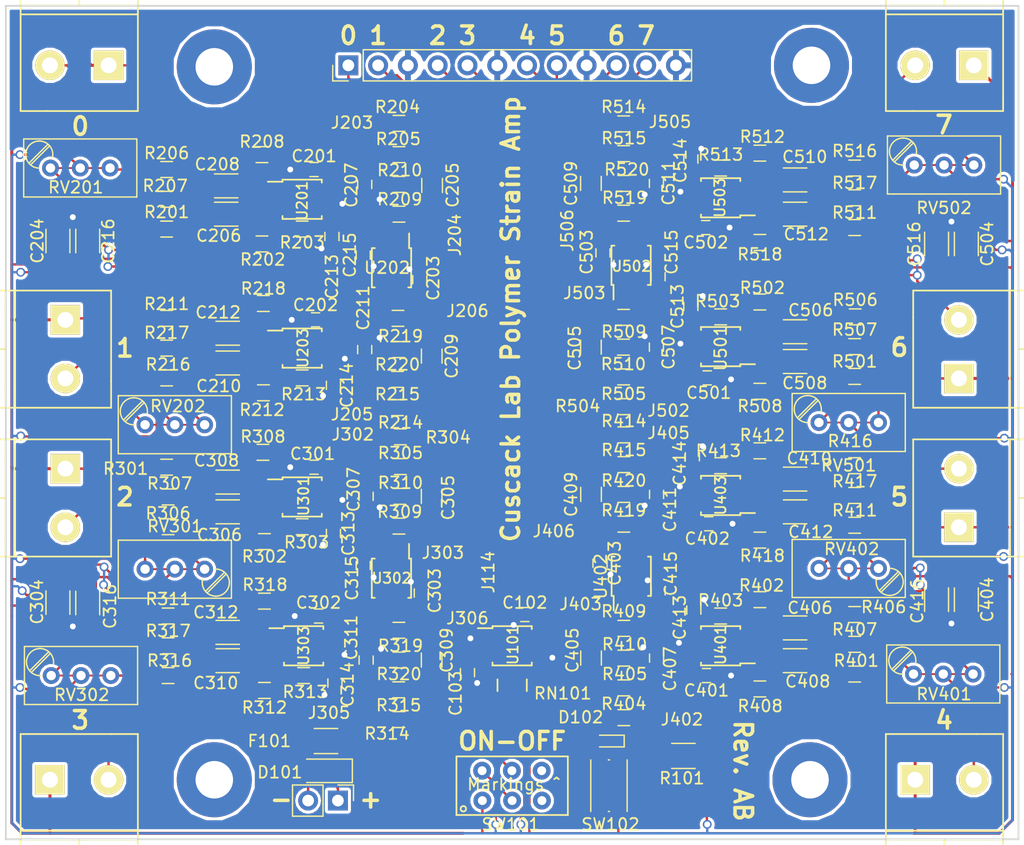
<source format=kicad_pcb>
(kicad_pcb (version 4) (host pcbnew 4.0.6)

  (general
    (links 373)
    (no_connects 0)
    (area 106.604999 72.314999 193.115001 143.585001)
    (thickness 1.6)
    (drawings 31)
    (tracks 1405)
    (zones 0)
    (modules 205)
    (nets 121)
  )

  (page USLetter)
  (title_block
    (title "8ch Polymers Strain Amplifier")
    (date 2017-03-31)
    (rev AB)
    (company "Cusack Lab; Brain and Mind Institute, UWO")
    (comment 1 "Monadnock Systems")
  )

  (layers
    (0 F.Cu signal)
    (31 B.Cu signal)
    (36 B.SilkS user)
    (37 F.SilkS user)
    (38 B.Mask user)
    (39 F.Mask user)
    (40 Dwgs.User user hide)
    (41 Cmts.User user)
    (42 Eco1.User user)
    (43 Eco2.User user)
    (44 Edge.Cuts user)
    (45 Margin user)
  )

  (setup
    (last_trace_width 0.2032)
    (trace_clearance 0.1778)
    (zone_clearance 0.254)
    (zone_45_only no)
    (trace_min 0.1778)
    (segment_width 0.2)
    (edge_width 0.15)
    (via_size 0.75438)
    (via_drill 0.50038)
    (via_min_size 0.75438)
    (via_min_drill 0.50038)
    (uvia_size 0.3)
    (uvia_drill 0.1)
    (uvias_allowed no)
    (uvia_min_size 0)
    (uvia_min_drill 0)
    (pcb_text_width 0.3)
    (pcb_text_size 1.5 1.5)
    (mod_edge_width 0.15)
    (mod_text_size 1 1)
    (mod_text_width 0.15)
    (pad_size 1.2 0.9)
    (pad_drill 0)
    (pad_to_mask_clearance 0)
    (aux_axis_origin 106.68 143.51)
    (grid_origin 113.665 94.488)
    (visible_elements FFFFFF7F)
    (pcbplotparams
      (layerselection 0x010e0_80000001)
      (usegerberextensions false)
      (excludeedgelayer true)
      (linewidth 0.088900)
      (plotframeref false)
      (viasonmask false)
      (mode 1)
      (useauxorigin false)
      (hpglpennumber 1)
      (hpglpenspeed 20)
      (hpglpendiameter 15)
      (hpglpenoverlay 2)
      (psnegative false)
      (psa4output false)
      (plotreference true)
      (plotvalue true)
      (plotinvisibletext false)
      (padsonsilk false)
      (subtractmaskfromsilk false)
      (outputformat 4)
      (mirror false)
      (drillshape 2)
      (scaleselection 1)
      (outputdirectory pdf/))
  )

  (net 0 "")
  (net 1 GNDA)
  (net 2 "Net-(C205-Pad2)")
  (net 3 "Net-(C206-Pad1)")
  (net 4 "Net-(C208-Pad2)")
  (net 5 "Net-(C210-Pad1)")
  (net 6 "Net-(C211-Pad1)")
  (net 7 "Net-(U101-Pad6)")
  (net 8 /channel0-1/Channel0)
  (net 9 /channel0-1/Channel1)
  (net 10 "Net-(J203-Pad1)")
  (net 11 "Net-(J205-Pad1)")
  (net 12 V+)
  (net 13 V-)
  (net 14 "Net-(C209-Pad2)")
  (net 15 /channel2-3/Channel2)
  (net 16 "Net-(C305-Pad2)")
  (net 17 "Net-(C306-Pad1)")
  (net 18 "Net-(C306-Pad2)")
  (net 19 "Net-(C307-Pad1)")
  (net 20 "Net-(C308-Pad1)")
  (net 21 "Net-(C308-Pad2)")
  (net 22 /channel2-3/Channel3)
  (net 23 "Net-(C309-Pad2)")
  (net 24 "Net-(C310-Pad1)")
  (net 25 "Net-(C310-Pad2)")
  (net 26 "Net-(C311-Pad1)")
  (net 27 "Net-(C312-Pad1)")
  (net 28 "Net-(C312-Pad2)")
  (net 29 /channel4-5/Channel4)
  (net 30 "Net-(C405-Pad2)")
  (net 31 "Net-(C406-Pad1)")
  (net 32 "Net-(C406-Pad2)")
  (net 33 "Net-(C407-Pad1)")
  (net 34 "Net-(C408-Pad1)")
  (net 35 "Net-(C408-Pad2)")
  (net 36 /channel4-5/Channel5)
  (net 37 "Net-(C409-Pad2)")
  (net 38 "Net-(C410-Pad1)")
  (net 39 "Net-(C410-Pad2)")
  (net 40 "Net-(C411-Pad1)")
  (net 41 "Net-(C412-Pad1)")
  (net 42 "Net-(C412-Pad2)")
  (net 43 /channel6-7/Channel6)
  (net 44 "Net-(C505-Pad2)")
  (net 45 "Net-(C506-Pad1)")
  (net 46 "Net-(C506-Pad2)")
  (net 47 "Net-(C507-Pad1)")
  (net 48 "Net-(C508-Pad1)")
  (net 49 "Net-(C508-Pad2)")
  (net 50 /channel6-7/Channel7)
  (net 51 "Net-(C509-Pad2)")
  (net 52 "Net-(C510-Pad1)")
  (net 53 "Net-(C510-Pad2)")
  (net 54 "Net-(C511-Pad1)")
  (net 55 "Net-(C512-Pad1)")
  (net 56 "Net-(C512-Pad2)")
  (net 57 "Net-(J302-Pad1)")
  (net 58 "Net-(J305-Pad1)")
  (net 59 "Net-(J402-Pad1)")
  (net 60 "Net-(J405-Pad1)")
  (net 61 "Net-(J502-Pad1)")
  (net 62 "Net-(J505-Pad1)")
  (net 63 "Net-(R303-Pad1)")
  (net 64 "Net-(R303-Pad2)")
  (net 65 "Net-(R309-Pad2)")
  (net 66 "Net-(R313-Pad1)")
  (net 67 "Net-(R313-Pad2)")
  (net 68 "Net-(R319-Pad2)")
  (net 69 "Net-(R403-Pad1)")
  (net 70 "Net-(R403-Pad2)")
  (net 71 "Net-(R409-Pad2)")
  (net 72 "Net-(R413-Pad1)")
  (net 73 "Net-(R413-Pad2)")
  (net 74 "Net-(R419-Pad2)")
  (net 75 "Net-(R503-Pad1)")
  (net 76 "Net-(R503-Pad2)")
  (net 77 "Net-(R509-Pad2)")
  (net 78 "Net-(R513-Pad1)")
  (net 79 "Net-(R513-Pad2)")
  (net 80 "Net-(R519-Pad2)")
  (net 81 "Net-(F101-Pad1)")
  (net 82 "Net-(RN101-Pad1)")
  (net 83 "Net-(C206-Pad2)")
  (net 84 "Net-(C207-Pad1)")
  (net 85 "Net-(C208-Pad1)")
  (net 86 "Net-(C210-Pad2)")
  (net 87 "Net-(C212-Pad1)")
  (net 88 "Net-(C212-Pad2)")
  (net 89 "Net-(R203-Pad1)")
  (net 90 "Net-(R203-Pad2)")
  (net 91 "Net-(R209-Pad2)")
  (net 92 "Net-(R213-Pad1)")
  (net 93 "Net-(R213-Pad2)")
  (net 94 "Net-(R219-Pad2)")
  (net 95 "Net-(D101-Pad1)")
  (net 96 "Net-(D102-Pad2)")
  (net 97 "Net-(D102-Pad1)")
  (net 98 "Net-(J103-Pad1)")
  (net 99 "Net-(J104-Pad1)")
  (net 100 "Net-(J105-Pad1)")
  (net 101 "Net-(J106-Pad1)")
  (net 102 "Net-(D101-Pad2)")
  (net 103 "Net-(SW101-Pad3)")
  (net 104 "Net-(SW101-Pad6)")
  (net 105 "Net-(R206-Pad2)")
  (net 106 "Net-(R207-Pad2)")
  (net 107 "Net-(R216-Pad2)")
  (net 108 "Net-(R217-Pad2)")
  (net 109 "Net-(R306-Pad2)")
  (net 110 "Net-(R307-Pad2)")
  (net 111 "Net-(R316-Pad2)")
  (net 112 "Net-(R317-Pad2)")
  (net 113 "Net-(R406-Pad2)")
  (net 114 "Net-(R407-Pad2)")
  (net 115 "Net-(R416-Pad2)")
  (net 116 "Net-(R417-Pad2)")
  (net 117 "Net-(R506-Pad2)")
  (net 118 "Net-(R507-Pad2)")
  (net 119 "Net-(R516-Pad2)")
  (net 120 "Net-(R517-Pad2)")

  (net_class Default "This is the default net class."
    (clearance 0.1778)
    (trace_width 0.2032)
    (via_dia 0.75438)
    (via_drill 0.50038)
    (uvia_dia 0.3)
    (uvia_drill 0.1)
    (add_net /channel0-1/Channel0)
    (add_net /channel0-1/Channel1)
    (add_net /channel2-3/Channel2)
    (add_net /channel2-3/Channel3)
    (add_net /channel4-5/Channel4)
    (add_net /channel4-5/Channel5)
    (add_net /channel6-7/Channel6)
    (add_net /channel6-7/Channel7)
    (add_net GNDA)
    (add_net "Net-(C205-Pad2)")
    (add_net "Net-(C206-Pad1)")
    (add_net "Net-(C206-Pad2)")
    (add_net "Net-(C207-Pad1)")
    (add_net "Net-(C208-Pad1)")
    (add_net "Net-(C208-Pad2)")
    (add_net "Net-(C209-Pad2)")
    (add_net "Net-(C210-Pad1)")
    (add_net "Net-(C210-Pad2)")
    (add_net "Net-(C211-Pad1)")
    (add_net "Net-(C212-Pad1)")
    (add_net "Net-(C212-Pad2)")
    (add_net "Net-(C305-Pad2)")
    (add_net "Net-(C306-Pad1)")
    (add_net "Net-(C306-Pad2)")
    (add_net "Net-(C307-Pad1)")
    (add_net "Net-(C308-Pad1)")
    (add_net "Net-(C308-Pad2)")
    (add_net "Net-(C309-Pad2)")
    (add_net "Net-(C310-Pad1)")
    (add_net "Net-(C310-Pad2)")
    (add_net "Net-(C311-Pad1)")
    (add_net "Net-(C312-Pad1)")
    (add_net "Net-(C312-Pad2)")
    (add_net "Net-(C405-Pad2)")
    (add_net "Net-(C406-Pad1)")
    (add_net "Net-(C406-Pad2)")
    (add_net "Net-(C407-Pad1)")
    (add_net "Net-(C408-Pad1)")
    (add_net "Net-(C408-Pad2)")
    (add_net "Net-(C409-Pad2)")
    (add_net "Net-(C410-Pad1)")
    (add_net "Net-(C410-Pad2)")
    (add_net "Net-(C411-Pad1)")
    (add_net "Net-(C412-Pad1)")
    (add_net "Net-(C412-Pad2)")
    (add_net "Net-(C505-Pad2)")
    (add_net "Net-(C506-Pad1)")
    (add_net "Net-(C506-Pad2)")
    (add_net "Net-(C507-Pad1)")
    (add_net "Net-(C508-Pad1)")
    (add_net "Net-(C508-Pad2)")
    (add_net "Net-(C509-Pad2)")
    (add_net "Net-(C510-Pad1)")
    (add_net "Net-(C510-Pad2)")
    (add_net "Net-(C511-Pad1)")
    (add_net "Net-(C512-Pad1)")
    (add_net "Net-(C512-Pad2)")
    (add_net "Net-(D101-Pad1)")
    (add_net "Net-(D101-Pad2)")
    (add_net "Net-(D102-Pad1)")
    (add_net "Net-(D102-Pad2)")
    (add_net "Net-(F101-Pad1)")
    (add_net "Net-(J103-Pad1)")
    (add_net "Net-(J104-Pad1)")
    (add_net "Net-(J105-Pad1)")
    (add_net "Net-(J106-Pad1)")
    (add_net "Net-(J203-Pad1)")
    (add_net "Net-(J205-Pad1)")
    (add_net "Net-(J302-Pad1)")
    (add_net "Net-(J305-Pad1)")
    (add_net "Net-(J402-Pad1)")
    (add_net "Net-(J405-Pad1)")
    (add_net "Net-(J502-Pad1)")
    (add_net "Net-(J505-Pad1)")
    (add_net "Net-(R203-Pad1)")
    (add_net "Net-(R203-Pad2)")
    (add_net "Net-(R206-Pad2)")
    (add_net "Net-(R207-Pad2)")
    (add_net "Net-(R209-Pad2)")
    (add_net "Net-(R213-Pad1)")
    (add_net "Net-(R213-Pad2)")
    (add_net "Net-(R216-Pad2)")
    (add_net "Net-(R217-Pad2)")
    (add_net "Net-(R219-Pad2)")
    (add_net "Net-(R303-Pad1)")
    (add_net "Net-(R303-Pad2)")
    (add_net "Net-(R306-Pad2)")
    (add_net "Net-(R307-Pad2)")
    (add_net "Net-(R309-Pad2)")
    (add_net "Net-(R313-Pad1)")
    (add_net "Net-(R313-Pad2)")
    (add_net "Net-(R316-Pad2)")
    (add_net "Net-(R317-Pad2)")
    (add_net "Net-(R319-Pad2)")
    (add_net "Net-(R403-Pad1)")
    (add_net "Net-(R403-Pad2)")
    (add_net "Net-(R406-Pad2)")
    (add_net "Net-(R407-Pad2)")
    (add_net "Net-(R409-Pad2)")
    (add_net "Net-(R413-Pad1)")
    (add_net "Net-(R413-Pad2)")
    (add_net "Net-(R416-Pad2)")
    (add_net "Net-(R417-Pad2)")
    (add_net "Net-(R419-Pad2)")
    (add_net "Net-(R503-Pad1)")
    (add_net "Net-(R503-Pad2)")
    (add_net "Net-(R506-Pad2)")
    (add_net "Net-(R507-Pad2)")
    (add_net "Net-(R509-Pad2)")
    (add_net "Net-(R513-Pad1)")
    (add_net "Net-(R513-Pad2)")
    (add_net "Net-(R516-Pad2)")
    (add_net "Net-(R517-Pad2)")
    (add_net "Net-(R519-Pad2)")
    (add_net "Net-(RN101-Pad1)")
    (add_net "Net-(SW101-Pad3)")
    (add_net "Net-(SW101-Pad6)")
    (add_net "Net-(U101-Pad6)")
    (add_net V+)
    (add_net V-)
  )

  (module footprints:Potentiometer_Trimmer_Bourns_3296W_w_Bypass (layer F.Cu) (tedit 58E3DEC4) (tstamp 58E3E999)
    (at 123.6345 120.4595)
    (descr "Spindle Trimmer Potentiometer, Bourns 3296W, https://www.bourns.com/pdfs/3296.pdf")
    (tags "Spindle Trimmer Potentiometer   Bourns 3296W")
    (path /58D6CBCD/58E3F9D2)
    (fp_text reference RV301 (at -2.54 -3.66) (layer F.SilkS)
      (effects (font (size 1 1) (thickness 0.15)))
    )
    (fp_text value 100k (at -2.54 3.67) (layer F.Fab)
      (effects (font (size 1 1) (thickness 0.15)))
    )
    (fp_line (start -3.2258 0) (end -4.3942 0) (layer F.Mask) (width 0.15))
    (fp_line (start -0.6858 0) (end -1.8542 0) (layer F.Mask) (width 0.15))
    (fp_line (start -3.2258 0) (end -4.3942 0) (layer F.Cu) (width 0.15))
    (fp_line (start -0.6858 0) (end -1.8542 0) (layer F.Cu) (width 0.15))
    (fp_arc (start 0.955 1.15) (end 0.955 2.305) (angle -182) (layer F.SilkS) (width 0.12))
    (fp_arc (start 0.955 1.15) (end -0.174 0.91) (angle -103) (layer F.SilkS) (width 0.12))
    (fp_circle (center 0.955 1.15) (end 2.05 1.15) (layer F.Fab) (width 0.1))
    (fp_line (start -7.305 -2.41) (end -7.305 2.42) (layer F.Fab) (width 0.1))
    (fp_line (start -7.305 2.42) (end 2.225 2.42) (layer F.Fab) (width 0.1))
    (fp_line (start 2.225 2.42) (end 2.225 -2.41) (layer F.Fab) (width 0.1))
    (fp_line (start 2.225 -2.41) (end -7.305 -2.41) (layer F.Fab) (width 0.1))
    (fp_line (start 1.786 0.454) (end 0.259 1.981) (layer F.Fab) (width 0.1))
    (fp_line (start 1.652 0.32) (end 0.125 1.847) (layer F.Fab) (width 0.1))
    (fp_line (start -7.365 -2.47) (end 2.285 -2.47) (layer F.SilkS) (width 0.12))
    (fp_line (start -7.365 2.481) (end 2.285 2.481) (layer F.SilkS) (width 0.12))
    (fp_line (start -7.365 -2.47) (end -7.365 2.481) (layer F.SilkS) (width 0.12))
    (fp_line (start 2.285 -2.47) (end 2.285 2.481) (layer F.SilkS) (width 0.12))
    (fp_line (start 1.831 0.416) (end 0.22 2.026) (layer F.SilkS) (width 0.12))
    (fp_line (start 1.691 0.275) (end 0.079 1.885) (layer F.SilkS) (width 0.12))
    (fp_line (start -7.6 -2.7) (end -7.6 2.7) (layer F.CrtYd) (width 0.05))
    (fp_line (start -7.6 2.7) (end 2.5 2.7) (layer F.CrtYd) (width 0.05))
    (fp_line (start 2.5 2.7) (end 2.5 -2.7) (layer F.CrtYd) (width 0.05))
    (fp_line (start 2.5 -2.7) (end -7.6 -2.7) (layer F.CrtYd) (width 0.05))
    (pad 1 thru_hole circle (at 0 0) (size 1.44 1.44) (drill 0.8) (layers *.Cu *.Mask)
      (net 110 "Net-(R307-Pad2)"))
    (pad 2 thru_hole circle (at -2.54 0) (size 1.44 1.44) (drill 0.8) (layers *.Cu *.Mask)
      (net 13 V-))
    (pad 3 thru_hole circle (at -5.08 0) (size 1.44 1.44) (drill 0.8) (layers *.Cu *.Mask)
      (net 109 "Net-(R306-Pad2)"))
    (model Potentiometers.3dshapes/Potentiometer_Trimmer_Bourns_3296W.wrl
      (at (xyz 0 0 0))
      (scale (xyz 1 1 1))
      (rotate (xyz 0 0 -90))
    )
  )

  (module Resistors_SMD:R_0603_HandSoldering (layer F.Cu) (tedit 58AAD9E8) (tstamp 58D6A0E4)
    (at 120.396 104.14 180)
    (descr "Resistor SMD 0603, hand soldering")
    (tags "resistor 0603")
    (path /58D4647E/58D86C2D)
    (attr smd)
    (fp_text reference R216 (at -0.127 1.143 180) (layer F.SilkS)
      (effects (font (size 1 1) (thickness 0.15)))
    )
    (fp_text value 2M (at 0 1.55 180) (layer F.Fab)
      (effects (font (size 1 1) (thickness 0.15)))
    )
    (fp_text user %R (at 0 -1.45 180) (layer F.Fab)
      (effects (font (size 1 1) (thickness 0.15)))
    )
    (fp_line (start -0.8 0.4) (end -0.8 -0.4) (layer F.Fab) (width 0.1))
    (fp_line (start 0.8 0.4) (end -0.8 0.4) (layer F.Fab) (width 0.1))
    (fp_line (start 0.8 -0.4) (end 0.8 0.4) (layer F.Fab) (width 0.1))
    (fp_line (start -0.8 -0.4) (end 0.8 -0.4) (layer F.Fab) (width 0.1))
    (fp_line (start 0.5 0.68) (end -0.5 0.68) (layer F.SilkS) (width 0.12))
    (fp_line (start -0.5 -0.68) (end 0.5 -0.68) (layer F.SilkS) (width 0.12))
    (fp_line (start -1.96 -0.7) (end 1.95 -0.7) (layer F.CrtYd) (width 0.05))
    (fp_line (start -1.96 -0.7) (end -1.96 0.7) (layer F.CrtYd) (width 0.05))
    (fp_line (start 1.95 0.7) (end 1.95 -0.7) (layer F.CrtYd) (width 0.05))
    (fp_line (start 1.95 0.7) (end -1.96 0.7) (layer F.CrtYd) (width 0.05))
    (pad 1 smd rect (at -1.1 0 180) (size 1.2 0.9) (layers F.Cu F.Mask)
      (net 86 "Net-(C210-Pad2)"))
    (pad 2 smd rect (at 1.1 0 180) (size 1.2 0.9) (layers F.Cu F.Mask)
      (net 107 "Net-(R216-Pad2)"))
    (model Resistors_SMD.3dshapes/R_0603.wrl
      (at (xyz 0 0 0))
      (scale (xyz 1 1 1))
      (rotate (xyz 0 0 0))
    )
  )

  (module Resistors_SMD:R_1206_HandSoldering (layer F.Cu) (tedit 58AADA36) (tstamp 58DAA929)
    (at 133.985 135.128)
    (descr "Resistor SMD 1206, hand soldering")
    (tags "resistor 1206")
    (path /58DA9C3F)
    (attr smd)
    (fp_text reference F101 (at -4.826 0) (layer F.SilkS)
      (effects (font (size 1 1) (thickness 0.15)))
    )
    (fp_text value "Poly 0.1A" (at 0 1.9) (layer F.Fab)
      (effects (font (size 1 1) (thickness 0.15)))
    )
    (fp_text user %R (at 0 -1.85) (layer F.Fab)
      (effects (font (size 1 1) (thickness 0.15)))
    )
    (fp_line (start -1.6 0.8) (end -1.6 -0.8) (layer F.Fab) (width 0.1))
    (fp_line (start 1.6 0.8) (end -1.6 0.8) (layer F.Fab) (width 0.1))
    (fp_line (start 1.6 -0.8) (end 1.6 0.8) (layer F.Fab) (width 0.1))
    (fp_line (start -1.6 -0.8) (end 1.6 -0.8) (layer F.Fab) (width 0.1))
    (fp_line (start 1 1.07) (end -1 1.07) (layer F.SilkS) (width 0.12))
    (fp_line (start -1 -1.07) (end 1 -1.07) (layer F.SilkS) (width 0.12))
    (fp_line (start -3.25 -1.11) (end 3.25 -1.11) (layer F.CrtYd) (width 0.05))
    (fp_line (start -3.25 -1.11) (end -3.25 1.1) (layer F.CrtYd) (width 0.05))
    (fp_line (start 3.25 1.1) (end 3.25 -1.11) (layer F.CrtYd) (width 0.05))
    (fp_line (start 3.25 1.1) (end -3.25 1.1) (layer F.CrtYd) (width 0.05))
    (pad 1 smd rect (at -2 0) (size 2 1.7) (layers F.Cu F.Mask)
      (net 81 "Net-(F101-Pad1)"))
    (pad 2 smd rect (at 2 0) (size 2 1.7) (layers F.Cu F.Mask)
      (net 95 "Net-(D101-Pad1)"))
    (model Resistors_SMD.3dshapes/R_1206.wrl
      (at (xyz 0 0 0))
      (scale (xyz 1 1 1))
      (rotate (xyz 0 0 0))
    )
  )

  (module Pin_Headers:Pin_Header_Straight_1x02_Pitch2.54mm (layer F.Cu) (tedit 58D84C38) (tstamp 58D6A01F)
    (at 135.001 140.208 270)
    (descr "Through hole straight pin header, 1x02, 2.54mm pitch, single row")
    (tags "Through hole pin header THT 1x02 2.54mm single row")
    (path /58D60190)
    (fp_text reference J102 (at 0 -2.33 270) (layer F.SilkS) hide
      (effects (font (size 1 1) (thickness 0.15)))
    )
    (fp_text value Battery (at 0 4.87 270) (layer F.Fab)
      (effects (font (size 1 1) (thickness 0.15)))
    )
    (fp_line (start -1.27 -1.27) (end -1.27 3.81) (layer F.Fab) (width 0.1))
    (fp_line (start -1.27 3.81) (end 1.27 3.81) (layer F.Fab) (width 0.1))
    (fp_line (start 1.27 3.81) (end 1.27 -1.27) (layer F.Fab) (width 0.1))
    (fp_line (start 1.27 -1.27) (end -1.27 -1.27) (layer F.Fab) (width 0.1))
    (fp_line (start -1.33 1.27) (end -1.33 3.87) (layer F.SilkS) (width 0.12))
    (fp_line (start -1.33 3.87) (end 1.33 3.87) (layer F.SilkS) (width 0.12))
    (fp_line (start 1.33 3.87) (end 1.33 1.27) (layer F.SilkS) (width 0.12))
    (fp_line (start 1.33 1.27) (end -1.33 1.27) (layer F.SilkS) (width 0.12))
    (fp_line (start -1.33 0) (end -1.33 -1.33) (layer F.SilkS) (width 0.12))
    (fp_line (start -1.33 -1.33) (end 0 -1.33) (layer F.SilkS) (width 0.12))
    (fp_line (start -1.8 -1.8) (end -1.8 4.35) (layer F.CrtYd) (width 0.05))
    (fp_line (start -1.8 4.35) (end 1.8 4.35) (layer F.CrtYd) (width 0.05))
    (fp_line (start 1.8 4.35) (end 1.8 -1.8) (layer F.CrtYd) (width 0.05))
    (fp_line (start 1.8 -1.8) (end -1.8 -1.8) (layer F.CrtYd) (width 0.05))
    (fp_text user %R (at 0 -2.33 270) (layer F.Fab)
      (effects (font (size 1 1) (thickness 0.15)))
    )
    (pad 1 thru_hole rect (at 0 0 270) (size 1.7 1.7) (drill 1) (layers *.Cu *.Mask)
      (net 81 "Net-(F101-Pad1)"))
    (pad 2 thru_hole oval (at 0 2.54 270) (size 1.7 1.7) (drill 1) (layers *.Cu *.Mask)
      (net 102 "Net-(D101-Pad2)"))
    (model ${KISYS3DMOD}/Pin_Headers.3dshapes/Pin_Header_Straight_1x02_Pitch2.54mm.wrl
      (at (xyz 0 -0.05 0))
      (scale (xyz 1 1 1))
      (rotate (xyz 0 0 90))
    )
  )

  (module Diodes_SMD:D_SOD-123 (layer F.Cu) (tedit 58645DC7) (tstamp 58DAA918)
    (at 133.985 137.668 180)
    (descr SOD-123)
    (tags SOD-123)
    (path /58DA9D32)
    (attr smd)
    (fp_text reference D101 (at 3.937 -0.127 180) (layer F.SilkS)
      (effects (font (size 1 1) (thickness 0.15)))
    )
    (fp_text value 1N4148 (at 0 2.1 180) (layer F.Fab)
      (effects (font (size 1 1) (thickness 0.15)))
    )
    (fp_line (start -2.25 -1) (end -2.25 1) (layer F.SilkS) (width 0.12))
    (fp_line (start 0.25 0) (end 0.75 0) (layer F.Fab) (width 0.1))
    (fp_line (start 0.25 0.4) (end -0.35 0) (layer F.Fab) (width 0.1))
    (fp_line (start 0.25 -0.4) (end 0.25 0.4) (layer F.Fab) (width 0.1))
    (fp_line (start -0.35 0) (end 0.25 -0.4) (layer F.Fab) (width 0.1))
    (fp_line (start -0.35 0) (end -0.35 0.55) (layer F.Fab) (width 0.1))
    (fp_line (start -0.35 0) (end -0.35 -0.55) (layer F.Fab) (width 0.1))
    (fp_line (start -0.75 0) (end -0.35 0) (layer F.Fab) (width 0.1))
    (fp_line (start -1.4 0.9) (end -1.4 -0.9) (layer F.Fab) (width 0.1))
    (fp_line (start 1.4 0.9) (end -1.4 0.9) (layer F.Fab) (width 0.1))
    (fp_line (start 1.4 -0.9) (end 1.4 0.9) (layer F.Fab) (width 0.1))
    (fp_line (start -1.4 -0.9) (end 1.4 -0.9) (layer F.Fab) (width 0.1))
    (fp_line (start -2.35 -1.15) (end 2.35 -1.15) (layer F.CrtYd) (width 0.05))
    (fp_line (start 2.35 -1.15) (end 2.35 1.15) (layer F.CrtYd) (width 0.05))
    (fp_line (start 2.35 1.15) (end -2.35 1.15) (layer F.CrtYd) (width 0.05))
    (fp_line (start -2.35 -1.15) (end -2.35 1.15) (layer F.CrtYd) (width 0.05))
    (fp_line (start -2.25 1) (end 1.65 1) (layer F.SilkS) (width 0.12))
    (fp_line (start -2.25 -1) (end 1.65 -1) (layer F.SilkS) (width 0.12))
    (pad 1 smd rect (at -1.65 0 180) (size 0.9 1.2) (layers F.Cu F.Mask)
      (net 95 "Net-(D101-Pad1)"))
    (pad 2 smd rect (at 1.65 0 180) (size 0.9 1.2) (layers F.Cu F.Mask)
      (net 102 "Net-(D101-Pad2)"))
    (model ${KISYS3DMOD}/Diodes_SMD.3dshapes/D_SOD-123.wrl
      (at (xyz 0 0 0))
      (scale (xyz 1 1 1))
      (rotate (xyz 0 0 0))
    )
  )

  (module Housings_SSOP:MSOP-8_3x3mm_Pitch0.65mm (layer F.Cu) (tedit 58DEA88D) (tstamp 58DAB4C6)
    (at 149.86 127)
    (descr "8-Lead Plastic Micro Small Outline Package (MS) [MSOP] (see Microchip Packaging Specification 00000049BS.pdf)")
    (tags "SSOP 0.65")
    (path /58D8019A)
    (attr smd)
    (fp_text reference U101 (at 0.0635 -0.0635 90) (layer F.SilkS)
      (effects (font (size 0.889 0.8636) (thickness 0.15)))
    )
    (fp_text value AD8622 (at 0 2.6) (layer F.Fab)
      (effects (font (size 1 1) (thickness 0.15)))
    )
    (fp_line (start -0.5 -1.5) (end 1.5 -1.5) (layer F.Fab) (width 0.15))
    (fp_line (start 1.5 -1.5) (end 1.5 1.5) (layer F.Fab) (width 0.15))
    (fp_line (start 1.5 1.5) (end -1.5 1.5) (layer F.Fab) (width 0.15))
    (fp_line (start -1.5 1.5) (end -1.5 -0.5) (layer F.Fab) (width 0.15))
    (fp_line (start -1.5 -0.5) (end -0.5 -1.5) (layer F.Fab) (width 0.15))
    (fp_line (start -3.2 -1.85) (end -3.2 1.85) (layer F.CrtYd) (width 0.05))
    (fp_line (start 3.2 -1.85) (end 3.2 1.85) (layer F.CrtYd) (width 0.05))
    (fp_line (start -3.2 -1.85) (end 3.2 -1.85) (layer F.CrtYd) (width 0.05))
    (fp_line (start -3.2 1.85) (end 3.2 1.85) (layer F.CrtYd) (width 0.05))
    (fp_line (start -1.675 -1.675) (end -1.675 -1.5) (layer F.SilkS) (width 0.15))
    (fp_line (start 1.675 -1.675) (end 1.675 -1.425) (layer F.SilkS) (width 0.15))
    (fp_line (start 1.675 1.675) (end 1.675 1.425) (layer F.SilkS) (width 0.15))
    (fp_line (start -1.675 1.675) (end -1.675 1.425) (layer F.SilkS) (width 0.15))
    (fp_line (start -1.675 -1.675) (end 1.675 -1.675) (layer F.SilkS) (width 0.15))
    (fp_line (start -1.675 1.675) (end 1.675 1.675) (layer F.SilkS) (width 0.15))
    (fp_line (start -1.675 -1.5) (end -2.925 -1.5) (layer F.SilkS) (width 0.15))
    (pad 1 smd rect (at -2.2 -0.975) (size 1.45 0.45) (layers F.Cu F.Mask)
      (net 1 GNDA))
    (pad 2 smd rect (at -2.2 -0.325) (size 1.45 0.45) (layers F.Cu F.Mask)
      (net 1 GNDA))
    (pad 3 smd rect (at -2.2 0.325) (size 1.45 0.45) (layers F.Cu F.Mask)
      (net 82 "Net-(RN101-Pad1)"))
    (pad 4 smd rect (at -2.2 0.975) (size 1.45 0.45) (layers F.Cu F.Mask)
      (net 13 V-))
    (pad 5 smd rect (at 2.2 0.975) (size 1.45 0.45) (layers F.Cu F.Mask)
      (net 1 GNDA))
    (pad 6 smd rect (at 2.2 0.325) (size 1.45 0.45) (layers F.Cu F.Mask)
      (net 7 "Net-(U101-Pad6)"))
    (pad 7 smd rect (at 2.2 -0.325) (size 1.45 0.45) (layers F.Cu F.Mask)
      (net 7 "Net-(U101-Pad6)"))
    (pad 8 smd rect (at 2.2 -0.975) (size 1.45 0.45) (layers F.Cu F.Mask)
      (net 12 V+))
    (model Housings_SSOP.3dshapes/MSOP-8_3x3mm_Pitch0.65mm.wrl
      (at (xyz 0 0 0))
      (scale (xyz 1 1 1))
      (rotate (xyz 0 0 0))
    )
  )

  (module Resistors_SMD:R_0603_HandSoldering (layer F.Cu) (tedit 58AAD9E8) (tstamp 58D9659D)
    (at 170.984999 105.282997)
    (descr "Resistor SMD 0603, hand soldering")
    (tags "resistor 0603")
    (path /58D6D794/58D9ABEF)
    (attr smd)
    (fp_text reference R508 (at 0 1.27) (layer F.SilkS)
      (effects (font (size 1 1) (thickness 0.15)))
    )
    (fp_text value 39M (at 0 1.55) (layer F.Fab)
      (effects (font (size 1 1) (thickness 0.15)))
    )
    (fp_text user %R (at 0 -1.45) (layer F.Fab)
      (effects (font (size 1 1) (thickness 0.15)))
    )
    (fp_line (start -0.8 0.4) (end -0.8 -0.4) (layer F.Fab) (width 0.1))
    (fp_line (start 0.8 0.4) (end -0.8 0.4) (layer F.Fab) (width 0.1))
    (fp_line (start 0.8 -0.4) (end 0.8 0.4) (layer F.Fab) (width 0.1))
    (fp_line (start -0.8 -0.4) (end 0.8 -0.4) (layer F.Fab) (width 0.1))
    (fp_line (start 0.5 0.68) (end -0.5 0.68) (layer F.SilkS) (width 0.12))
    (fp_line (start -0.5 -0.68) (end 0.5 -0.68) (layer F.SilkS) (width 0.12))
    (fp_line (start -1.96 -0.7) (end 1.95 -0.7) (layer F.CrtYd) (width 0.05))
    (fp_line (start -1.96 -0.7) (end -1.96 0.7) (layer F.CrtYd) (width 0.05))
    (fp_line (start 1.95 0.7) (end 1.95 -0.7) (layer F.CrtYd) (width 0.05))
    (fp_line (start 1.95 0.7) (end -1.96 0.7) (layer F.CrtYd) (width 0.05))
    (pad 1 smd rect (at -1.1 0) (size 1.2 0.9) (layers F.Cu F.Mask)
      (net 1 GNDA))
    (pad 2 smd rect (at 1.1 0) (size 1.2 0.9) (layers F.Cu F.Mask)
      (net 48 "Net-(C508-Pad1)"))
    (model Resistors_SMD.3dshapes/R_0603.wrl
      (at (xyz 0 0 0))
      (scale (xyz 1 1 1))
      (rotate (xyz 0 0 0))
    )
  )

  (module Capacitors_SMD:C_1206_HandSoldering (layer F.Cu) (tedit 58AA84D1) (tstamp 58DD7155)
    (at 113.665 92.456 270)
    (descr "Capacitor SMD 1206, hand soldering")
    (tags "capacitor 1206")
    (path /58D4647E/58DDB480)
    (attr smd)
    (fp_text reference C216 (at 0 -1.75 270) (layer F.SilkS)
      (effects (font (size 1 1) (thickness 0.15)))
    )
    (fp_text value 10μF (at 0 2 270) (layer F.Fab)
      (effects (font (size 1 1) (thickness 0.15)))
    )
    (fp_text user %R (at 0 -1.75 270) (layer F.Fab)
      (effects (font (size 1 1) (thickness 0.15)))
    )
    (fp_line (start -1.6 0.8) (end -1.6 -0.8) (layer F.Fab) (width 0.1))
    (fp_line (start 1.6 0.8) (end -1.6 0.8) (layer F.Fab) (width 0.1))
    (fp_line (start 1.6 -0.8) (end 1.6 0.8) (layer F.Fab) (width 0.1))
    (fp_line (start -1.6 -0.8) (end 1.6 -0.8) (layer F.Fab) (width 0.1))
    (fp_line (start 1 -1.02) (end -1 -1.02) (layer F.SilkS) (width 0.12))
    (fp_line (start -1 1.02) (end 1 1.02) (layer F.SilkS) (width 0.12))
    (fp_line (start -3.25 -1.05) (end 3.25 -1.05) (layer F.CrtYd) (width 0.05))
    (fp_line (start -3.25 -1.05) (end -3.25 1.05) (layer F.CrtYd) (width 0.05))
    (fp_line (start 3.25 1.05) (end 3.25 -1.05) (layer F.CrtYd) (width 0.05))
    (fp_line (start 3.25 1.05) (end -3.25 1.05) (layer F.CrtYd) (width 0.05))
    (pad 1 smd rect (at -2 0 270) (size 2 1.6) (layers F.Cu F.Mask)
      (net 1 GNDA))
    (pad 2 smd rect (at 2 0 270) (size 2 1.6) (layers F.Cu F.Mask)
      (net 13 V-))
    (model Capacitors_SMD.3dshapes/C_1206.wrl
      (at (xyz 0 0 0))
      (scale (xyz 1 1 1))
      (rotate (xyz 0 0 0))
    )
  )

  (module Resistors_SMD:R_0603_HandSoldering (layer F.Cu) (tedit 58AAD9E8) (tstamp 58D6A0A8)
    (at 120.396 86.36 180)
    (descr "Resistor SMD 0603, hand soldering")
    (tags "resistor 0603")
    (path /58D4647E/58D46589)
    (attr smd)
    (fp_text reference R206 (at 0 1.397 180) (layer F.SilkS)
      (effects (font (size 1 1) (thickness 0.15)))
    )
    (fp_text value 2M (at 0 1.55 180) (layer F.Fab)
      (effects (font (size 1 1) (thickness 0.15)))
    )
    (fp_text user %R (at 0 -1.45 180) (layer F.Fab)
      (effects (font (size 1 1) (thickness 0.15)))
    )
    (fp_line (start -0.8 0.4) (end -0.8 -0.4) (layer F.Fab) (width 0.1))
    (fp_line (start 0.8 0.4) (end -0.8 0.4) (layer F.Fab) (width 0.1))
    (fp_line (start 0.8 -0.4) (end 0.8 0.4) (layer F.Fab) (width 0.1))
    (fp_line (start -0.8 -0.4) (end 0.8 -0.4) (layer F.Fab) (width 0.1))
    (fp_line (start 0.5 0.68) (end -0.5 0.68) (layer F.SilkS) (width 0.12))
    (fp_line (start -0.5 -0.68) (end 0.5 -0.68) (layer F.SilkS) (width 0.12))
    (fp_line (start -1.96 -0.7) (end 1.95 -0.7) (layer F.CrtYd) (width 0.05))
    (fp_line (start -1.96 -0.7) (end -1.96 0.7) (layer F.CrtYd) (width 0.05))
    (fp_line (start 1.95 0.7) (end 1.95 -0.7) (layer F.CrtYd) (width 0.05))
    (fp_line (start 1.95 0.7) (end -1.96 0.7) (layer F.CrtYd) (width 0.05))
    (pad 1 smd rect (at -1.1 0 180) (size 1.2 0.9) (layers F.Cu F.Mask)
      (net 83 "Net-(C206-Pad2)"))
    (pad 2 smd rect (at 1.1 0 180) (size 1.2 0.9) (layers F.Cu F.Mask)
      (net 105 "Net-(R206-Pad2)"))
    (model Resistors_SMD.3dshapes/R_0603.wrl
      (at (xyz 0 0 0))
      (scale (xyz 1 1 1))
      (rotate (xyz 0 0 0))
    )
  )

  (module Resistors_SMD:R_0603_HandSoldering (layer F.Cu) (tedit 58AAD9E8) (tstamp 58D6A0D2)
    (at 131.953 104.14)
    (descr "Resistor SMD 0603, hand soldering")
    (tags "resistor 0603")
    (path /58D4647E/58D86C86)
    (attr smd)
    (fp_text reference R213 (at 0.127 1.397) (layer F.SilkS)
      (effects (font (size 1 1) (thickness 0.15)))
    )
    (fp_text value 8k (at 0 1.55) (layer F.Fab)
      (effects (font (size 1 1) (thickness 0.15)))
    )
    (fp_text user %R (at 0 -1.45) (layer F.Fab)
      (effects (font (size 1 1) (thickness 0.15)))
    )
    (fp_line (start -0.8 0.4) (end -0.8 -0.4) (layer F.Fab) (width 0.1))
    (fp_line (start 0.8 0.4) (end -0.8 0.4) (layer F.Fab) (width 0.1))
    (fp_line (start 0.8 -0.4) (end 0.8 0.4) (layer F.Fab) (width 0.1))
    (fp_line (start -0.8 -0.4) (end 0.8 -0.4) (layer F.Fab) (width 0.1))
    (fp_line (start 0.5 0.68) (end -0.5 0.68) (layer F.SilkS) (width 0.12))
    (fp_line (start -0.5 -0.68) (end 0.5 -0.68) (layer F.SilkS) (width 0.12))
    (fp_line (start -1.96 -0.7) (end 1.95 -0.7) (layer F.CrtYd) (width 0.05))
    (fp_line (start -1.96 -0.7) (end -1.96 0.7) (layer F.CrtYd) (width 0.05))
    (fp_line (start 1.95 0.7) (end 1.95 -0.7) (layer F.CrtYd) (width 0.05))
    (fp_line (start 1.95 0.7) (end -1.96 0.7) (layer F.CrtYd) (width 0.05))
    (pad 1 smd rect (at -1.1 0) (size 1.2 0.9) (layers F.Cu F.Mask)
      (net 92 "Net-(R213-Pad1)"))
    (pad 2 smd rect (at 1.1 0) (size 1.2 0.9) (layers F.Cu F.Mask)
      (net 93 "Net-(R213-Pad2)"))
    (model Resistors_SMD.3dshapes/R_0603.wrl
      (at (xyz 0 0 0))
      (scale (xyz 1 1 1))
      (rotate (xyz 0 0 0))
    )
  )

  (module Capacitors_SMD:C_0603_HandSoldering (layer F.Cu) (tedit 58AA848B) (tstamp 58D95F1A)
    (at 132.969 111.76 180)
    (descr "Capacitor SMD 0603, hand soldering")
    (tags "capacitor 0603")
    (path /58D6CBCD/58D98346)
    (attr smd)
    (fp_text reference C301 (at 0.127002 1.143 180) (layer F.SilkS)
      (effects (font (size 1 1) (thickness 0.15)))
    )
    (fp_text value 0.1μF (at 0 1.5 180) (layer F.Fab)
      (effects (font (size 1 1) (thickness 0.15)))
    )
    (fp_text user %R (at 0 -1.25 180) (layer F.Fab)
      (effects (font (size 1 1) (thickness 0.15)))
    )
    (fp_line (start -0.8 0.4) (end -0.8 -0.4) (layer F.Fab) (width 0.1))
    (fp_line (start 0.8 0.4) (end -0.8 0.4) (layer F.Fab) (width 0.1))
    (fp_line (start 0.8 -0.4) (end 0.8 0.4) (layer F.Fab) (width 0.1))
    (fp_line (start -0.8 -0.4) (end 0.8 -0.4) (layer F.Fab) (width 0.1))
    (fp_line (start -0.35 -0.6) (end 0.35 -0.6) (layer F.SilkS) (width 0.12))
    (fp_line (start 0.35 0.6) (end -0.35 0.6) (layer F.SilkS) (width 0.12))
    (fp_line (start -1.8 -0.65) (end 1.8 -0.65) (layer F.CrtYd) (width 0.05))
    (fp_line (start -1.8 -0.65) (end -1.8 0.65) (layer F.CrtYd) (width 0.05))
    (fp_line (start 1.8 0.65) (end 1.8 -0.65) (layer F.CrtYd) (width 0.05))
    (fp_line (start 1.8 0.65) (end -1.8 0.65) (layer F.CrtYd) (width 0.05))
    (pad 1 smd rect (at -0.95 0 180) (size 1.2 0.75) (layers F.Cu F.Mask)
      (net 12 V+))
    (pad 2 smd rect (at 0.95 0 180) (size 1.2 0.75) (layers F.Cu F.Mask)
      (net 1 GNDA))
    (model Capacitors_SMD.3dshapes/C_0603.wrl
      (at (xyz 0 0 0))
      (scale (xyz 1 1 1))
      (rotate (xyz 0 0 0))
    )
  )

  (module Resistors_SMD:R_0603_HandSoldering (layer F.Cu) (tedit 58AAD9E8) (tstamp 58D96328)
    (at 120.522999 124.46)
    (descr "Resistor SMD 0603, hand soldering")
    (tags "resistor 0603")
    (path /58D6CBCD/58D98326)
    (attr smd)
    (fp_text reference R311 (at 0 -1.45) (layer F.SilkS)
      (effects (font (size 1 1) (thickness 0.15)))
    )
    (fp_text value 2M (at 0 1.55) (layer F.Fab)
      (effects (font (size 1 1) (thickness 0.15)))
    )
    (fp_text user %R (at 0 -1.45) (layer F.Fab)
      (effects (font (size 1 1) (thickness 0.15)))
    )
    (fp_line (start -0.8 0.4) (end -0.8 -0.4) (layer F.Fab) (width 0.1))
    (fp_line (start 0.8 0.4) (end -0.8 0.4) (layer F.Fab) (width 0.1))
    (fp_line (start 0.8 -0.4) (end 0.8 0.4) (layer F.Fab) (width 0.1))
    (fp_line (start -0.8 -0.4) (end 0.8 -0.4) (layer F.Fab) (width 0.1))
    (fp_line (start 0.5 0.68) (end -0.5 0.68) (layer F.SilkS) (width 0.12))
    (fp_line (start -0.5 -0.68) (end 0.5 -0.68) (layer F.SilkS) (width 0.12))
    (fp_line (start -1.96 -0.7) (end 1.95 -0.7) (layer F.CrtYd) (width 0.05))
    (fp_line (start -1.96 -0.7) (end -1.96 0.7) (layer F.CrtYd) (width 0.05))
    (fp_line (start 1.95 0.7) (end 1.95 -0.7) (layer F.CrtYd) (width 0.05))
    (fp_line (start 1.95 0.7) (end -1.96 0.7) (layer F.CrtYd) (width 0.05))
    (pad 1 smd rect (at -1.1 0) (size 1.2 0.9) (layers F.Cu F.Mask)
      (net 12 V+))
    (pad 2 smd rect (at 1.1 0) (size 1.2 0.9) (layers F.Cu F.Mask)
      (net 28 "Net-(C312-Pad2)"))
    (model Resistors_SMD.3dshapes/R_0603.wrl
      (at (xyz 0 0 0))
      (scale (xyz 1 1 1))
      (rotate (xyz 0 0 0))
    )
  )

  (module Housings_SSOP:MSOP-8_3x3mm_Pitch0.65mm (layer F.Cu) (tedit 58DEA8BA) (tstamp 58D966A1)
    (at 139.56708 121.231548 270)
    (descr "8-Lead Plastic Micro Small Outline Package (MS) [MSOP] (see Microchip Packaging Specification 00000049BS.pdf)")
    (tags "SSOP 0.65")
    (path /58D6CBCD/58D9832A)
    (attr smd)
    (fp_text reference U302 (at 0 -0.00592 360) (layer F.SilkS)
      (effects (font (size 0.889 0.8636) (thickness 0.15)))
    )
    (fp_text value AD8622 (at 0 2.6 270) (layer F.Fab)
      (effects (font (size 1 1) (thickness 0.15)))
    )
    (fp_line (start -0.5 -1.5) (end 1.5 -1.5) (layer F.Fab) (width 0.15))
    (fp_line (start 1.5 -1.5) (end 1.5 1.5) (layer F.Fab) (width 0.15))
    (fp_line (start 1.5 1.5) (end -1.5 1.5) (layer F.Fab) (width 0.15))
    (fp_line (start -1.5 1.5) (end -1.5 -0.5) (layer F.Fab) (width 0.15))
    (fp_line (start -1.5 -0.5) (end -0.5 -1.5) (layer F.Fab) (width 0.15))
    (fp_line (start -3.2 -1.85) (end -3.2 1.85) (layer F.CrtYd) (width 0.05))
    (fp_line (start 3.2 -1.85) (end 3.2 1.85) (layer F.CrtYd) (width 0.05))
    (fp_line (start -3.2 -1.85) (end 3.2 -1.85) (layer F.CrtYd) (width 0.05))
    (fp_line (start -3.2 1.85) (end 3.2 1.85) (layer F.CrtYd) (width 0.05))
    (fp_line (start -1.675 -1.675) (end -1.675 -1.5) (layer F.SilkS) (width 0.15))
    (fp_line (start 1.675 -1.675) (end 1.675 -1.425) (layer F.SilkS) (width 0.15))
    (fp_line (start 1.675 1.675) (end 1.675 1.425) (layer F.SilkS) (width 0.15))
    (fp_line (start -1.675 1.675) (end -1.675 1.425) (layer F.SilkS) (width 0.15))
    (fp_line (start -1.675 -1.675) (end 1.675 -1.675) (layer F.SilkS) (width 0.15))
    (fp_line (start -1.675 1.675) (end 1.675 1.675) (layer F.SilkS) (width 0.15))
    (fp_line (start -1.675 -1.5) (end -2.925 -1.5) (layer F.SilkS) (width 0.15))
    (pad 1 smd rect (at -2.2 -0.975 270) (size 1.45 0.45) (layers F.Cu F.Mask)
      (net 15 /channel2-3/Channel2))
    (pad 2 smd rect (at -2.2 -0.325 270) (size 1.45 0.45) (layers F.Cu F.Mask)
      (net 65 "Net-(R309-Pad2)"))
    (pad 3 smd rect (at -2.2 0.325 270) (size 1.45 0.45) (layers F.Cu F.Mask)
      (net 19 "Net-(C307-Pad1)"))
    (pad 4 smd rect (at -2.2 0.975 270) (size 1.45 0.45) (layers F.Cu F.Mask)
      (net 13 V-))
    (pad 5 smd rect (at 2.2 0.975 270) (size 1.45 0.45) (layers F.Cu F.Mask)
      (net 26 "Net-(C311-Pad1)"))
    (pad 6 smd rect (at 2.2 0.325 270) (size 1.45 0.45) (layers F.Cu F.Mask)
      (net 68 "Net-(R319-Pad2)"))
    (pad 7 smd rect (at 2.2 -0.325 270) (size 1.45 0.45) (layers F.Cu F.Mask)
      (net 22 /channel2-3/Channel3))
    (pad 8 smd rect (at 2.2 -0.975 270) (size 1.45 0.45) (layers F.Cu F.Mask)
      (net 12 V+))
    (model Housings_SSOP.3dshapes/MSOP-8_3x3mm_Pitch0.65mm.wrl
      (at (xyz 0 0 0))
      (scale (xyz 1 1 1))
      (rotate (xyz 0 0 0))
    )
  )

  (module Housings_SSOP:MSOP-8_3x3mm_Pitch0.65mm (layer F.Cu) (tedit 54130A77) (tstamp 58D9672D)
    (at 167.639999 101.472998 180)
    (descr "8-Lead Plastic Micro Small Outline Package (MS) [MSOP] (see Microchip Packaging Specification 00000049BS.pdf)")
    (tags "SSOP 0.65")
    (path /58D6D794/58D9ABF2)
    (attr smd)
    (fp_text reference U501 (at 0 -0.127002 270) (layer F.SilkS)
      (effects (font (size 1 1) (thickness 0.15)))
    )
    (fp_text value AD8227 (at 0 2.6 180) (layer F.Fab)
      (effects (font (size 1 1) (thickness 0.15)))
    )
    (fp_line (start -0.5 -1.5) (end 1.5 -1.5) (layer F.Fab) (width 0.15))
    (fp_line (start 1.5 -1.5) (end 1.5 1.5) (layer F.Fab) (width 0.15))
    (fp_line (start 1.5 1.5) (end -1.5 1.5) (layer F.Fab) (width 0.15))
    (fp_line (start -1.5 1.5) (end -1.5 -0.5) (layer F.Fab) (width 0.15))
    (fp_line (start -1.5 -0.5) (end -0.5 -1.5) (layer F.Fab) (width 0.15))
    (fp_line (start -3.2 -1.85) (end -3.2 1.85) (layer F.CrtYd) (width 0.05))
    (fp_line (start 3.2 -1.85) (end 3.2 1.85) (layer F.CrtYd) (width 0.05))
    (fp_line (start -3.2 -1.85) (end 3.2 -1.85) (layer F.CrtYd) (width 0.05))
    (fp_line (start -3.2 1.85) (end 3.2 1.85) (layer F.CrtYd) (width 0.05))
    (fp_line (start -1.675 -1.675) (end -1.675 -1.5) (layer F.SilkS) (width 0.15))
    (fp_line (start 1.675 -1.675) (end 1.675 -1.425) (layer F.SilkS) (width 0.15))
    (fp_line (start 1.675 1.675) (end 1.675 1.425) (layer F.SilkS) (width 0.15))
    (fp_line (start -1.675 1.675) (end -1.675 1.425) (layer F.SilkS) (width 0.15))
    (fp_line (start -1.675 -1.675) (end 1.675 -1.675) (layer F.SilkS) (width 0.15))
    (fp_line (start -1.675 1.675) (end 1.675 1.675) (layer F.SilkS) (width 0.15))
    (fp_line (start -1.675 -1.5) (end -2.925 -1.5) (layer F.SilkS) (width 0.15))
    (pad 1 smd rect (at -2.2 -0.975 180) (size 1.45 0.45) (layers F.Cu F.Mask)
      (net 48 "Net-(C508-Pad1)"))
    (pad 2 smd rect (at -2.2 -0.325 180) (size 1.45 0.45) (layers F.Cu F.Mask)
      (net 76 "Net-(R503-Pad2)"))
    (pad 3 smd rect (at -2.2 0.325 180) (size 1.45 0.45) (layers F.Cu F.Mask)
      (net 75 "Net-(R503-Pad1)"))
    (pad 4 smd rect (at -2.2 0.975 180) (size 1.45 0.45) (layers F.Cu F.Mask)
      (net 45 "Net-(C506-Pad1)"))
    (pad 5 smd rect (at 2.2 0.975 180) (size 1.45 0.45) (layers F.Cu F.Mask)
      (net 13 V-))
    (pad 6 smd rect (at 2.2 0.325 180) (size 1.45 0.45) (layers F.Cu F.Mask)
      (net 1 GNDA))
    (pad 7 smd rect (at 2.2 -0.325 180) (size 1.45 0.45) (layers F.Cu F.Mask)
      (net 61 "Net-(J502-Pad1)"))
    (pad 8 smd rect (at 2.2 -0.975 180) (size 1.45 0.45) (layers F.Cu F.Mask)
      (net 12 V+))
    (model Housings_SSOP.3dshapes/MSOP-8_3x3mm_Pitch0.65mm.wrl
      (at (xyz 0 0 0))
      (scale (xyz 1 1 1))
      (rotate (xyz 0 0 0))
    )
  )

  (module Resistors_SMD:R_0603_HandSoldering (layer F.Cu) (tedit 58AAD9E8) (tstamp 58D96427)
    (at 179.070001 124.332999)
    (descr "Resistor SMD 0603, hand soldering")
    (tags "resistor 0603")
    (path /58D6D2D8/58D998AA)
    (attr smd)
    (fp_text reference R406 (at 2.476499 -0.634999) (layer F.SilkS)
      (effects (font (size 1 1) (thickness 0.15)))
    )
    (fp_text value 2M (at 0 1.55) (layer F.Fab)
      (effects (font (size 1 1) (thickness 0.15)))
    )
    (fp_text user %R (at 0 -1.45) (layer F.Fab)
      (effects (font (size 1 1) (thickness 0.15)))
    )
    (fp_line (start -0.8 0.4) (end -0.8 -0.4) (layer F.Fab) (width 0.1))
    (fp_line (start 0.8 0.4) (end -0.8 0.4) (layer F.Fab) (width 0.1))
    (fp_line (start 0.8 -0.4) (end 0.8 0.4) (layer F.Fab) (width 0.1))
    (fp_line (start -0.8 -0.4) (end 0.8 -0.4) (layer F.Fab) (width 0.1))
    (fp_line (start 0.5 0.68) (end -0.5 0.68) (layer F.SilkS) (width 0.12))
    (fp_line (start -0.5 -0.68) (end 0.5 -0.68) (layer F.SilkS) (width 0.12))
    (fp_line (start -1.96 -0.7) (end 1.95 -0.7) (layer F.CrtYd) (width 0.05))
    (fp_line (start -1.96 -0.7) (end -1.96 0.7) (layer F.CrtYd) (width 0.05))
    (fp_line (start 1.95 0.7) (end 1.95 -0.7) (layer F.CrtYd) (width 0.05))
    (fp_line (start 1.95 0.7) (end -1.96 0.7) (layer F.CrtYd) (width 0.05))
    (pad 1 smd rect (at -1.1 0) (size 1.2 0.9) (layers F.Cu F.Mask)
      (net 32 "Net-(C406-Pad2)"))
    (pad 2 smd rect (at 1.1 0) (size 1.2 0.9) (layers F.Cu F.Mask)
      (net 113 "Net-(R406-Pad2)"))
    (model Resistors_SMD.3dshapes/R_0603.wrl
      (at (xyz 0 0 0))
      (scale (xyz 1 1 1))
      (rotate (xyz 0 0 0))
    )
  )

  (module footprints:Sutumu_2012A (layer F.Cu) (tedit 58DA9F39) (tstamp 58DAB4BA)
    (at 149.86 130.3655 180)
    (path /58DA8D84)
    (fp_text reference RN101 (at -4.318 -0.6985 180) (layer F.SilkS)
      (effects (font (size 1 1) (thickness 0.15)))
    )
    (fp_text value 100k (at -0.05 -2.075 180) (layer F.Fab)
      (effects (font (size 1 1) (thickness 0.15)))
    )
    (fp_line (start -1.25 0.5) (end -1.25 -0.5) (layer F.SilkS) (width 0.15))
    (fp_line (start 1.25 -0.5) (end 1.25 0.5) (layer F.SilkS) (width 0.15))
    (fp_line (start -1 0.625) (end -1 0) (layer F.Fab) (width 0.15))
    (fp_line (start 1 0.625) (end -1 0.625) (layer F.Fab) (width 0.15))
    (fp_line (start 1 -0.625) (end 1 0.625) (layer F.Fab) (width 0.15))
    (fp_line (start -1 -0.625) (end 1 -0.625) (layer F.Fab) (width 0.15))
    (fp_line (start -1 0) (end -1 -0.625) (layer F.Fab) (width 0.15))
    (pad 1 smd rect (at -0.7 0.625 180) (size 0.64 0.7) (layers F.Cu F.Mask)
      (net 82 "Net-(RN101-Pad1)"))
    (pad 2 smd rect (at 0.7 0.625 180) (size 0.64 0.7) (layers F.Cu F.Mask)
      (net 82 "Net-(RN101-Pad1)"))
    (pad 3 smd rect (at 0.7 -0.625 180) (size 0.64 0.7) (layers F.Cu F.Mask)
      (net 13 V-))
    (pad 4 smd rect (at -0.7 -0.625 180) (size 0.64 0.7) (layers F.Cu F.Mask)
      (net 12 V+))
    (model "../../../../../home/nock/devel/bmi/bmi-8ch/component models/susumu2012A.wrl"
      (at (xyz -0.03937 -0.0246 -0.0025))
      (scale (xyz 0.3937 0.3937 0.3937))
      (rotate (xyz 0 0 0))
    )
  )

  (module Mounting_Holes:MountingHole_3.2mm_M3_Pad (layer F.Cu) (tedit 58D84C4D) (tstamp 58D7E591)
    (at 175.387 77.47)
    (descr "Mounting Hole 3.2mm, M3")
    (tags "mounting hole 3.2mm m3")
    (path /58D7034C)
    (fp_text reference J103 (at 0 -4.2) (layer F.SilkS) hide
      (effects (font (size 1 1) (thickness 0.15)))
    )
    (fp_text value CONN_01X01 (at 0 4.2) (layer F.Fab)
      (effects (font (size 1 1) (thickness 0.15)))
    )
    (fp_circle (center 0 0) (end 3.2 0) (layer Cmts.User) (width 0.15))
    (fp_circle (center 0 0) (end 3.45 0) (layer F.CrtYd) (width 0.05))
    (pad 1 thru_hole circle (at 0 0) (size 6.4 6.4) (drill 3.2) (layers *.Cu *.Mask)
      (net 98 "Net-(J103-Pad1)"))
  )

  (module Mounting_Holes:MountingHole_3.2mm_M3_Pad (layer F.Cu) (tedit 58DD20B7) (tstamp 58D969E5)
    (at 124.46 77.597)
    (descr "Mounting Hole 3.2mm, M3")
    (tags "mounting hole 3.2mm m3")
    (path /58D70306)
    (fp_text reference J104 (at 0 -4.2) (layer F.SilkS) hide
      (effects (font (size 1 1) (thickness 0.15)))
    )
    (fp_text value CONN_01X01 (at 0 4.2) (layer F.Fab)
      (effects (font (size 1 1) (thickness 0.15)))
    )
    (fp_circle (center 0 0) (end 3.2 0) (layer Cmts.User) (width 0.15))
    (fp_circle (center 0 0) (end 3.45 0) (layer F.CrtYd) (width 0.05))
    (pad 1 thru_hole circle (at 0 0) (size 6.4 6.4) (drill 3.2) (layers *.Cu *.Mask)
      (net 99 "Net-(J104-Pad1)"))
  )

  (module Mounting_Holes:MountingHole_3.2mm_M3_Pad (layer F.Cu) (tedit 58DD1FD8) (tstamp 58D969EA)
    (at 175.26 138.43)
    (descr "Mounting Hole 3.2mm, M3")
    (tags "mounting hole 3.2mm m3")
    (path /58D702C5)
    (fp_text reference J105 (at 0 -4.2) (layer F.SilkS) hide
      (effects (font (size 1 1) (thickness 0.15)))
    )
    (fp_text value CONN_01X01 (at 0 4.2) (layer F.Fab)
      (effects (font (size 1 1) (thickness 0.15)))
    )
    (fp_circle (center 0 0) (end 3.2 0) (layer Cmts.User) (width 0.15))
    (fp_circle (center 0 0) (end 3.45 0) (layer F.CrtYd) (width 0.05))
    (pad 1 thru_hole circle (at 0 0) (size 6.4 6.4) (drill 3.2) (layers *.Cu *.Mask)
      (net 100 "Net-(J105-Pad1)"))
  )

  (module Mounting_Holes:MountingHole_3.2mm_M3_Pad (layer F.Cu) (tedit 58DD1FCE) (tstamp 58D969EF)
    (at 124.46 138.43)
    (descr "Mounting Hole 3.2mm, M3")
    (tags "mounting hole 3.2mm m3")
    (path /58D6FBAE)
    (fp_text reference J106 (at 0 -4.2) (layer F.SilkS) hide
      (effects (font (size 1 1) (thickness 0.15)))
    )
    (fp_text value CONN_01X01 (at 0 4.2) (layer F.Fab)
      (effects (font (size 1 1) (thickness 0.15)))
    )
    (fp_circle (center 0 0) (end 3.2 0) (layer Cmts.User) (width 0.15))
    (fp_circle (center 0 0) (end 3.45 0) (layer F.CrtYd) (width 0.05))
    (pad 1 thru_hole circle (at 0 0) (size 6.4 6.4) (drill 3.2) (layers *.Cu *.Mask)
      (net 101 "Net-(J106-Pad1)"))
  )

  (module Pin_Headers:Pin_Header_Straight_1x12_Pitch2.54mm (layer F.Cu) (tedit 58DD20D8) (tstamp 58D969FF)
    (at 135.890001 77.47 90)
    (descr "Through hole straight pin header, 1x12, 2.54mm pitch, single row")
    (tags "Through hole pin header THT 1x12 2.54mm single row")
    (path /58D765D3)
    (fp_text reference J112 (at 0 -2.33 90) (layer F.SilkS) hide
      (effects (font (size 1 1) (thickness 0.15)))
    )
    (fp_text value ANALOG_OUT (at 0 30.27 90) (layer F.Fab)
      (effects (font (size 1 1) (thickness 0.15)))
    )
    (fp_line (start -1.27 -1.27) (end -1.27 29.21) (layer F.Fab) (width 0.1))
    (fp_line (start -1.27 29.21) (end 1.27 29.21) (layer F.Fab) (width 0.1))
    (fp_line (start 1.27 29.21) (end 1.27 -1.27) (layer F.Fab) (width 0.1))
    (fp_line (start 1.27 -1.27) (end -1.27 -1.27) (layer F.Fab) (width 0.1))
    (fp_line (start -1.33 1.27) (end -1.33 29.27) (layer F.SilkS) (width 0.12))
    (fp_line (start -1.33 29.27) (end 1.33 29.27) (layer F.SilkS) (width 0.12))
    (fp_line (start 1.33 29.27) (end 1.33 1.27) (layer F.SilkS) (width 0.12))
    (fp_line (start 1.33 1.27) (end -1.33 1.27) (layer F.SilkS) (width 0.12))
    (fp_line (start -1.33 0) (end -1.33 -1.33) (layer F.SilkS) (width 0.12))
    (fp_line (start -1.33 -1.33) (end 0 -1.33) (layer F.SilkS) (width 0.12))
    (fp_line (start -1.8 -1.8) (end -1.8 29.75) (layer F.CrtYd) (width 0.05))
    (fp_line (start -1.8 29.75) (end 1.8 29.75) (layer F.CrtYd) (width 0.05))
    (fp_line (start 1.8 29.75) (end 1.8 -1.8) (layer F.CrtYd) (width 0.05))
    (fp_line (start 1.8 -1.8) (end -1.8 -1.8) (layer F.CrtYd) (width 0.05))
    (fp_text user %R (at 0 -2.33 90) (layer F.Fab)
      (effects (font (size 1 1) (thickness 0.15)))
    )
    (pad 1 thru_hole rect (at 0 0 90) (size 1.7 1.7) (drill 1) (layers *.Cu *.Mask)
      (net 8 /channel0-1/Channel0))
    (pad 2 thru_hole oval (at 0 2.54 90) (size 1.7 1.7) (drill 1) (layers *.Cu *.Mask)
      (net 9 /channel0-1/Channel1))
    (pad 3 thru_hole oval (at 0 5.08 90) (size 1.7 1.7) (drill 1) (layers *.Cu *.Mask)
      (net 1 GNDA))
    (pad 4 thru_hole oval (at 0 7.62 90) (size 1.7 1.7) (drill 1) (layers *.Cu *.Mask)
      (net 15 /channel2-3/Channel2))
    (pad 5 thru_hole oval (at 0 10.16 90) (size 1.7 1.7) (drill 1) (layers *.Cu *.Mask)
      (net 22 /channel2-3/Channel3))
    (pad 6 thru_hole oval (at 0 12.7 90) (size 1.7 1.7) (drill 1) (layers *.Cu *.Mask)
      (net 1 GNDA))
    (pad 7 thru_hole oval (at 0 15.24 90) (size 1.7 1.7) (drill 1) (layers *.Cu *.Mask)
      (net 29 /channel4-5/Channel4))
    (pad 8 thru_hole oval (at 0 17.78 90) (size 1.7 1.7) (drill 1) (layers *.Cu *.Mask)
      (net 36 /channel4-5/Channel5))
    (pad 9 thru_hole oval (at 0 20.32 90) (size 1.7 1.7) (drill 1) (layers *.Cu *.Mask)
      (net 1 GNDA))
    (pad 10 thru_hole oval (at 0 22.86 90) (size 1.7 1.7) (drill 1) (layers *.Cu *.Mask)
      (net 43 /channel6-7/Channel6))
    (pad 11 thru_hole oval (at 0 25.4 90) (size 1.7 1.7) (drill 1) (layers *.Cu *.Mask)
      (net 50 /channel6-7/Channel7))
    (pad 12 thru_hole oval (at 0 27.94 90) (size 1.7 1.7) (drill 1) (layers *.Cu *.Mask)
      (net 1 GNDA))
    (model ${KISYS3DMOD}/Pin_Headers.3dshapes/Pin_Header_Straight_1x12_Pitch2.54mm.wrl
      (at (xyz 0 -0.55 0))
      (scale (xyz 1 1 1))
      (rotate (xyz 0 0 90))
    )
  )

  (module Measurement_Points:Measurement_Point_Square-SMD-Pad_Small (layer F.Cu) (tedit 58D95FBC) (tstamp 58D9BA4B)
    (at 137.06618 83.908953 270)
    (descr "Mesurement Point, Square, SMD Pad,  1.5mm x 1.5mm,")
    (tags "Mesurement Point Square SMD Pad 1.5x1.5mm")
    (path /58D4647E/58D71E95)
    (attr virtual)
    (fp_text reference J203 (at -1.549453 0.85868 360) (layer F.SilkS)
      (effects (font (size 1 1) (thickness 0.15)))
    )
    (fp_text value INA_OUT0 (at 0 2 270) (layer F.Fab)
      (effects (font (size 1 1) (thickness 0.15)))
    )
    (fp_line (start -1 -1) (end 1 -1) (layer F.CrtYd) (width 0.05))
    (fp_line (start 1 -1) (end 1 1) (layer F.CrtYd) (width 0.05))
    (fp_line (start 1 1) (end -1 1) (layer F.CrtYd) (width 0.05))
    (fp_line (start -1 1) (end -1 -1) (layer F.CrtYd) (width 0.05))
    (pad 1 smd rect (at 0 0 270) (size 1.5 1.5) (layers F.Cu F.Mask)
      (net 10 "Net-(J203-Pad1)"))
  )

  (module Measurement_Points:Measurement_Point_Round-SMD-Pad_Small (layer F.Cu) (tedit 58D95FD0) (tstamp 58D9BA53)
    (at 143.51 91.948 270)
    (descr "Mesurement Point, Round, SMD Pad, DM 1.5mm,")
    (tags "Mesurement Point Round SMD Pad 1.5mm")
    (path /58D4647E/58D72214)
    (attr virtual)
    (fp_text reference J204 (at 0 -1.4605 450) (layer F.SilkS)
      (effects (font (size 1 1) (thickness 0.15)))
    )
    (fp_text value OUT0 (at 0 2 270) (layer F.Fab)
      (effects (font (size 1 1) (thickness 0.15)))
    )
    (fp_circle (center 0 0) (end 1 0) (layer F.CrtYd) (width 0.05))
    (pad 1 smd circle (at 0 0 270) (size 1.5 1.5) (layers F.Cu F.Mask)
      (net 8 /channel0-1/Channel0))
  )

  (module Measurement_Points:Measurement_Point_Square-SMD-Pad_Small (layer F.Cu) (tedit 58D95FB4) (tstamp 58D9BA58)
    (at 137.06618 105.498947 270)
    (descr "Mesurement Point, Square, SMD Pad,  1.5mm x 1.5mm,")
    (tags "Mesurement Point Square SMD Pad 1.5x1.5mm")
    (path /58D4647E/58D86CC9)
    (attr virtual)
    (fp_text reference J205 (at 1.752553 0.85868 360) (layer F.SilkS)
      (effects (font (size 1 1) (thickness 0.15)))
    )
    (fp_text value INA_OUT1 (at 0 2 270) (layer F.Fab)
      (effects (font (size 1 1) (thickness 0.15)))
    )
    (fp_line (start -1 -1) (end 1 -1) (layer F.CrtYd) (width 0.05))
    (fp_line (start 1 -1) (end 1 1) (layer F.CrtYd) (width 0.05))
    (fp_line (start 1 1) (end -1 1) (layer F.CrtYd) (width 0.05))
    (fp_line (start -1 1) (end -1 -1) (layer F.CrtYd) (width 0.05))
    (pad 1 smd rect (at 0 0 270) (size 1.5 1.5) (layers F.Cu F.Mask)
      (net 11 "Net-(J205-Pad1)"))
  )

  (module Measurement_Points:Measurement_Point_Round-SMD-Pad_Small (layer F.Cu) (tedit 58D95FDF) (tstamp 58D9BA60)
    (at 143.416182 98.513948 270)
    (descr "Mesurement Point, Round, SMD Pad, DM 1.5mm,")
    (tags "Mesurement Point Round SMD Pad 1.5mm")
    (path /58D4647E/58D86CCF)
    (attr virtual)
    (fp_text reference J206 (at -0.088948 -2.633818 360) (layer F.SilkS)
      (effects (font (size 1 1) (thickness 0.15)))
    )
    (fp_text value OUT1 (at 0 2 270) (layer F.Fab)
      (effects (font (size 1 1) (thickness 0.15)))
    )
    (fp_circle (center 0 0) (end 1 0) (layer F.CrtYd) (width 0.05))
    (pad 1 smd circle (at 0 0 270) (size 1.5 1.5) (layers F.Cu F.Mask)
      (net 9 /channel0-1/Channel1))
  )

  (module Measurement_Points:Measurement_Point_Square-SMD-Pad_Small (layer F.Cu) (tedit 56C36007) (tstamp 58D9BA65)
    (at 137.027087 110.436549 270)
    (descr "Mesurement Point, Square, SMD Pad,  1.5mm x 1.5mm,")
    (tags "Mesurement Point Square SMD Pad 1.5x1.5mm")
    (path /58D6CBCD/58D98318)
    (attr virtual)
    (fp_text reference J302 (at -1.470549 0.756087 360) (layer F.SilkS)
      (effects (font (size 1 1) (thickness 0.15)))
    )
    (fp_text value INA_OUT2 (at 0 2 270) (layer F.Fab)
      (effects (font (size 1 1) (thickness 0.15)))
    )
    (fp_line (start -1 -1) (end 1 -1) (layer F.CrtYd) (width 0.05))
    (fp_line (start 1 -1) (end 1 1) (layer F.CrtYd) (width 0.05))
    (fp_line (start 1 1) (end -1 1) (layer F.CrtYd) (width 0.05))
    (fp_line (start -1 1) (end -1 -1) (layer F.CrtYd) (width 0.05))
    (pad 1 smd rect (at 0 0 270) (size 1.5 1.5) (layers F.Cu F.Mask)
      (net 57 "Net-(J302-Pad1)"))
  )

  (module Measurement_Points:Measurement_Point_Round-SMD-Pad_Small (layer F.Cu) (tedit 56C35ED0) (tstamp 58D9BA6D)
    (at 143.377082 117.421552 270)
    (descr "Mesurement Point, Round, SMD Pad, DM 1.5mm,")
    (tags "Mesurement Point Round SMD Pad 1.5mm")
    (path /58D6CBCD/58D98319)
    (attr virtual)
    (fp_text reference J303 (at 1.640948 -0.577418 360) (layer F.SilkS)
      (effects (font (size 1 1) (thickness 0.15)))
    )
    (fp_text value OUT2 (at 0 2 270) (layer F.Fab)
      (effects (font (size 1 1) (thickness 0.15)))
    )
    (fp_circle (center 0 0) (end 1 0) (layer F.CrtYd) (width 0.05))
    (pad 1 smd circle (at 0 0 270) (size 1.5 1.5) (layers F.Cu F.Mask)
      (net 15 /channel2-3/Channel2))
  )

  (module Measurement_Points:Measurement_Point_Square-SMD-Pad_Small (layer F.Cu) (tedit 56C36007) (tstamp 58D9BA72)
    (at 137.027082 132.026546 270)
    (descr "Mesurement Point, Square, SMD Pad,  1.5mm x 1.5mm,")
    (tags "Mesurement Point Square SMD Pad 1.5x1.5mm")
    (path /58D6CBCD/58D98333)
    (attr virtual)
    (fp_text reference J305 (at 0.688454 2.788082 360) (layer F.SilkS)
      (effects (font (size 1 1) (thickness 0.15)))
    )
    (fp_text value INA_OUT3 (at 0 2 270) (layer F.Fab)
      (effects (font (size 1 1) (thickness 0.15)))
    )
    (fp_line (start -1 -1) (end 1 -1) (layer F.CrtYd) (width 0.05))
    (fp_line (start 1 -1) (end 1 1) (layer F.CrtYd) (width 0.05))
    (fp_line (start 1 1) (end -1 1) (layer F.CrtYd) (width 0.05))
    (fp_line (start -1 1) (end -1 -1) (layer F.CrtYd) (width 0.05))
    (pad 1 smd rect (at 0 0 270) (size 1.5 1.5) (layers F.Cu F.Mask)
      (net 58 "Net-(J305-Pad1)"))
  )

  (module Measurement_Points:Measurement_Point_Round-SMD-Pad_Small (layer F.Cu) (tedit 56C35ED0) (tstamp 58D9BA7A)
    (at 143.377082 125.04155 270)
    (descr "Mesurement Point, Round, SMD Pad, DM 1.5mm,")
    (tags "Mesurement Point Round SMD Pad 1.5mm")
    (path /58D6CBCD/58D98334)
    (attr virtual)
    (fp_text reference J306 (at -0.39105 -2.672918 360) (layer F.SilkS)
      (effects (font (size 1 1) (thickness 0.15)))
    )
    (fp_text value OUT3 (at 0 2 270) (layer F.Fab)
      (effects (font (size 1 1) (thickness 0.15)))
    )
    (fp_circle (center 0 0) (end 1 0) (layer F.CrtYd) (width 0.05))
    (pad 1 smd circle (at 0 0 270) (size 1.5 1.5) (layers F.Cu F.Mask)
      (net 22 /channel2-3/Channel3))
  )

  (module Measurement_Points:Measurement_Point_Square-SMD-Pad_Small (layer F.Cu) (tedit 56C36007) (tstamp 58D9BA7F)
    (at 162.557509 131.861607 90)
    (descr "Mesurement Point, Square, SMD Pad,  1.5mm x 1.5mm,")
    (tags "Mesurement Point Square SMD Pad 1.5x1.5mm")
    (path /58D6D2D8/58D998BB)
    (attr virtual)
    (fp_text reference J402 (at -1.424893 1.780491 180) (layer F.SilkS)
      (effects (font (size 1 1) (thickness 0.15)))
    )
    (fp_text value INA_OUT4 (at 0 2 90) (layer F.Fab)
      (effects (font (size 1 1) (thickness 0.15)))
    )
    (fp_line (start -1 -1) (end 1 -1) (layer F.CrtYd) (width 0.05))
    (fp_line (start 1 -1) (end 1 1) (layer F.CrtYd) (width 0.05))
    (fp_line (start 1 1) (end -1 1) (layer F.CrtYd) (width 0.05))
    (fp_line (start -1 1) (end -1 -1) (layer F.CrtYd) (width 0.05))
    (pad 1 smd rect (at 0 0 90) (size 1.5 1.5) (layers F.Cu F.Mask)
      (net 59 "Net-(J402-Pad1)"))
  )

  (module Measurement_Points:Measurement_Point_Round-SMD-Pad_Small (layer F.Cu) (tedit 56C35ED0) (tstamp 58D9BA87)
    (at 156.207512 124.876607 90)
    (descr "Mesurement Point, Round, SMD Pad, DM 1.5mm,")
    (tags "Mesurement Point Round SMD Pad 1.5mm")
    (path /58D6D2D8/58D998BC)
    (attr virtual)
    (fp_text reference J403 (at 1.432607 -0.505512 180) (layer F.SilkS)
      (effects (font (size 1 1) (thickness 0.15)))
    )
    (fp_text value OUT4 (at 0 2 90) (layer F.Fab)
      (effects (font (size 1 1) (thickness 0.15)))
    )
    (fp_circle (center 0 0) (end 1 0) (layer F.CrtYd) (width 0.05))
    (pad 1 smd circle (at 0 0 90) (size 1.5 1.5) (layers F.Cu F.Mask)
      (net 29 /channel4-5/Channel4))
  )

  (module Measurement_Points:Measurement_Point_Square-SMD-Pad_Small (layer F.Cu) (tedit 56C36007) (tstamp 58D9BA8C)
    (at 162.557511 110.271612 90)
    (descr "Mesurement Point, Square, SMD Pad,  1.5mm x 1.5mm,")
    (tags "Mesurement Point Square SMD Pad 1.5x1.5mm")
    (path /58D6D2D8/58D998D6)
    (attr virtual)
    (fp_text reference J405 (at 1.432612 0.637489 180) (layer F.SilkS)
      (effects (font (size 1 1) (thickness 0.15)))
    )
    (fp_text value INA_OUT5 (at 0 2 90) (layer F.Fab)
      (effects (font (size 1 1) (thickness 0.15)))
    )
    (fp_line (start -1 -1) (end 1 -1) (layer F.CrtYd) (width 0.05))
    (fp_line (start 1 -1) (end 1 1) (layer F.CrtYd) (width 0.05))
    (fp_line (start 1 1) (end -1 1) (layer F.CrtYd) (width 0.05))
    (fp_line (start -1 1) (end -1 -1) (layer F.CrtYd) (width 0.05))
    (pad 1 smd rect (at 0 0 90) (size 1.5 1.5) (layers F.Cu F.Mask)
      (net 60 "Net-(J405-Pad1)"))
  )

  (module Measurement_Points:Measurement_Point_Round-SMD-Pad_Small (layer F.Cu) (tedit 56C35ED0) (tstamp 58D9BA94)
    (at 156.20751 117.256614 90)
    (descr "Mesurement Point, Round, SMD Pad, DM 1.5mm,")
    (tags "Mesurement Point Round SMD Pad 1.5mm")
    (path /58D6D2D8/58D998D7)
    (attr virtual)
    (fp_text reference J406 (at 0.035614 -2.79151 180) (layer F.SilkS)
      (effects (font (size 1 1) (thickness 0.15)))
    )
    (fp_text value OUT5 (at 0 2 90) (layer F.Fab)
      (effects (font (size 1 1) (thickness 0.15)))
    )
    (fp_circle (center 0 0) (end 1 0) (layer F.CrtYd) (width 0.05))
    (pad 1 smd circle (at 0 0 90) (size 1.5 1.5) (layers F.Cu F.Mask)
      (net 36 /channel4-5/Channel5))
  )

  (module Measurement_Points:Measurement_Point_Square-SMD-Pad_Small (layer F.Cu) (tedit 56C36007) (tstamp 58D9BA99)
    (at 162.544473 105.326266 90)
    (descr "Mesurement Point, Square, SMD Pad,  1.5mm x 1.5mm,")
    (tags "Mesurement Point Square SMD Pad 1.5x1.5mm")
    (path /58D6D794/58D9ABF6)
    (attr virtual)
    (fp_text reference J502 (at -1.607734 0.650527 180) (layer F.SilkS)
      (effects (font (size 1 1) (thickness 0.15)))
    )
    (fp_text value INA_OUT6 (at 0 2 90) (layer F.Fab)
      (effects (font (size 1 1) (thickness 0.15)))
    )
    (fp_line (start -1 -1) (end 1 -1) (layer F.CrtYd) (width 0.05))
    (fp_line (start 1 -1) (end 1 1) (layer F.CrtYd) (width 0.05))
    (fp_line (start 1 1) (end -1 1) (layer F.CrtYd) (width 0.05))
    (fp_line (start -1 1) (end -1 -1) (layer F.CrtYd) (width 0.05))
    (pad 1 smd rect (at 0 0 90) (size 1.5 1.5) (layers F.Cu F.Mask)
      (net 61 "Net-(J502-Pad1)"))
  )

  (module Measurement_Points:Measurement_Point_Round-SMD-Pad_Small (layer F.Cu) (tedit 56C35ED0) (tstamp 58D9BAA1)
    (at 156.194471 98.341265 90)
    (descr "Mesurement Point, Round, SMD Pad, DM 1.5mm,")
    (tags "Mesurement Point Round SMD Pad 1.5mm")
    (path /58D6D794/58D9ABF7)
    (attr virtual)
    (fp_text reference J503 (at 1.440265 -0.174971 180) (layer F.SilkS)
      (effects (font (size 1 1) (thickness 0.15)))
    )
    (fp_text value OUT6 (at 0 2 90) (layer F.Fab)
      (effects (font (size 1 1) (thickness 0.15)))
    )
    (fp_circle (center 0 0) (end 1 0) (layer F.CrtYd) (width 0.05))
    (pad 1 smd circle (at 0 0 90) (size 1.5 1.5) (layers F.Cu F.Mask)
      (net 43 /channel6-7/Channel6))
  )

  (module Measurement_Points:Measurement_Point_Square-SMD-Pad_Small (layer F.Cu) (tedit 56C36007) (tstamp 58D9BAA6)
    (at 162.544471 83.736263 90)
    (descr "Mesurement Point, Square, SMD Pad,  1.5mm x 1.5mm,")
    (tags "Mesurement Point Square SMD Pad 1.5x1.5mm")
    (path /58D6D794/58D9AC11)
    (attr virtual)
    (fp_text reference J505 (at 1.440263 0.777529 180) (layer F.SilkS)
      (effects (font (size 1 1) (thickness 0.15)))
    )
    (fp_text value INA_OUT7 (at 0 2 90) (layer F.Fab)
      (effects (font (size 1 1) (thickness 0.15)))
    )
    (fp_line (start -1 -1) (end 1 -1) (layer F.CrtYd) (width 0.05))
    (fp_line (start 1 -1) (end 1 1) (layer F.CrtYd) (width 0.05))
    (fp_line (start 1 1) (end -1 1) (layer F.CrtYd) (width 0.05))
    (fp_line (start -1 1) (end -1 -1) (layer F.CrtYd) (width 0.05))
    (pad 1 smd rect (at 0 0 90) (size 1.5 1.5) (layers F.Cu F.Mask)
      (net 62 "Net-(J505-Pad1)"))
  )

  (module Measurement_Points:Measurement_Point_Round-SMD-Pad_Small (layer F.Cu) (tedit 56C35ED0) (tstamp 58D9BAAE)
    (at 156.194478 90.721268 90)
    (descr "Mesurement Point, Round, SMD Pad, DM 1.5mm,")
    (tags "Mesurement Point Round SMD Pad 1.5mm")
    (path /58D6D794/58D9AC12)
    (attr virtual)
    (fp_text reference J506 (at -0.845732 -1.635478 270) (layer F.SilkS)
      (effects (font (size 1 1) (thickness 0.15)))
    )
    (fp_text value OUT7 (at 0 2 90) (layer F.Fab)
      (effects (font (size 1 1) (thickness 0.15)))
    )
    (fp_circle (center 0 0) (end 1 0) (layer F.CrtYd) (width 0.05))
    (pad 1 smd circle (at 0 0 90) (size 1.5 1.5) (layers F.Cu F.Mask)
      (net 50 /channel6-7/Channel7))
  )

  (module Measurement_Points:Measurement_Point_Round-SMD-Pad_Big (layer F.Cu) (tedit 56C35F3F) (tstamp 58DAB4AB)
    (at 149.987 120.65)
    (descr "Mesurement Point, Round, SMD Pad, DM 3mm,")
    (tags "Mesurement Point Round SMD Pad 3mm")
    (path /58D70C8E)
    (attr virtual)
    (fp_text reference J114 (at -2.159 0.0635 90) (layer F.SilkS)
      (effects (font (size 1 1) (thickness 0.15)))
    )
    (fp_text value VGND (at 0 3) (layer F.Fab)
      (effects (font (size 1 1) (thickness 0.15)))
    )
    (fp_circle (center 0 0) (end 1.75 0) (layer F.CrtYd) (width 0.05))
    (pad 1 smd circle (at 0 0) (size 3 3) (layers F.Cu F.Mask)
      (net 1 GNDA))
  )

  (module Resistors_SMD:R_0603_HandSoldering (layer F.Cu) (tedit 58AAD9E8) (tstamp 58D96669)
    (at 159.369469 87.546264 180)
    (descr "Resistor SMD 0603, hand soldering")
    (tags "resistor 0603")
    (path /58D6D794/58D9AC1C)
    (attr smd)
    (fp_text reference R520 (at -0.269531 1.186264 180) (layer F.SilkS)
      (effects (font (size 1 1) (thickness 0.15)))
    )
    (fp_text value 121k (at 0 1.55 180) (layer F.Fab)
      (effects (font (size 1 1) (thickness 0.15)))
    )
    (fp_text user %R (at 0 -1.45 180) (layer F.Fab)
      (effects (font (size 1 1) (thickness 0.15)))
    )
    (fp_line (start -0.8 0.4) (end -0.8 -0.4) (layer F.Fab) (width 0.1))
    (fp_line (start 0.8 0.4) (end -0.8 0.4) (layer F.Fab) (width 0.1))
    (fp_line (start 0.8 -0.4) (end 0.8 0.4) (layer F.Fab) (width 0.1))
    (fp_line (start -0.8 -0.4) (end 0.8 -0.4) (layer F.Fab) (width 0.1))
    (fp_line (start 0.5 0.68) (end -0.5 0.68) (layer F.SilkS) (width 0.12))
    (fp_line (start -0.5 -0.68) (end 0.5 -0.68) (layer F.SilkS) (width 0.12))
    (fp_line (start -1.96 -0.7) (end 1.95 -0.7) (layer F.CrtYd) (width 0.05))
    (fp_line (start -1.96 -0.7) (end -1.96 0.7) (layer F.CrtYd) (width 0.05))
    (fp_line (start 1.95 0.7) (end 1.95 -0.7) (layer F.CrtYd) (width 0.05))
    (fp_line (start 1.95 0.7) (end -1.96 0.7) (layer F.CrtYd) (width 0.05))
    (pad 1 smd rect (at -1.1 0 180) (size 1.2 0.9) (layers F.Cu F.Mask)
      (net 1 GNDA))
    (pad 2 smd rect (at 1.1 0 180) (size 1.2 0.9) (layers F.Cu F.Mask)
      (net 80 "Net-(R519-Pad2)"))
    (model Resistors_SMD.3dshapes/R_0603.wrl
      (at (xyz 0 0 0))
      (scale (xyz 1 1 1))
      (rotate (xyz 0 0 0))
    )
  )

  (module Resistors_SMD:R_0603_HandSoldering (layer F.Cu) (tedit 58AAD9E8) (tstamp 58D96658)
    (at 159.369472 90.086264)
    (descr "Resistor SMD 0603, hand soldering")
    (tags "resistor 0603")
    (path /58D6D794/58D9AC1B)
    (attr smd)
    (fp_text reference R519 (at 0.079028 -1.313264) (layer F.SilkS)
      (effects (font (size 1 1) (thickness 0.15)))
    )
    (fp_text value 121k (at 0 1.55) (layer F.Fab)
      (effects (font (size 1 1) (thickness 0.15)))
    )
    (fp_text user %R (at 0 -1.45) (layer F.Fab)
      (effects (font (size 1 1) (thickness 0.15)))
    )
    (fp_line (start -0.8 0.4) (end -0.8 -0.4) (layer F.Fab) (width 0.1))
    (fp_line (start 0.8 0.4) (end -0.8 0.4) (layer F.Fab) (width 0.1))
    (fp_line (start 0.8 -0.4) (end 0.8 0.4) (layer F.Fab) (width 0.1))
    (fp_line (start -0.8 -0.4) (end 0.8 -0.4) (layer F.Fab) (width 0.1))
    (fp_line (start 0.5 0.68) (end -0.5 0.68) (layer F.SilkS) (width 0.12))
    (fp_line (start -0.5 -0.68) (end 0.5 -0.68) (layer F.SilkS) (width 0.12))
    (fp_line (start -1.96 -0.7) (end 1.95 -0.7) (layer F.CrtYd) (width 0.05))
    (fp_line (start -1.96 -0.7) (end -1.96 0.7) (layer F.CrtYd) (width 0.05))
    (fp_line (start 1.95 0.7) (end 1.95 -0.7) (layer F.CrtYd) (width 0.05))
    (fp_line (start 1.95 0.7) (end -1.96 0.7) (layer F.CrtYd) (width 0.05))
    (pad 1 smd rect (at -1.1 0) (size 1.2 0.9) (layers F.Cu F.Mask)
      (net 50 /channel6-7/Channel7))
    (pad 2 smd rect (at 1.1 0) (size 1.2 0.9) (layers F.Cu F.Mask)
      (net 80 "Net-(R519-Pad2)"))
    (model Resistors_SMD.3dshapes/R_0603.wrl
      (at (xyz 0 0 0))
      (scale (xyz 1 1 1))
      (rotate (xyz 0 0 0))
    )
  )

  (module Resistors_SMD:R_0603_HandSoldering (layer F.Cu) (tedit 58AAD9E8) (tstamp 58D96647)
    (at 170.984999 92.582997)
    (descr "Resistor SMD 0603, hand soldering")
    (tags "resistor 0603")
    (path /58D6D794/58D9AC0D)
    (attr smd)
    (fp_text reference R518 (at -0.000001 1.016) (layer F.SilkS)
      (effects (font (size 1 1) (thickness 0.15)))
    )
    (fp_text value 39M (at 0 1.55) (layer F.Fab)
      (effects (font (size 1 1) (thickness 0.15)))
    )
    (fp_text user %R (at 0 -1.45) (layer F.Fab)
      (effects (font (size 1 1) (thickness 0.15)))
    )
    (fp_line (start -0.8 0.4) (end -0.8 -0.4) (layer F.Fab) (width 0.1))
    (fp_line (start 0.8 0.4) (end -0.8 0.4) (layer F.Fab) (width 0.1))
    (fp_line (start 0.8 -0.4) (end 0.8 0.4) (layer F.Fab) (width 0.1))
    (fp_line (start -0.8 -0.4) (end 0.8 -0.4) (layer F.Fab) (width 0.1))
    (fp_line (start 0.5 0.68) (end -0.5 0.68) (layer F.SilkS) (width 0.12))
    (fp_line (start -0.5 -0.68) (end 0.5 -0.68) (layer F.SilkS) (width 0.12))
    (fp_line (start -1.96 -0.7) (end 1.95 -0.7) (layer F.CrtYd) (width 0.05))
    (fp_line (start -1.96 -0.7) (end -1.96 0.7) (layer F.CrtYd) (width 0.05))
    (fp_line (start 1.95 0.7) (end 1.95 -0.7) (layer F.CrtYd) (width 0.05))
    (fp_line (start 1.95 0.7) (end -1.96 0.7) (layer F.CrtYd) (width 0.05))
    (pad 1 smd rect (at -1.1 0) (size 1.2 0.9) (layers F.Cu F.Mask)
      (net 1 GNDA))
    (pad 2 smd rect (at 1.1 0) (size 1.2 0.9) (layers F.Cu F.Mask)
      (net 55 "Net-(C512-Pad1)"))
    (model Resistors_SMD.3dshapes/R_0603.wrl
      (at (xyz 0 0 0))
      (scale (xyz 1 1 1))
      (rotate (xyz 0 0 0))
    )
  )

  (module Resistors_SMD:R_0603_HandSoldering (layer F.Cu) (tedit 58AAD9E8) (tstamp 58D96636)
    (at 179.07 88.772999)
    (descr "Resistor SMD 0603, hand soldering")
    (tags "resistor 0603")
    (path /58D6D794/58D9AC03)
    (attr smd)
    (fp_text reference R517 (at 0 -1.269999) (layer F.SilkS)
      (effects (font (size 1 1) (thickness 0.15)))
    )
    (fp_text value 2M (at 0 1.55) (layer F.Fab)
      (effects (font (size 1 1) (thickness 0.15)))
    )
    (fp_text user %R (at 0 -1.45) (layer F.Fab)
      (effects (font (size 1 1) (thickness 0.15)))
    )
    (fp_line (start -0.8 0.4) (end -0.8 -0.4) (layer F.Fab) (width 0.1))
    (fp_line (start 0.8 0.4) (end -0.8 0.4) (layer F.Fab) (width 0.1))
    (fp_line (start 0.8 -0.4) (end 0.8 0.4) (layer F.Fab) (width 0.1))
    (fp_line (start -0.8 -0.4) (end 0.8 -0.4) (layer F.Fab) (width 0.1))
    (fp_line (start 0.5 0.68) (end -0.5 0.68) (layer F.SilkS) (width 0.12))
    (fp_line (start -0.5 -0.68) (end 0.5 -0.68) (layer F.SilkS) (width 0.12))
    (fp_line (start -1.96 -0.7) (end 1.95 -0.7) (layer F.CrtYd) (width 0.05))
    (fp_line (start -1.96 -0.7) (end -1.96 0.7) (layer F.CrtYd) (width 0.05))
    (fp_line (start 1.95 0.7) (end 1.95 -0.7) (layer F.CrtYd) (width 0.05))
    (fp_line (start 1.95 0.7) (end -1.96 0.7) (layer F.CrtYd) (width 0.05))
    (pad 1 smd rect (at -1.1 0) (size 1.2 0.9) (layers F.Cu F.Mask)
      (net 56 "Net-(C512-Pad2)"))
    (pad 2 smd rect (at 1.1 0) (size 1.2 0.9) (layers F.Cu F.Mask)
      (net 120 "Net-(R517-Pad2)"))
    (model Resistors_SMD.3dshapes/R_0603.wrl
      (at (xyz 0 0 0))
      (scale (xyz 1 1 1))
      (rotate (xyz 0 0 0))
    )
  )

  (module Resistors_SMD:R_0603_HandSoldering (layer F.Cu) (tedit 58AAD9E8) (tstamp 58D96625)
    (at 179.070002 86.233001)
    (descr "Resistor SMD 0603, hand soldering")
    (tags "resistor 0603")
    (path /58D6D794/58D9AC02)
    (attr smd)
    (fp_text reference R516 (at 0 -1.45) (layer F.SilkS)
      (effects (font (size 1 1) (thickness 0.15)))
    )
    (fp_text value 2M (at 0 1.55) (layer F.Fab)
      (effects (font (size 1 1) (thickness 0.15)))
    )
    (fp_text user %R (at 0 -1.45) (layer F.Fab)
      (effects (font (size 1 1) (thickness 0.15)))
    )
    (fp_line (start -0.8 0.4) (end -0.8 -0.4) (layer F.Fab) (width 0.1))
    (fp_line (start 0.8 0.4) (end -0.8 0.4) (layer F.Fab) (width 0.1))
    (fp_line (start 0.8 -0.4) (end 0.8 0.4) (layer F.Fab) (width 0.1))
    (fp_line (start -0.8 -0.4) (end 0.8 -0.4) (layer F.Fab) (width 0.1))
    (fp_line (start 0.5 0.68) (end -0.5 0.68) (layer F.SilkS) (width 0.12))
    (fp_line (start -0.5 -0.68) (end 0.5 -0.68) (layer F.SilkS) (width 0.12))
    (fp_line (start -1.96 -0.7) (end 1.95 -0.7) (layer F.CrtYd) (width 0.05))
    (fp_line (start -1.96 -0.7) (end -1.96 0.7) (layer F.CrtYd) (width 0.05))
    (fp_line (start 1.95 0.7) (end 1.95 -0.7) (layer F.CrtYd) (width 0.05))
    (fp_line (start 1.95 0.7) (end -1.96 0.7) (layer F.CrtYd) (width 0.05))
    (pad 1 smd rect (at -1.1 0) (size 1.2 0.9) (layers F.Cu F.Mask)
      (net 53 "Net-(C510-Pad2)"))
    (pad 2 smd rect (at 1.1 0) (size 1.2 0.9) (layers F.Cu F.Mask)
      (net 119 "Net-(R516-Pad2)"))
    (model Resistors_SMD.3dshapes/R_0603.wrl
      (at (xyz 0 0 0))
      (scale (xyz 1 1 1))
      (rotate (xyz 0 0 0))
    )
  )

  (module Resistors_SMD:R_0603_HandSoldering (layer F.Cu) (tedit 58AAD9E8) (tstamp 58D96614)
    (at 159.369476 85.006261 180)
    (descr "Resistor SMD 0603, hand soldering")
    (tags "resistor 0603")
    (path /58D6D794/58D9AC0B)
    (attr smd)
    (fp_text reference R515 (at -0.015524 1.313261 180) (layer F.SilkS)
      (effects (font (size 1 1) (thickness 0.15)))
    )
    (fp_text value 1.78M (at 0 1.55 180) (layer F.Fab)
      (effects (font (size 1 1) (thickness 0.15)))
    )
    (fp_text user %R (at 0 -1.45 180) (layer F.Fab)
      (effects (font (size 1 1) (thickness 0.15)))
    )
    (fp_line (start -0.8 0.4) (end -0.8 -0.4) (layer F.Fab) (width 0.1))
    (fp_line (start 0.8 0.4) (end -0.8 0.4) (layer F.Fab) (width 0.1))
    (fp_line (start 0.8 -0.4) (end 0.8 0.4) (layer F.Fab) (width 0.1))
    (fp_line (start -0.8 -0.4) (end 0.8 -0.4) (layer F.Fab) (width 0.1))
    (fp_line (start 0.5 0.68) (end -0.5 0.68) (layer F.SilkS) (width 0.12))
    (fp_line (start -0.5 -0.68) (end 0.5 -0.68) (layer F.SilkS) (width 0.12))
    (fp_line (start -1.96 -0.7) (end 1.95 -0.7) (layer F.CrtYd) (width 0.05))
    (fp_line (start -1.96 -0.7) (end -1.96 0.7) (layer F.CrtYd) (width 0.05))
    (fp_line (start 1.95 0.7) (end 1.95 -0.7) (layer F.CrtYd) (width 0.05))
    (fp_line (start 1.95 0.7) (end -1.96 0.7) (layer F.CrtYd) (width 0.05))
    (pad 1 smd rect (at -1.1 0 180) (size 1.2 0.9) (layers F.Cu F.Mask)
      (net 54 "Net-(C511-Pad1)"))
    (pad 2 smd rect (at 1.1 0 180) (size 1.2 0.9) (layers F.Cu F.Mask)
      (net 51 "Net-(C509-Pad2)"))
    (model Resistors_SMD.3dshapes/R_0603.wrl
      (at (xyz 0 0 0))
      (scale (xyz 1 1 1))
      (rotate (xyz 0 0 0))
    )
  )

  (module Resistors_SMD:R_0603_HandSoldering (layer F.Cu) (tedit 58AAD9E8) (tstamp 58D96603)
    (at 159.369472 82.466266)
    (descr "Resistor SMD 0603, hand soldering")
    (tags "resistor 0603")
    (path /58D6D794/58D9AC0C)
    (attr smd)
    (fp_text reference R514 (at 0 -1.45) (layer F.SilkS)
      (effects (font (size 1 1) (thickness 0.15)))
    )
    (fp_text value 57.6k (at 0 1.55) (layer F.Fab)
      (effects (font (size 1 1) (thickness 0.15)))
    )
    (fp_text user %R (at 0 -1.45) (layer F.Fab)
      (effects (font (size 1 1) (thickness 0.15)))
    )
    (fp_line (start -0.8 0.4) (end -0.8 -0.4) (layer F.Fab) (width 0.1))
    (fp_line (start 0.8 0.4) (end -0.8 0.4) (layer F.Fab) (width 0.1))
    (fp_line (start 0.8 -0.4) (end 0.8 0.4) (layer F.Fab) (width 0.1))
    (fp_line (start -0.8 -0.4) (end 0.8 -0.4) (layer F.Fab) (width 0.1))
    (fp_line (start 0.5 0.68) (end -0.5 0.68) (layer F.SilkS) (width 0.12))
    (fp_line (start -0.5 -0.68) (end 0.5 -0.68) (layer F.SilkS) (width 0.12))
    (fp_line (start -1.96 -0.7) (end 1.95 -0.7) (layer F.CrtYd) (width 0.05))
    (fp_line (start -1.96 -0.7) (end -1.96 0.7) (layer F.CrtYd) (width 0.05))
    (fp_line (start 1.95 0.7) (end 1.95 -0.7) (layer F.CrtYd) (width 0.05))
    (fp_line (start 1.95 0.7) (end -1.96 0.7) (layer F.CrtYd) (width 0.05))
    (pad 1 smd rect (at -1.1 0) (size 1.2 0.9) (layers F.Cu F.Mask)
      (net 51 "Net-(C509-Pad2)"))
    (pad 2 smd rect (at 1.1 0) (size 1.2 0.9) (layers F.Cu F.Mask)
      (net 62 "Net-(J505-Pad1)"))
    (model Resistors_SMD.3dshapes/R_0603.wrl
      (at (xyz 0 0 0))
      (scale (xyz 1 1 1))
      (rotate (xyz 0 0 0))
    )
  )

  (module Resistors_SMD:R_0603_HandSoldering (layer F.Cu) (tedit 58AAD9E8) (tstamp 58D965F2)
    (at 167.64 86.232999 180)
    (descr "Resistor SMD 0603, hand soldering")
    (tags "resistor 0603")
    (path /58D6D794/58D9AC10)
    (attr smd)
    (fp_text reference R513 (at 0 1.142999 180) (layer F.SilkS)
      (effects (font (size 1 1) (thickness 0.15)))
    )
    (fp_text value 8k (at 0 1.55 180) (layer F.Fab)
      (effects (font (size 1 1) (thickness 0.15)))
    )
    (fp_text user %R (at 0 -1.45 180) (layer F.Fab)
      (effects (font (size 1 1) (thickness 0.15)))
    )
    (fp_line (start -0.8 0.4) (end -0.8 -0.4) (layer F.Fab) (width 0.1))
    (fp_line (start 0.8 0.4) (end -0.8 0.4) (layer F.Fab) (width 0.1))
    (fp_line (start 0.8 -0.4) (end 0.8 0.4) (layer F.Fab) (width 0.1))
    (fp_line (start -0.8 -0.4) (end 0.8 -0.4) (layer F.Fab) (width 0.1))
    (fp_line (start 0.5 0.68) (end -0.5 0.68) (layer F.SilkS) (width 0.12))
    (fp_line (start -0.5 -0.68) (end 0.5 -0.68) (layer F.SilkS) (width 0.12))
    (fp_line (start -1.96 -0.7) (end 1.95 -0.7) (layer F.CrtYd) (width 0.05))
    (fp_line (start -1.96 -0.7) (end -1.96 0.7) (layer F.CrtYd) (width 0.05))
    (fp_line (start 1.95 0.7) (end 1.95 -0.7) (layer F.CrtYd) (width 0.05))
    (fp_line (start 1.95 0.7) (end -1.96 0.7) (layer F.CrtYd) (width 0.05))
    (pad 1 smd rect (at -1.1 0 180) (size 1.2 0.9) (layers F.Cu F.Mask)
      (net 78 "Net-(R513-Pad1)"))
    (pad 2 smd rect (at 1.1 0 180) (size 1.2 0.9) (layers F.Cu F.Mask)
      (net 79 "Net-(R513-Pad2)"))
    (model Resistors_SMD.3dshapes/R_0603.wrl
      (at (xyz 0 0 0))
      (scale (xyz 1 1 1))
      (rotate (xyz 0 0 0))
    )
  )

  (module Resistors_SMD:R_0603_HandSoldering (layer F.Cu) (tedit 58AAD9E8) (tstamp 58D965E1)
    (at 170.984999 84.962997 180)
    (descr "Resistor SMD 0603, hand soldering")
    (tags "resistor 0603")
    (path /58D6D794/58D9AC0E)
    (attr smd)
    (fp_text reference R512 (at -0.211001 1.396997 180) (layer F.SilkS)
      (effects (font (size 1 1) (thickness 0.15)))
    )
    (fp_text value 39M (at 0 1.55 180) (layer F.Fab)
      (effects (font (size 1 1) (thickness 0.15)))
    )
    (fp_text user %R (at 0 -1.45 180) (layer F.Fab)
      (effects (font (size 1 1) (thickness 0.15)))
    )
    (fp_line (start -0.8 0.4) (end -0.8 -0.4) (layer F.Fab) (width 0.1))
    (fp_line (start 0.8 0.4) (end -0.8 0.4) (layer F.Fab) (width 0.1))
    (fp_line (start 0.8 -0.4) (end 0.8 0.4) (layer F.Fab) (width 0.1))
    (fp_line (start -0.8 -0.4) (end 0.8 -0.4) (layer F.Fab) (width 0.1))
    (fp_line (start 0.5 0.68) (end -0.5 0.68) (layer F.SilkS) (width 0.12))
    (fp_line (start -0.5 -0.68) (end 0.5 -0.68) (layer F.SilkS) (width 0.12))
    (fp_line (start -1.96 -0.7) (end 1.95 -0.7) (layer F.CrtYd) (width 0.05))
    (fp_line (start -1.96 -0.7) (end -1.96 0.7) (layer F.CrtYd) (width 0.05))
    (fp_line (start 1.95 0.7) (end 1.95 -0.7) (layer F.CrtYd) (width 0.05))
    (fp_line (start 1.95 0.7) (end -1.96 0.7) (layer F.CrtYd) (width 0.05))
    (pad 1 smd rect (at -1.1 0 180) (size 1.2 0.9) (layers F.Cu F.Mask)
      (net 52 "Net-(C510-Pad1)"))
    (pad 2 smd rect (at 1.1 0 180) (size 1.2 0.9) (layers F.Cu F.Mask)
      (net 1 GNDA))
    (model Resistors_SMD.3dshapes/R_0603.wrl
      (at (xyz 0 0 0))
      (scale (xyz 1 1 1))
      (rotate (xyz 0 0 0))
    )
  )

  (module Resistors_SMD:R_0603_HandSoldering (layer F.Cu) (tedit 58AAD9E8) (tstamp 58D965D0)
    (at 179.070001 91.313001 180)
    (descr "Resistor SMD 0603, hand soldering")
    (tags "resistor 0603")
    (path /58D6D794/58D9AC04)
    (attr smd)
    (fp_text reference R511 (at 0.000001 1.270001 180) (layer F.SilkS)
      (effects (font (size 1 1) (thickness 0.15)))
    )
    (fp_text value 2M (at 0 1.55 180) (layer F.Fab)
      (effects (font (size 1 1) (thickness 0.15)))
    )
    (fp_text user %R (at 0 -1.45 180) (layer F.Fab)
      (effects (font (size 1 1) (thickness 0.15)))
    )
    (fp_line (start -0.8 0.4) (end -0.8 -0.4) (layer F.Fab) (width 0.1))
    (fp_line (start 0.8 0.4) (end -0.8 0.4) (layer F.Fab) (width 0.1))
    (fp_line (start 0.8 -0.4) (end 0.8 0.4) (layer F.Fab) (width 0.1))
    (fp_line (start -0.8 -0.4) (end 0.8 -0.4) (layer F.Fab) (width 0.1))
    (fp_line (start 0.5 0.68) (end -0.5 0.68) (layer F.SilkS) (width 0.12))
    (fp_line (start -0.5 -0.68) (end 0.5 -0.68) (layer F.SilkS) (width 0.12))
    (fp_line (start -1.96 -0.7) (end 1.95 -0.7) (layer F.CrtYd) (width 0.05))
    (fp_line (start -1.96 -0.7) (end -1.96 0.7) (layer F.CrtYd) (width 0.05))
    (fp_line (start 1.95 0.7) (end 1.95 -0.7) (layer F.CrtYd) (width 0.05))
    (fp_line (start 1.95 0.7) (end -1.96 0.7) (layer F.CrtYd) (width 0.05))
    (pad 1 smd rect (at -1.1 0 180) (size 1.2 0.9) (layers F.Cu F.Mask)
      (net 12 V+))
    (pad 2 smd rect (at 1.1 0 180) (size 1.2 0.9) (layers F.Cu F.Mask)
      (net 56 "Net-(C512-Pad2)"))
    (model Resistors_SMD.3dshapes/R_0603.wrl
      (at (xyz 0 0 0))
      (scale (xyz 1 1 1))
      (rotate (xyz 0 0 0))
    )
  )

  (module Resistors_SMD:R_0603_HandSoldering (layer F.Cu) (tedit 58AAD9E8) (tstamp 58D965BF)
    (at 159.348973 101.516263 180)
    (descr "Resistor SMD 0603, hand soldering")
    (tags "resistor 0603")
    (path /58D6D794/58D9AC01)
    (attr smd)
    (fp_text reference R510 (at 0 -1.45 180) (layer F.SilkS)
      (effects (font (size 1 1) (thickness 0.15)))
    )
    (fp_text value 121k (at 0 1.55 180) (layer F.Fab)
      (effects (font (size 1 1) (thickness 0.15)))
    )
    (fp_text user %R (at 0 -1.45 180) (layer F.Fab)
      (effects (font (size 1 1) (thickness 0.15)))
    )
    (fp_line (start -0.8 0.4) (end -0.8 -0.4) (layer F.Fab) (width 0.1))
    (fp_line (start 0.8 0.4) (end -0.8 0.4) (layer F.Fab) (width 0.1))
    (fp_line (start 0.8 -0.4) (end 0.8 0.4) (layer F.Fab) (width 0.1))
    (fp_line (start -0.8 -0.4) (end 0.8 -0.4) (layer F.Fab) (width 0.1))
    (fp_line (start 0.5 0.68) (end -0.5 0.68) (layer F.SilkS) (width 0.12))
    (fp_line (start -0.5 -0.68) (end 0.5 -0.68) (layer F.SilkS) (width 0.12))
    (fp_line (start -1.96 -0.7) (end 1.95 -0.7) (layer F.CrtYd) (width 0.05))
    (fp_line (start -1.96 -0.7) (end -1.96 0.7) (layer F.CrtYd) (width 0.05))
    (fp_line (start 1.95 0.7) (end 1.95 -0.7) (layer F.CrtYd) (width 0.05))
    (fp_line (start 1.95 0.7) (end -1.96 0.7) (layer F.CrtYd) (width 0.05))
    (pad 1 smd rect (at -1.1 0 180) (size 1.2 0.9) (layers F.Cu F.Mask)
      (net 1 GNDA))
    (pad 2 smd rect (at 1.1 0 180) (size 1.2 0.9) (layers F.Cu F.Mask)
      (net 77 "Net-(R509-Pad2)"))
    (model Resistors_SMD.3dshapes/R_0603.wrl
      (at (xyz 0 0 0))
      (scale (xyz 1 1 1))
      (rotate (xyz 0 0 0))
    )
  )

  (module Resistors_SMD:R_0603_HandSoldering (layer F.Cu) (tedit 58AAD9E8) (tstamp 58D965AE)
    (at 159.369474 98.976268)
    (descr "Resistor SMD 0603, hand soldering")
    (tags "resistor 0603")
    (path /58D6D794/58D9AC00)
    (attr smd)
    (fp_text reference R509 (at 0.015526 1.226732) (layer F.SilkS)
      (effects (font (size 1 1) (thickness 0.15)))
    )
    (fp_text value 121k (at 0 1.55) (layer F.Fab)
      (effects (font (size 1 1) (thickness 0.15)))
    )
    (fp_text user %R (at 0 -1.45) (layer F.Fab)
      (effects (font (size 1 1) (thickness 0.15)))
    )
    (fp_line (start -0.8 0.4) (end -0.8 -0.4) (layer F.Fab) (width 0.1))
    (fp_line (start 0.8 0.4) (end -0.8 0.4) (layer F.Fab) (width 0.1))
    (fp_line (start 0.8 -0.4) (end 0.8 0.4) (layer F.Fab) (width 0.1))
    (fp_line (start -0.8 -0.4) (end 0.8 -0.4) (layer F.Fab) (width 0.1))
    (fp_line (start 0.5 0.68) (end -0.5 0.68) (layer F.SilkS) (width 0.12))
    (fp_line (start -0.5 -0.68) (end 0.5 -0.68) (layer F.SilkS) (width 0.12))
    (fp_line (start -1.96 -0.7) (end 1.95 -0.7) (layer F.CrtYd) (width 0.05))
    (fp_line (start -1.96 -0.7) (end -1.96 0.7) (layer F.CrtYd) (width 0.05))
    (fp_line (start 1.95 0.7) (end 1.95 -0.7) (layer F.CrtYd) (width 0.05))
    (fp_line (start 1.95 0.7) (end -1.96 0.7) (layer F.CrtYd) (width 0.05))
    (pad 1 smd rect (at -1.1 0) (size 1.2 0.9) (layers F.Cu F.Mask)
      (net 43 /channel6-7/Channel6))
    (pad 2 smd rect (at 1.1 0) (size 1.2 0.9) (layers F.Cu F.Mask)
      (net 77 "Net-(R509-Pad2)"))
    (model Resistors_SMD.3dshapes/R_0603.wrl
      (at (xyz 0 0 0))
      (scale (xyz 1 1 1))
      (rotate (xyz 0 0 0))
    )
  )

  (module Resistors_SMD:R_0603_HandSoldering (layer F.Cu) (tedit 58AAD9E8) (tstamp 58D9658C)
    (at 179.070002 101.473004)
    (descr "Resistor SMD 0603, hand soldering")
    (tags "resistor 0603")
    (path /58D6D794/58D9ABE6)
    (attr smd)
    (fp_text reference R507 (at 0 -1.45) (layer F.SilkS)
      (effects (font (size 1 1) (thickness 0.15)))
    )
    (fp_text value 2M (at 0 1.55) (layer F.Fab)
      (effects (font (size 1 1) (thickness 0.15)))
    )
    (fp_text user %R (at 0 -1.45) (layer F.Fab)
      (effects (font (size 1 1) (thickness 0.15)))
    )
    (fp_line (start -0.8 0.4) (end -0.8 -0.4) (layer F.Fab) (width 0.1))
    (fp_line (start 0.8 0.4) (end -0.8 0.4) (layer F.Fab) (width 0.1))
    (fp_line (start 0.8 -0.4) (end 0.8 0.4) (layer F.Fab) (width 0.1))
    (fp_line (start -0.8 -0.4) (end 0.8 -0.4) (layer F.Fab) (width 0.1))
    (fp_line (start 0.5 0.68) (end -0.5 0.68) (layer F.SilkS) (width 0.12))
    (fp_line (start -0.5 -0.68) (end 0.5 -0.68) (layer F.SilkS) (width 0.12))
    (fp_line (start -1.96 -0.7) (end 1.95 -0.7) (layer F.CrtYd) (width 0.05))
    (fp_line (start -1.96 -0.7) (end -1.96 0.7) (layer F.CrtYd) (width 0.05))
    (fp_line (start 1.95 0.7) (end 1.95 -0.7) (layer F.CrtYd) (width 0.05))
    (fp_line (start 1.95 0.7) (end -1.96 0.7) (layer F.CrtYd) (width 0.05))
    (pad 1 smd rect (at -1.1 0) (size 1.2 0.9) (layers F.Cu F.Mask)
      (net 49 "Net-(C508-Pad2)"))
    (pad 2 smd rect (at 1.1 0) (size 1.2 0.9) (layers F.Cu F.Mask)
      (net 118 "Net-(R507-Pad2)"))
    (model Resistors_SMD.3dshapes/R_0603.wrl
      (at (xyz 0 0 0))
      (scale (xyz 1 1 1))
      (rotate (xyz 0 0 0))
    )
  )

  (module Resistors_SMD:R_0603_HandSoldering (layer F.Cu) (tedit 58AAD9E8) (tstamp 58D9657B)
    (at 179.113 98.932998)
    (descr "Resistor SMD 0603, hand soldering")
    (tags "resistor 0603")
    (path /58D6D794/58D9ABE5)
    (attr smd)
    (fp_text reference R506 (at 0 -1.45) (layer F.SilkS)
      (effects (font (size 1 1) (thickness 0.15)))
    )
    (fp_text value 2M (at 0 1.55) (layer F.Fab)
      (effects (font (size 1 1) (thickness 0.15)))
    )
    (fp_text user %R (at 0 -1.45) (layer F.Fab)
      (effects (font (size 1 1) (thickness 0.15)))
    )
    (fp_line (start -0.8 0.4) (end -0.8 -0.4) (layer F.Fab) (width 0.1))
    (fp_line (start 0.8 0.4) (end -0.8 0.4) (layer F.Fab) (width 0.1))
    (fp_line (start 0.8 -0.4) (end 0.8 0.4) (layer F.Fab) (width 0.1))
    (fp_line (start -0.8 -0.4) (end 0.8 -0.4) (layer F.Fab) (width 0.1))
    (fp_line (start 0.5 0.68) (end -0.5 0.68) (layer F.SilkS) (width 0.12))
    (fp_line (start -0.5 -0.68) (end 0.5 -0.68) (layer F.SilkS) (width 0.12))
    (fp_line (start -1.96 -0.7) (end 1.95 -0.7) (layer F.CrtYd) (width 0.05))
    (fp_line (start -1.96 -0.7) (end -1.96 0.7) (layer F.CrtYd) (width 0.05))
    (fp_line (start 1.95 0.7) (end 1.95 -0.7) (layer F.CrtYd) (width 0.05))
    (fp_line (start 1.95 0.7) (end -1.96 0.7) (layer F.CrtYd) (width 0.05))
    (pad 1 smd rect (at -1.1 0) (size 1.2 0.9) (layers F.Cu F.Mask)
      (net 46 "Net-(C506-Pad2)"))
    (pad 2 smd rect (at 1.1 0) (size 1.2 0.9) (layers F.Cu F.Mask)
      (net 117 "Net-(R506-Pad2)"))
    (model Resistors_SMD.3dshapes/R_0603.wrl
      (at (xyz 0 0 0))
      (scale (xyz 1 1 1))
      (rotate (xyz 0 0 0))
    )
  )

  (module Resistors_SMD:R_0603_HandSoldering (layer F.Cu) (tedit 58AAD9E8) (tstamp 58D9656A)
    (at 159.369476 104.056265 180)
    (descr "Resistor SMD 0603, hand soldering")
    (tags "resistor 0603")
    (path /58D6D794/58D9ABED)
    (attr smd)
    (fp_text reference R505 (at 0 -1.45 180) (layer F.SilkS)
      (effects (font (size 1 1) (thickness 0.15)))
    )
    (fp_text value 1.78M (at 0 1.55 180) (layer F.Fab)
      (effects (font (size 1 1) (thickness 0.15)))
    )
    (fp_text user %R (at 0 -1.45 180) (layer F.Fab)
      (effects (font (size 1 1) (thickness 0.15)))
    )
    (fp_line (start -0.8 0.4) (end -0.8 -0.4) (layer F.Fab) (width 0.1))
    (fp_line (start 0.8 0.4) (end -0.8 0.4) (layer F.Fab) (width 0.1))
    (fp_line (start 0.8 -0.4) (end 0.8 0.4) (layer F.Fab) (width 0.1))
    (fp_line (start -0.8 -0.4) (end 0.8 -0.4) (layer F.Fab) (width 0.1))
    (fp_line (start 0.5 0.68) (end -0.5 0.68) (layer F.SilkS) (width 0.12))
    (fp_line (start -0.5 -0.68) (end 0.5 -0.68) (layer F.SilkS) (width 0.12))
    (fp_line (start -1.96 -0.7) (end 1.95 -0.7) (layer F.CrtYd) (width 0.05))
    (fp_line (start -1.96 -0.7) (end -1.96 0.7) (layer F.CrtYd) (width 0.05))
    (fp_line (start 1.95 0.7) (end 1.95 -0.7) (layer F.CrtYd) (width 0.05))
    (fp_line (start 1.95 0.7) (end -1.96 0.7) (layer F.CrtYd) (width 0.05))
    (pad 1 smd rect (at -1.1 0 180) (size 1.2 0.9) (layers F.Cu F.Mask)
      (net 47 "Net-(C507-Pad1)"))
    (pad 2 smd rect (at 1.1 0 180) (size 1.2 0.9) (layers F.Cu F.Mask)
      (net 44 "Net-(C505-Pad2)"))
    (model Resistors_SMD.3dshapes/R_0603.wrl
      (at (xyz 0 0 0))
      (scale (xyz 1 1 1))
      (rotate (xyz 0 0 0))
    )
  )

  (module Resistors_SMD:R_0603_HandSoldering (layer F.Cu) (tedit 58AAD9E8) (tstamp 58D96559)
    (at 159.36947 106.596266)
    (descr "Resistor SMD 0603, hand soldering")
    (tags "resistor 0603")
    (path /58D6D794/58D9ABEE)
    (attr smd)
    (fp_text reference R504 (at -3.92147 -0.043266) (layer F.SilkS)
      (effects (font (size 1 1) (thickness 0.15)))
    )
    (fp_text value 57.6k (at 0 1.55) (layer F.Fab)
      (effects (font (size 1 1) (thickness 0.15)))
    )
    (fp_text user %R (at 0 -1.45) (layer F.Fab)
      (effects (font (size 1 1) (thickness 0.15)))
    )
    (fp_line (start -0.8 0.4) (end -0.8 -0.4) (layer F.Fab) (width 0.1))
    (fp_line (start 0.8 0.4) (end -0.8 0.4) (layer F.Fab) (width 0.1))
    (fp_line (start 0.8 -0.4) (end 0.8 0.4) (layer F.Fab) (width 0.1))
    (fp_line (start -0.8 -0.4) (end 0.8 -0.4) (layer F.Fab) (width 0.1))
    (fp_line (start 0.5 0.68) (end -0.5 0.68) (layer F.SilkS) (width 0.12))
    (fp_line (start -0.5 -0.68) (end 0.5 -0.68) (layer F.SilkS) (width 0.12))
    (fp_line (start -1.96 -0.7) (end 1.95 -0.7) (layer F.CrtYd) (width 0.05))
    (fp_line (start -1.96 -0.7) (end -1.96 0.7) (layer F.CrtYd) (width 0.05))
    (fp_line (start 1.95 0.7) (end 1.95 -0.7) (layer F.CrtYd) (width 0.05))
    (fp_line (start 1.95 0.7) (end -1.96 0.7) (layer F.CrtYd) (width 0.05))
    (pad 1 smd rect (at -1.1 0) (size 1.2 0.9) (layers F.Cu F.Mask)
      (net 44 "Net-(C505-Pad2)"))
    (pad 2 smd rect (at 1.1 0) (size 1.2 0.9) (layers F.Cu F.Mask)
      (net 61 "Net-(J502-Pad1)"))
    (model Resistors_SMD.3dshapes/R_0603.wrl
      (at (xyz 0 0 0))
      (scale (xyz 1 1 1))
      (rotate (xyz 0 0 0))
    )
  )

  (module Resistors_SMD:R_0603_HandSoldering (layer F.Cu) (tedit 58AAD9E8) (tstamp 58D96548)
    (at 167.64 98.933002 180)
    (descr "Resistor SMD 0603, hand soldering")
    (tags "resistor 0603")
    (path /58D6D794/58D9ABF3)
    (attr smd)
    (fp_text reference R503 (at 0.254 1.333502 180) (layer F.SilkS)
      (effects (font (size 1 1) (thickness 0.15)))
    )
    (fp_text value 8k (at 0 1.55 180) (layer F.Fab)
      (effects (font (size 1 1) (thickness 0.15)))
    )
    (fp_text user %R (at 0 -1.45 180) (layer F.Fab)
      (effects (font (size 1 1) (thickness 0.15)))
    )
    (fp_line (start -0.8 0.4) (end -0.8 -0.4) (layer F.Fab) (width 0.1))
    (fp_line (start 0.8 0.4) (end -0.8 0.4) (layer F.Fab) (width 0.1))
    (fp_line (start 0.8 -0.4) (end 0.8 0.4) (layer F.Fab) (width 0.1))
    (fp_line (start -0.8 -0.4) (end 0.8 -0.4) (layer F.Fab) (width 0.1))
    (fp_line (start 0.5 0.68) (end -0.5 0.68) (layer F.SilkS) (width 0.12))
    (fp_line (start -0.5 -0.68) (end 0.5 -0.68) (layer F.SilkS) (width 0.12))
    (fp_line (start -1.96 -0.7) (end 1.95 -0.7) (layer F.CrtYd) (width 0.05))
    (fp_line (start -1.96 -0.7) (end -1.96 0.7) (layer F.CrtYd) (width 0.05))
    (fp_line (start 1.95 0.7) (end 1.95 -0.7) (layer F.CrtYd) (width 0.05))
    (fp_line (start 1.95 0.7) (end -1.96 0.7) (layer F.CrtYd) (width 0.05))
    (pad 1 smd rect (at -1.1 0 180) (size 1.2 0.9) (layers F.Cu F.Mask)
      (net 75 "Net-(R503-Pad1)"))
    (pad 2 smd rect (at 1.1 0 180) (size 1.2 0.9) (layers F.Cu F.Mask)
      (net 76 "Net-(R503-Pad2)"))
    (model Resistors_SMD.3dshapes/R_0603.wrl
      (at (xyz 0 0 0))
      (scale (xyz 1 1 1))
      (rotate (xyz 0 0 0))
    )
  )

  (module Resistors_SMD:R_0603_HandSoldering (layer F.Cu) (tedit 58AAD9E8) (tstamp 58D96537)
    (at 170.984999 97.663 180)
    (descr "Resistor SMD 0603, hand soldering")
    (tags "resistor 0603")
    (path /58D6D794/58D9ABF0)
    (attr smd)
    (fp_text reference R502 (at -0.211001 1.2065 180) (layer F.SilkS)
      (effects (font (size 1 1) (thickness 0.15)))
    )
    (fp_text value 39M (at 0 1.55 180) (layer F.Fab)
      (effects (font (size 1 1) (thickness 0.15)))
    )
    (fp_text user %R (at 0 -1.45 180) (layer F.Fab)
      (effects (font (size 1 1) (thickness 0.15)))
    )
    (fp_line (start -0.8 0.4) (end -0.8 -0.4) (layer F.Fab) (width 0.1))
    (fp_line (start 0.8 0.4) (end -0.8 0.4) (layer F.Fab) (width 0.1))
    (fp_line (start 0.8 -0.4) (end 0.8 0.4) (layer F.Fab) (width 0.1))
    (fp_line (start -0.8 -0.4) (end 0.8 -0.4) (layer F.Fab) (width 0.1))
    (fp_line (start 0.5 0.68) (end -0.5 0.68) (layer F.SilkS) (width 0.12))
    (fp_line (start -0.5 -0.68) (end 0.5 -0.68) (layer F.SilkS) (width 0.12))
    (fp_line (start -1.96 -0.7) (end 1.95 -0.7) (layer F.CrtYd) (width 0.05))
    (fp_line (start -1.96 -0.7) (end -1.96 0.7) (layer F.CrtYd) (width 0.05))
    (fp_line (start 1.95 0.7) (end 1.95 -0.7) (layer F.CrtYd) (width 0.05))
    (fp_line (start 1.95 0.7) (end -1.96 0.7) (layer F.CrtYd) (width 0.05))
    (pad 1 smd rect (at -1.1 0 180) (size 1.2 0.9) (layers F.Cu F.Mask)
      (net 45 "Net-(C506-Pad1)"))
    (pad 2 smd rect (at 1.1 0 180) (size 1.2 0.9) (layers F.Cu F.Mask)
      (net 1 GNDA))
    (model Resistors_SMD.3dshapes/R_0603.wrl
      (at (xyz 0 0 0))
      (scale (xyz 1 1 1))
      (rotate (xyz 0 0 0))
    )
  )

  (module Resistors_SMD:R_0603_HandSoldering (layer F.Cu) (tedit 58AAD9E8) (tstamp 58D96526)
    (at 179.07 104.012999 180)
    (descr "Resistor SMD 0603, hand soldering")
    (tags "resistor 0603")
    (path /58D6D794/58D9ABE7)
    (attr smd)
    (fp_text reference R501 (at 0 1.269999 180) (layer F.SilkS)
      (effects (font (size 1 1) (thickness 0.15)))
    )
    (fp_text value 2M (at 0 1.55 180) (layer F.Fab)
      (effects (font (size 1 1) (thickness 0.15)))
    )
    (fp_text user %R (at 0 -1.45 180) (layer F.Fab)
      (effects (font (size 1 1) (thickness 0.15)))
    )
    (fp_line (start -0.8 0.4) (end -0.8 -0.4) (layer F.Fab) (width 0.1))
    (fp_line (start 0.8 0.4) (end -0.8 0.4) (layer F.Fab) (width 0.1))
    (fp_line (start 0.8 -0.4) (end 0.8 0.4) (layer F.Fab) (width 0.1))
    (fp_line (start -0.8 -0.4) (end 0.8 -0.4) (layer F.Fab) (width 0.1))
    (fp_line (start 0.5 0.68) (end -0.5 0.68) (layer F.SilkS) (width 0.12))
    (fp_line (start -0.5 -0.68) (end 0.5 -0.68) (layer F.SilkS) (width 0.12))
    (fp_line (start -1.96 -0.7) (end 1.95 -0.7) (layer F.CrtYd) (width 0.05))
    (fp_line (start -1.96 -0.7) (end -1.96 0.7) (layer F.CrtYd) (width 0.05))
    (fp_line (start 1.95 0.7) (end 1.95 -0.7) (layer F.CrtYd) (width 0.05))
    (fp_line (start 1.95 0.7) (end -1.96 0.7) (layer F.CrtYd) (width 0.05))
    (pad 1 smd rect (at -1.1 0 180) (size 1.2 0.9) (layers F.Cu F.Mask)
      (net 12 V+))
    (pad 2 smd rect (at 1.1 0 180) (size 1.2 0.9) (layers F.Cu F.Mask)
      (net 49 "Net-(C508-Pad2)"))
    (model Resistors_SMD.3dshapes/R_0603.wrl
      (at (xyz 0 0 0))
      (scale (xyz 1 1 1))
      (rotate (xyz 0 0 0))
    )
  )

  (module Resistors_SMD:R_0603_HandSoldering (layer F.Cu) (tedit 58AAD9E8) (tstamp 58D96515)
    (at 159.382513 114.081614 180)
    (descr "Resistor SMD 0603, hand soldering")
    (tags "resistor 0603")
    (path /58D6D2D8/58D998E1)
    (attr smd)
    (fp_text reference R420 (at 0 1.178614 180) (layer F.SilkS)
      (effects (font (size 1 1) (thickness 0.15)))
    )
    (fp_text value 121k (at 0 1.55 180) (layer F.Fab)
      (effects (font (size 1 1) (thickness 0.15)))
    )
    (fp_text user %R (at 0 -1.45 180) (layer F.Fab)
      (effects (font (size 1 1) (thickness 0.15)))
    )
    (fp_line (start -0.8 0.4) (end -0.8 -0.4) (layer F.Fab) (width 0.1))
    (fp_line (start 0.8 0.4) (end -0.8 0.4) (layer F.Fab) (width 0.1))
    (fp_line (start 0.8 -0.4) (end 0.8 0.4) (layer F.Fab) (width 0.1))
    (fp_line (start -0.8 -0.4) (end 0.8 -0.4) (layer F.Fab) (width 0.1))
    (fp_line (start 0.5 0.68) (end -0.5 0.68) (layer F.SilkS) (width 0.12))
    (fp_line (start -0.5 -0.68) (end 0.5 -0.68) (layer F.SilkS) (width 0.12))
    (fp_line (start -1.96 -0.7) (end 1.95 -0.7) (layer F.CrtYd) (width 0.05))
    (fp_line (start -1.96 -0.7) (end -1.96 0.7) (layer F.CrtYd) (width 0.05))
    (fp_line (start 1.95 0.7) (end 1.95 -0.7) (layer F.CrtYd) (width 0.05))
    (fp_line (start 1.95 0.7) (end -1.96 0.7) (layer F.CrtYd) (width 0.05))
    (pad 1 smd rect (at -1.1 0 180) (size 1.2 0.9) (layers F.Cu F.Mask)
      (net 1 GNDA))
    (pad 2 smd rect (at 1.1 0 180) (size 1.2 0.9) (layers F.Cu F.Mask)
      (net 74 "Net-(R419-Pad2)"))
    (model Resistors_SMD.3dshapes/R_0603.wrl
      (at (xyz 0 0 0))
      (scale (xyz 1 1 1))
      (rotate (xyz 0 0 0))
    )
  )

  (module Resistors_SMD:R_0603_HandSoldering (layer F.Cu) (tedit 58AAD9E8) (tstamp 58D96504)
    (at 159.382508 116.621613)
    (descr "Resistor SMD 0603, hand soldering")
    (tags "resistor 0603")
    (path /58D6D2D8/58D998E0)
    (attr smd)
    (fp_text reference R419 (at 0 -1.178613) (layer F.SilkS)
      (effects (font (size 1 1) (thickness 0.15)))
    )
    (fp_text value 121k (at 0 1.55) (layer F.Fab)
      (effects (font (size 1 1) (thickness 0.15)))
    )
    (fp_text user %R (at 0 -1.45) (layer F.Fab)
      (effects (font (size 1 1) (thickness 0.15)))
    )
    (fp_line (start -0.8 0.4) (end -0.8 -0.4) (layer F.Fab) (width 0.1))
    (fp_line (start 0.8 0.4) (end -0.8 0.4) (layer F.Fab) (width 0.1))
    (fp_line (start 0.8 -0.4) (end 0.8 0.4) (layer F.Fab) (width 0.1))
    (fp_line (start -0.8 -0.4) (end 0.8 -0.4) (layer F.Fab) (width 0.1))
    (fp_line (start 0.5 0.68) (end -0.5 0.68) (layer F.SilkS) (width 0.12))
    (fp_line (start -0.5 -0.68) (end 0.5 -0.68) (layer F.SilkS) (width 0.12))
    (fp_line (start -1.96 -0.7) (end 1.95 -0.7) (layer F.CrtYd) (width 0.05))
    (fp_line (start -1.96 -0.7) (end -1.96 0.7) (layer F.CrtYd) (width 0.05))
    (fp_line (start 1.95 0.7) (end 1.95 -0.7) (layer F.CrtYd) (width 0.05))
    (fp_line (start 1.95 0.7) (end -1.96 0.7) (layer F.CrtYd) (width 0.05))
    (pad 1 smd rect (at -1.1 0) (size 1.2 0.9) (layers F.Cu F.Mask)
      (net 36 /channel4-5/Channel5))
    (pad 2 smd rect (at 1.1 0) (size 1.2 0.9) (layers F.Cu F.Mask)
      (net 74 "Net-(R419-Pad2)"))
    (model Resistors_SMD.3dshapes/R_0603.wrl
      (at (xyz 0 0 0))
      (scale (xyz 1 1 1))
      (rotate (xyz 0 0 0))
    )
  )

  (module Resistors_SMD:R_0603_HandSoldering (layer F.Cu) (tedit 58AAD9E8) (tstamp 58D964F3)
    (at 170.984999 117.982997)
    (descr "Resistor SMD 0603, hand soldering")
    (tags "resistor 0603")
    (path /58D6D2D8/58D998D2)
    (attr smd)
    (fp_text reference R418 (at 0.211001 1.333503) (layer F.SilkS)
      (effects (font (size 1 1) (thickness 0.15)))
    )
    (fp_text value 39M (at 0 1.55) (layer F.Fab)
      (effects (font (size 1 1) (thickness 0.15)))
    )
    (fp_text user %R (at 0 -1.45) (layer F.Fab)
      (effects (font (size 1 1) (thickness 0.15)))
    )
    (fp_line (start -0.8 0.4) (end -0.8 -0.4) (layer F.Fab) (width 0.1))
    (fp_line (start 0.8 0.4) (end -0.8 0.4) (layer F.Fab) (width 0.1))
    (fp_line (start 0.8 -0.4) (end 0.8 0.4) (layer F.Fab) (width 0.1))
    (fp_line (start -0.8 -0.4) (end 0.8 -0.4) (layer F.Fab) (width 0.1))
    (fp_line (start 0.5 0.68) (end -0.5 0.68) (layer F.SilkS) (width 0.12))
    (fp_line (start -0.5 -0.68) (end 0.5 -0.68) (layer F.SilkS) (width 0.12))
    (fp_line (start -1.96 -0.7) (end 1.95 -0.7) (layer F.CrtYd) (width 0.05))
    (fp_line (start -1.96 -0.7) (end -1.96 0.7) (layer F.CrtYd) (width 0.05))
    (fp_line (start 1.95 0.7) (end 1.95 -0.7) (layer F.CrtYd) (width 0.05))
    (fp_line (start 1.95 0.7) (end -1.96 0.7) (layer F.CrtYd) (width 0.05))
    (pad 1 smd rect (at -1.1 0) (size 1.2 0.9) (layers F.Cu F.Mask)
      (net 1 GNDA))
    (pad 2 smd rect (at 1.1 0) (size 1.2 0.9) (layers F.Cu F.Mask)
      (net 41 "Net-(C412-Pad1)"))
    (model Resistors_SMD.3dshapes/R_0603.wrl
      (at (xyz 0 0 0))
      (scale (xyz 1 1 1))
      (rotate (xyz 0 0 0))
    )
  )

  (module Resistors_SMD:R_0603_HandSoldering (layer F.Cu) (tedit 58AAD9E8) (tstamp 58D964E2)
    (at 179.07 114.173)
    (descr "Resistor SMD 0603, hand soldering")
    (tags "resistor 0603")
    (path /58D6D2D8/58D998C8)
    (attr smd)
    (fp_text reference R417 (at 0 -1.2065) (layer F.SilkS)
      (effects (font (size 1 1) (thickness 0.15)))
    )
    (fp_text value 2M (at 0 1.55) (layer F.Fab)
      (effects (font (size 1 1) (thickness 0.15)))
    )
    (fp_text user %R (at 0 -1.45) (layer F.Fab)
      (effects (font (size 1 1) (thickness 0.15)))
    )
    (fp_line (start -0.8 0.4) (end -0.8 -0.4) (layer F.Fab) (width 0.1))
    (fp_line (start 0.8 0.4) (end -0.8 0.4) (layer F.Fab) (width 0.1))
    (fp_line (start 0.8 -0.4) (end 0.8 0.4) (layer F.Fab) (width 0.1))
    (fp_line (start -0.8 -0.4) (end 0.8 -0.4) (layer F.Fab) (width 0.1))
    (fp_line (start 0.5 0.68) (end -0.5 0.68) (layer F.SilkS) (width 0.12))
    (fp_line (start -0.5 -0.68) (end 0.5 -0.68) (layer F.SilkS) (width 0.12))
    (fp_line (start -1.96 -0.7) (end 1.95 -0.7) (layer F.CrtYd) (width 0.05))
    (fp_line (start -1.96 -0.7) (end -1.96 0.7) (layer F.CrtYd) (width 0.05))
    (fp_line (start 1.95 0.7) (end 1.95 -0.7) (layer F.CrtYd) (width 0.05))
    (fp_line (start 1.95 0.7) (end -1.96 0.7) (layer F.CrtYd) (width 0.05))
    (pad 1 smd rect (at -1.1 0) (size 1.2 0.9) (layers F.Cu F.Mask)
      (net 42 "Net-(C412-Pad2)"))
    (pad 2 smd rect (at 1.1 0) (size 1.2 0.9) (layers F.Cu F.Mask)
      (net 116 "Net-(R417-Pad2)"))
    (model Resistors_SMD.3dshapes/R_0603.wrl
      (at (xyz 0 0 0))
      (scale (xyz 1 1 1))
      (rotate (xyz 0 0 0))
    )
  )

  (module Resistors_SMD:R_0603_HandSoldering (layer F.Cu) (tedit 58AAD9E8) (tstamp 58D964D1)
    (at 179.070002 111.633001)
    (descr "Resistor SMD 0603, hand soldering")
    (tags "resistor 0603")
    (path /58D6D2D8/58D998C7)
    (attr smd)
    (fp_text reference R416 (at -0.381002 -2.095501) (layer F.SilkS)
      (effects (font (size 1 1) (thickness 0.15)))
    )
    (fp_text value 2M (at 0 1.55) (layer F.Fab)
      (effects (font (size 1 1) (thickness 0.15)))
    )
    (fp_text user %R (at 0 -1.45) (layer F.Fab)
      (effects (font (size 1 1) (thickness 0.15)))
    )
    (fp_line (start -0.8 0.4) (end -0.8 -0.4) (layer F.Fab) (width 0.1))
    (fp_line (start 0.8 0.4) (end -0.8 0.4) (layer F.Fab) (width 0.1))
    (fp_line (start 0.8 -0.4) (end 0.8 0.4) (layer F.Fab) (width 0.1))
    (fp_line (start -0.8 -0.4) (end 0.8 -0.4) (layer F.Fab) (width 0.1))
    (fp_line (start 0.5 0.68) (end -0.5 0.68) (layer F.SilkS) (width 0.12))
    (fp_line (start -0.5 -0.68) (end 0.5 -0.68) (layer F.SilkS) (width 0.12))
    (fp_line (start -1.96 -0.7) (end 1.95 -0.7) (layer F.CrtYd) (width 0.05))
    (fp_line (start -1.96 -0.7) (end -1.96 0.7) (layer F.CrtYd) (width 0.05))
    (fp_line (start 1.95 0.7) (end 1.95 -0.7) (layer F.CrtYd) (width 0.05))
    (fp_line (start 1.95 0.7) (end -1.96 0.7) (layer F.CrtYd) (width 0.05))
    (pad 1 smd rect (at -1.1 0) (size 1.2 0.9) (layers F.Cu F.Mask)
      (net 39 "Net-(C410-Pad2)"))
    (pad 2 smd rect (at 1.1 0) (size 1.2 0.9) (layers F.Cu F.Mask)
      (net 115 "Net-(R416-Pad2)"))
    (model Resistors_SMD.3dshapes/R_0603.wrl
      (at (xyz 0 0 0))
      (scale (xyz 1 1 1))
      (rotate (xyz 0 0 0))
    )
  )

  (module Resistors_SMD:R_0603_HandSoldering (layer F.Cu) (tedit 58AAD9E8) (tstamp 58D964C0)
    (at 159.382508 111.541613 180)
    (descr "Resistor SMD 0603, hand soldering")
    (tags "resistor 0603")
    (path /58D6D2D8/58D998D0)
    (attr smd)
    (fp_text reference R415 (at -0.002492 1.242113 180) (layer F.SilkS)
      (effects (font (size 1 1) (thickness 0.15)))
    )
    (fp_text value 1.78M (at 0 1.55 180) (layer F.Fab)
      (effects (font (size 1 1) (thickness 0.15)))
    )
    (fp_text user %R (at 0 -1.45 180) (layer F.Fab)
      (effects (font (size 1 1) (thickness 0.15)))
    )
    (fp_line (start -0.8 0.4) (end -0.8 -0.4) (layer F.Fab) (width 0.1))
    (fp_line (start 0.8 0.4) (end -0.8 0.4) (layer F.Fab) (width 0.1))
    (fp_line (start 0.8 -0.4) (end 0.8 0.4) (layer F.Fab) (width 0.1))
    (fp_line (start -0.8 -0.4) (end 0.8 -0.4) (layer F.Fab) (width 0.1))
    (fp_line (start 0.5 0.68) (end -0.5 0.68) (layer F.SilkS) (width 0.12))
    (fp_line (start -0.5 -0.68) (end 0.5 -0.68) (layer F.SilkS) (width 0.12))
    (fp_line (start -1.96 -0.7) (end 1.95 -0.7) (layer F.CrtYd) (width 0.05))
    (fp_line (start -1.96 -0.7) (end -1.96 0.7) (layer F.CrtYd) (width 0.05))
    (fp_line (start 1.95 0.7) (end 1.95 -0.7) (layer F.CrtYd) (width 0.05))
    (fp_line (start 1.95 0.7) (end -1.96 0.7) (layer F.CrtYd) (width 0.05))
    (pad 1 smd rect (at -1.1 0 180) (size 1.2 0.9) (layers F.Cu F.Mask)
      (net 40 "Net-(C411-Pad1)"))
    (pad 2 smd rect (at 1.1 0 180) (size 1.2 0.9) (layers F.Cu F.Mask)
      (net 37 "Net-(C409-Pad2)"))
    (model Resistors_SMD.3dshapes/R_0603.wrl
      (at (xyz 0 0 0))
      (scale (xyz 1 1 1))
      (rotate (xyz 0 0 0))
    )
  )

  (module Resistors_SMD:R_0603_HandSoldering (layer F.Cu) (tedit 58AAD9E8) (tstamp 58D964AF)
    (at 159.382515 109.001612)
    (descr "Resistor SMD 0603, hand soldering")
    (tags "resistor 0603")
    (path /58D6D2D8/58D998D1)
    (attr smd)
    (fp_text reference R414 (at 0 -1.178612) (layer F.SilkS)
      (effects (font (size 1 1) (thickness 0.15)))
    )
    (fp_text value 57.6k (at 0 1.55) (layer F.Fab)
      (effects (font (size 1 1) (thickness 0.15)))
    )
    (fp_text user %R (at 0 -1.45) (layer F.Fab)
      (effects (font (size 1 1) (thickness 0.15)))
    )
    (fp_line (start -0.8 0.4) (end -0.8 -0.4) (layer F.Fab) (width 0.1))
    (fp_line (start 0.8 0.4) (end -0.8 0.4) (layer F.Fab) (width 0.1))
    (fp_line (start 0.8 -0.4) (end 0.8 0.4) (layer F.Fab) (width 0.1))
    (fp_line (start -0.8 -0.4) (end 0.8 -0.4) (layer F.Fab) (width 0.1))
    (fp_line (start 0.5 0.68) (end -0.5 0.68) (layer F.SilkS) (width 0.12))
    (fp_line (start -0.5 -0.68) (end 0.5 -0.68) (layer F.SilkS) (width 0.12))
    (fp_line (start -1.96 -0.7) (end 1.95 -0.7) (layer F.CrtYd) (width 0.05))
    (fp_line (start -1.96 -0.7) (end -1.96 0.7) (layer F.CrtYd) (width 0.05))
    (fp_line (start 1.95 0.7) (end 1.95 -0.7) (layer F.CrtYd) (width 0.05))
    (fp_line (start 1.95 0.7) (end -1.96 0.7) (layer F.CrtYd) (width 0.05))
    (pad 1 smd rect (at -1.1 0) (size 1.2 0.9) (layers F.Cu F.Mask)
      (net 37 "Net-(C409-Pad2)"))
    (pad 2 smd rect (at 1.1 0) (size 1.2 0.9) (layers F.Cu F.Mask)
      (net 60 "Net-(J405-Pad1)"))
    (model Resistors_SMD.3dshapes/R_0603.wrl
      (at (xyz 0 0 0))
      (scale (xyz 1 1 1))
      (rotate (xyz 0 0 0))
    )
  )

  (module Resistors_SMD:R_0603_HandSoldering (layer F.Cu) (tedit 58AAD9E8) (tstamp 58D9649E)
    (at 167.639999 111.633002 180)
    (descr "Resistor SMD 0603, hand soldering")
    (tags "resistor 0603")
    (path /58D6D2D8/58D998D5)
    (attr smd)
    (fp_text reference R413 (at 0.190499 1.270002 180) (layer F.SilkS)
      (effects (font (size 1 1) (thickness 0.15)))
    )
    (fp_text value 8k (at 0 1.55 180) (layer F.Fab)
      (effects (font (size 1 1) (thickness 0.15)))
    )
    (fp_text user %R (at 0 -1.45 180) (layer F.Fab)
      (effects (font (size 1 1) (thickness 0.15)))
    )
    (fp_line (start -0.8 0.4) (end -0.8 -0.4) (layer F.Fab) (width 0.1))
    (fp_line (start 0.8 0.4) (end -0.8 0.4) (layer F.Fab) (width 0.1))
    (fp_line (start 0.8 -0.4) (end 0.8 0.4) (layer F.Fab) (width 0.1))
    (fp_line (start -0.8 -0.4) (end 0.8 -0.4) (layer F.Fab) (width 0.1))
    (fp_line (start 0.5 0.68) (end -0.5 0.68) (layer F.SilkS) (width 0.12))
    (fp_line (start -0.5 -0.68) (end 0.5 -0.68) (layer F.SilkS) (width 0.12))
    (fp_line (start -1.96 -0.7) (end 1.95 -0.7) (layer F.CrtYd) (width 0.05))
    (fp_line (start -1.96 -0.7) (end -1.96 0.7) (layer F.CrtYd) (width 0.05))
    (fp_line (start 1.95 0.7) (end 1.95 -0.7) (layer F.CrtYd) (width 0.05))
    (fp_line (start 1.95 0.7) (end -1.96 0.7) (layer F.CrtYd) (width 0.05))
    (pad 1 smd rect (at -1.1 0 180) (size 1.2 0.9) (layers F.Cu F.Mask)
      (net 72 "Net-(R413-Pad1)"))
    (pad 2 smd rect (at 1.1 0 180) (size 1.2 0.9) (layers F.Cu F.Mask)
      (net 73 "Net-(R413-Pad2)"))
    (model Resistors_SMD.3dshapes/R_0603.wrl
      (at (xyz 0 0 0))
      (scale (xyz 1 1 1))
      (rotate (xyz 0 0 0))
    )
  )

  (module Resistors_SMD:R_0603_HandSoldering (layer F.Cu) (tedit 58AAD9E8) (tstamp 58D9648D)
    (at 170.984999 110.362997 180)
    (descr "Resistor SMD 0603, hand soldering")
    (tags "resistor 0603")
    (path /58D6D2D8/58D998D3)
    (attr smd)
    (fp_text reference R412 (at -0.211001 1.333497 180) (layer F.SilkS)
      (effects (font (size 1 1) (thickness 0.15)))
    )
    (fp_text value 39M (at 0 1.55 180) (layer F.Fab)
      (effects (font (size 1 1) (thickness 0.15)))
    )
    (fp_text user %R (at 0 -1.45 180) (layer F.Fab)
      (effects (font (size 1 1) (thickness 0.15)))
    )
    (fp_line (start -0.8 0.4) (end -0.8 -0.4) (layer F.Fab) (width 0.1))
    (fp_line (start 0.8 0.4) (end -0.8 0.4) (layer F.Fab) (width 0.1))
    (fp_line (start 0.8 -0.4) (end 0.8 0.4) (layer F.Fab) (width 0.1))
    (fp_line (start -0.8 -0.4) (end 0.8 -0.4) (layer F.Fab) (width 0.1))
    (fp_line (start 0.5 0.68) (end -0.5 0.68) (layer F.SilkS) (width 0.12))
    (fp_line (start -0.5 -0.68) (end 0.5 -0.68) (layer F.SilkS) (width 0.12))
    (fp_line (start -1.96 -0.7) (end 1.95 -0.7) (layer F.CrtYd) (width 0.05))
    (fp_line (start -1.96 -0.7) (end -1.96 0.7) (layer F.CrtYd) (width 0.05))
    (fp_line (start 1.95 0.7) (end 1.95 -0.7) (layer F.CrtYd) (width 0.05))
    (fp_line (start 1.95 0.7) (end -1.96 0.7) (layer F.CrtYd) (width 0.05))
    (pad 1 smd rect (at -1.1 0 180) (size 1.2 0.9) (layers F.Cu F.Mask)
      (net 38 "Net-(C410-Pad1)"))
    (pad 2 smd rect (at 1.1 0 180) (size 1.2 0.9) (layers F.Cu F.Mask)
      (net 1 GNDA))
    (model Resistors_SMD.3dshapes/R_0603.wrl
      (at (xyz 0 0 0))
      (scale (xyz 1 1 1))
      (rotate (xyz 0 0 0))
    )
  )

  (module Resistors_SMD:R_0603_HandSoldering (layer F.Cu) (tedit 58AAD9E8) (tstamp 58D9647C)
    (at 179.070002 116.712999 180)
    (descr "Resistor SMD 0603, hand soldering")
    (tags "resistor 0603")
    (path /58D6D2D8/58D998C9)
    (attr smd)
    (fp_text reference R411 (at 0.000002 1.269999 180) (layer F.SilkS)
      (effects (font (size 1 1) (thickness 0.15)))
    )
    (fp_text value 2M (at 0 1.55 180) (layer F.Fab)
      (effects (font (size 1 1) (thickness 0.15)))
    )
    (fp_text user %R (at 0 -1.45 180) (layer F.Fab)
      (effects (font (size 1 1) (thickness 0.15)))
    )
    (fp_line (start -0.8 0.4) (end -0.8 -0.4) (layer F.Fab) (width 0.1))
    (fp_line (start 0.8 0.4) (end -0.8 0.4) (layer F.Fab) (width 0.1))
    (fp_line (start 0.8 -0.4) (end 0.8 0.4) (layer F.Fab) (width 0.1))
    (fp_line (start -0.8 -0.4) (end 0.8 -0.4) (layer F.Fab) (width 0.1))
    (fp_line (start 0.5 0.68) (end -0.5 0.68) (layer F.SilkS) (width 0.12))
    (fp_line (start -0.5 -0.68) (end 0.5 -0.68) (layer F.SilkS) (width 0.12))
    (fp_line (start -1.96 -0.7) (end 1.95 -0.7) (layer F.CrtYd) (width 0.05))
    (fp_line (start -1.96 -0.7) (end -1.96 0.7) (layer F.CrtYd) (width 0.05))
    (fp_line (start 1.95 0.7) (end 1.95 -0.7) (layer F.CrtYd) (width 0.05))
    (fp_line (start 1.95 0.7) (end -1.96 0.7) (layer F.CrtYd) (width 0.05))
    (pad 1 smd rect (at -1.1 0 180) (size 1.2 0.9) (layers F.Cu F.Mask)
      (net 12 V+))
    (pad 2 smd rect (at 1.1 0 180) (size 1.2 0.9) (layers F.Cu F.Mask)
      (net 42 "Net-(C412-Pad2)"))
    (model Resistors_SMD.3dshapes/R_0603.wrl
      (at (xyz 0 0 0))
      (scale (xyz 1 1 1))
      (rotate (xyz 0 0 0))
    )
  )

  (module Resistors_SMD:R_0603_HandSoldering (layer F.Cu) (tedit 58AAD9E8) (tstamp 58D9646B)
    (at 159.382508 128.051611 180)
    (descr "Resistor SMD 0603, hand soldering")
    (tags "resistor 0603")
    (path /58D6D2D8/58D998C6)
    (attr smd)
    (fp_text reference R410 (at -0.065992 1.178611 180) (layer F.SilkS)
      (effects (font (size 1 1) (thickness 0.15)))
    )
    (fp_text value 121k (at 0 1.55 180) (layer F.Fab)
      (effects (font (size 1 1) (thickness 0.15)))
    )
    (fp_text user %R (at 0 -1.45 180) (layer F.Fab)
      (effects (font (size 1 1) (thickness 0.15)))
    )
    (fp_line (start -0.8 0.4) (end -0.8 -0.4) (layer F.Fab) (width 0.1))
    (fp_line (start 0.8 0.4) (end -0.8 0.4) (layer F.Fab) (width 0.1))
    (fp_line (start 0.8 -0.4) (end 0.8 0.4) (layer F.Fab) (width 0.1))
    (fp_line (start -0.8 -0.4) (end 0.8 -0.4) (layer F.Fab) (width 0.1))
    (fp_line (start 0.5 0.68) (end -0.5 0.68) (layer F.SilkS) (width 0.12))
    (fp_line (start -0.5 -0.68) (end 0.5 -0.68) (layer F.SilkS) (width 0.12))
    (fp_line (start -1.96 -0.7) (end 1.95 -0.7) (layer F.CrtYd) (width 0.05))
    (fp_line (start -1.96 -0.7) (end -1.96 0.7) (layer F.CrtYd) (width 0.05))
    (fp_line (start 1.95 0.7) (end 1.95 -0.7) (layer F.CrtYd) (width 0.05))
    (fp_line (start 1.95 0.7) (end -1.96 0.7) (layer F.CrtYd) (width 0.05))
    (pad 1 smd rect (at -1.1 0 180) (size 1.2 0.9) (layers F.Cu F.Mask)
      (net 1 GNDA))
    (pad 2 smd rect (at 1.1 0 180) (size 1.2 0.9) (layers F.Cu F.Mask)
      (net 71 "Net-(R409-Pad2)"))
    (model Resistors_SMD.3dshapes/R_0603.wrl
      (at (xyz 0 0 0))
      (scale (xyz 1 1 1))
      (rotate (xyz 0 0 0))
    )
  )

  (module Resistors_SMD:R_0603_HandSoldering (layer F.Cu) (tedit 58AAD9E8) (tstamp 58D9645A)
    (at 159.382509 125.511613)
    (descr "Resistor SMD 0603, hand soldering")
    (tags "resistor 0603")
    (path /58D6D2D8/58D998C5)
    (attr smd)
    (fp_text reference R409 (at 0 -1.45) (layer F.SilkS)
      (effects (font (size 1 1) (thickness 0.15)))
    )
    (fp_text value 121k (at 0 1.55) (layer F.Fab)
      (effects (font (size 1 1) (thickness 0.15)))
    )
    (fp_text user %R (at 0 -1.45) (layer F.Fab)
      (effects (font (size 1 1) (thickness 0.15)))
    )
    (fp_line (start -0.8 0.4) (end -0.8 -0.4) (layer F.Fab) (width 0.1))
    (fp_line (start 0.8 0.4) (end -0.8 0.4) (layer F.Fab) (width 0.1))
    (fp_line (start 0.8 -0.4) (end 0.8 0.4) (layer F.Fab) (width 0.1))
    (fp_line (start -0.8 -0.4) (end 0.8 -0.4) (layer F.Fab) (width 0.1))
    (fp_line (start 0.5 0.68) (end -0.5 0.68) (layer F.SilkS) (width 0.12))
    (fp_line (start -0.5 -0.68) (end 0.5 -0.68) (layer F.SilkS) (width 0.12))
    (fp_line (start -1.96 -0.7) (end 1.95 -0.7) (layer F.CrtYd) (width 0.05))
    (fp_line (start -1.96 -0.7) (end -1.96 0.7) (layer F.CrtYd) (width 0.05))
    (fp_line (start 1.95 0.7) (end 1.95 -0.7) (layer F.CrtYd) (width 0.05))
    (fp_line (start 1.95 0.7) (end -1.96 0.7) (layer F.CrtYd) (width 0.05))
    (pad 1 smd rect (at -1.1 0) (size 1.2 0.9) (layers F.Cu F.Mask)
      (net 29 /channel4-5/Channel4))
    (pad 2 smd rect (at 1.1 0) (size 1.2 0.9) (layers F.Cu F.Mask)
      (net 71 "Net-(R409-Pad2)"))
    (model Resistors_SMD.3dshapes/R_0603.wrl
      (at (xyz 0 0 0))
      (scale (xyz 1 1 1))
      (rotate (xyz 0 0 0))
    )
  )

  (module Resistors_SMD:R_0603_HandSoldering (layer F.Cu) (tedit 58AAD9E8) (tstamp 58D96449)
    (at 170.984999 130.682997)
    (descr "Resistor SMD 0603, hand soldering")
    (tags "resistor 0603")
    (path /58D6D2D8/58D998B4)
    (attr smd)
    (fp_text reference R408 (at 0.020501 1.460503) (layer F.SilkS)
      (effects (font (size 1 1) (thickness 0.15)))
    )
    (fp_text value 39M (at 0 1.55) (layer F.Fab)
      (effects (font (size 1 1) (thickness 0.15)))
    )
    (fp_text user %R (at 0 -1.45) (layer F.Fab)
      (effects (font (size 1 1) (thickness 0.15)))
    )
    (fp_line (start -0.8 0.4) (end -0.8 -0.4) (layer F.Fab) (width 0.1))
    (fp_line (start 0.8 0.4) (end -0.8 0.4) (layer F.Fab) (width 0.1))
    (fp_line (start 0.8 -0.4) (end 0.8 0.4) (layer F.Fab) (width 0.1))
    (fp_line (start -0.8 -0.4) (end 0.8 -0.4) (layer F.Fab) (width 0.1))
    (fp_line (start 0.5 0.68) (end -0.5 0.68) (layer F.SilkS) (width 0.12))
    (fp_line (start -0.5 -0.68) (end 0.5 -0.68) (layer F.SilkS) (width 0.12))
    (fp_line (start -1.96 -0.7) (end 1.95 -0.7) (layer F.CrtYd) (width 0.05))
    (fp_line (start -1.96 -0.7) (end -1.96 0.7) (layer F.CrtYd) (width 0.05))
    (fp_line (start 1.95 0.7) (end 1.95 -0.7) (layer F.CrtYd) (width 0.05))
    (fp_line (start 1.95 0.7) (end -1.96 0.7) (layer F.CrtYd) (width 0.05))
    (pad 1 smd rect (at -1.1 0) (size 1.2 0.9) (layers F.Cu F.Mask)
      (net 1 GNDA))
    (pad 2 smd rect (at 1.1 0) (size 1.2 0.9) (layers F.Cu F.Mask)
      (net 34 "Net-(C408-Pad1)"))
    (model Resistors_SMD.3dshapes/R_0603.wrl
      (at (xyz 0 0 0))
      (scale (xyz 1 1 1))
      (rotate (xyz 0 0 0))
    )
  )

  (module Resistors_SMD:R_0603_HandSoldering (layer F.Cu) (tedit 58AAD9E8) (tstamp 58D96438)
    (at 179.069999 126.873)
    (descr "Resistor SMD 0603, hand soldering")
    (tags "resistor 0603")
    (path /58D6D2D8/58D998AB)
    (attr smd)
    (fp_text reference R407 (at 0.000001 -1.27) (layer F.SilkS)
      (effects (font (size 1 1) (thickness 0.15)))
    )
    (fp_text value 2M (at 0 1.55) (layer F.Fab)
      (effects (font (size 1 1) (thickness 0.15)))
    )
    (fp_text user %R (at 0 -1.45) (layer F.Fab)
      (effects (font (size 1 1) (thickness 0.15)))
    )
    (fp_line (start -0.8 0.4) (end -0.8 -0.4) (layer F.Fab) (width 0.1))
    (fp_line (start 0.8 0.4) (end -0.8 0.4) (layer F.Fab) (width 0.1))
    (fp_line (start 0.8 -0.4) (end 0.8 0.4) (layer F.Fab) (width 0.1))
    (fp_line (start -0.8 -0.4) (end 0.8 -0.4) (layer F.Fab) (width 0.1))
    (fp_line (start 0.5 0.68) (end -0.5 0.68) (layer F.SilkS) (width 0.12))
    (fp_line (start -0.5 -0.68) (end 0.5 -0.68) (layer F.SilkS) (width 0.12))
    (fp_line (start -1.96 -0.7) (end 1.95 -0.7) (layer F.CrtYd) (width 0.05))
    (fp_line (start -1.96 -0.7) (end -1.96 0.7) (layer F.CrtYd) (width 0.05))
    (fp_line (start 1.95 0.7) (end 1.95 -0.7) (layer F.CrtYd) (width 0.05))
    (fp_line (start 1.95 0.7) (end -1.96 0.7) (layer F.CrtYd) (width 0.05))
    (pad 1 smd rect (at -1.1 0) (size 1.2 0.9) (layers F.Cu F.Mask)
      (net 35 "Net-(C408-Pad2)"))
    (pad 2 smd rect (at 1.1 0) (size 1.2 0.9) (layers F.Cu F.Mask)
      (net 114 "Net-(R407-Pad2)"))
    (model Resistors_SMD.3dshapes/R_0603.wrl
      (at (xyz 0 0 0))
      (scale (xyz 1 1 1))
      (rotate (xyz 0 0 0))
    )
  )

  (module Resistors_SMD:R_0603_HandSoldering (layer F.Cu) (tedit 58AAD9E8) (tstamp 58D96416)
    (at 159.382509 130.591608 180)
    (descr "Resistor SMD 0603, hand soldering")
    (tags "resistor 0603")
    (path /58D6D2D8/58D998B2)
    (attr smd)
    (fp_text reference R405 (at -0.065991 1.178608 180) (layer F.SilkS)
      (effects (font (size 1 1) (thickness 0.15)))
    )
    (fp_text value 1.78M (at 0 1.55 180) (layer F.Fab)
      (effects (font (size 1 1) (thickness 0.15)))
    )
    (fp_text user %R (at 0 -1.45 180) (layer F.Fab)
      (effects (font (size 1 1) (thickness 0.15)))
    )
    (fp_line (start -0.8 0.4) (end -0.8 -0.4) (layer F.Fab) (width 0.1))
    (fp_line (start 0.8 0.4) (end -0.8 0.4) (layer F.Fab) (width 0.1))
    (fp_line (start 0.8 -0.4) (end 0.8 0.4) (layer F.Fab) (width 0.1))
    (fp_line (start -0.8 -0.4) (end 0.8 -0.4) (layer F.Fab) (width 0.1))
    (fp_line (start 0.5 0.68) (end -0.5 0.68) (layer F.SilkS) (width 0.12))
    (fp_line (start -0.5 -0.68) (end 0.5 -0.68) (layer F.SilkS) (width 0.12))
    (fp_line (start -1.96 -0.7) (end 1.95 -0.7) (layer F.CrtYd) (width 0.05))
    (fp_line (start -1.96 -0.7) (end -1.96 0.7) (layer F.CrtYd) (width 0.05))
    (fp_line (start 1.95 0.7) (end 1.95 -0.7) (layer F.CrtYd) (width 0.05))
    (fp_line (start 1.95 0.7) (end -1.96 0.7) (layer F.CrtYd) (width 0.05))
    (pad 1 smd rect (at -1.1 0 180) (size 1.2 0.9) (layers F.Cu F.Mask)
      (net 33 "Net-(C407-Pad1)"))
    (pad 2 smd rect (at 1.1 0 180) (size 1.2 0.9) (layers F.Cu F.Mask)
      (net 30 "Net-(C405-Pad2)"))
    (model Resistors_SMD.3dshapes/R_0603.wrl
      (at (xyz 0 0 0))
      (scale (xyz 1 1 1))
      (rotate (xyz 0 0 0))
    )
  )

  (module Resistors_SMD:R_0603_HandSoldering (layer F.Cu) (tedit 58AAD9E8) (tstamp 58D96405)
    (at 159.382516 133.131611)
    (descr "Resistor SMD 0603, hand soldering")
    (tags "resistor 0603")
    (path /58D6D2D8/58D998B3)
    (attr smd)
    (fp_text reference R404 (at 0 -1.178611) (layer F.SilkS)
      (effects (font (size 1 1) (thickness 0.15)))
    )
    (fp_text value 57.6k (at 0 1.55) (layer F.Fab)
      (effects (font (size 1 1) (thickness 0.15)))
    )
    (fp_text user %R (at 0 -1.45) (layer F.Fab)
      (effects (font (size 1 1) (thickness 0.15)))
    )
    (fp_line (start -0.8 0.4) (end -0.8 -0.4) (layer F.Fab) (width 0.1))
    (fp_line (start 0.8 0.4) (end -0.8 0.4) (layer F.Fab) (width 0.1))
    (fp_line (start 0.8 -0.4) (end 0.8 0.4) (layer F.Fab) (width 0.1))
    (fp_line (start -0.8 -0.4) (end 0.8 -0.4) (layer F.Fab) (width 0.1))
    (fp_line (start 0.5 0.68) (end -0.5 0.68) (layer F.SilkS) (width 0.12))
    (fp_line (start -0.5 -0.68) (end 0.5 -0.68) (layer F.SilkS) (width 0.12))
    (fp_line (start -1.96 -0.7) (end 1.95 -0.7) (layer F.CrtYd) (width 0.05))
    (fp_line (start -1.96 -0.7) (end -1.96 0.7) (layer F.CrtYd) (width 0.05))
    (fp_line (start 1.95 0.7) (end 1.95 -0.7) (layer F.CrtYd) (width 0.05))
    (fp_line (start 1.95 0.7) (end -1.96 0.7) (layer F.CrtYd) (width 0.05))
    (pad 1 smd rect (at -1.1 0) (size 1.2 0.9) (layers F.Cu F.Mask)
      (net 30 "Net-(C405-Pad2)"))
    (pad 2 smd rect (at 1.1 0) (size 1.2 0.9) (layers F.Cu F.Mask)
      (net 59 "Net-(J402-Pad1)"))
    (model Resistors_SMD.3dshapes/R_0603.wrl
      (at (xyz 0 0 0))
      (scale (xyz 1 1 1))
      (rotate (xyz 0 0 0))
    )
  )

  (module Resistors_SMD:R_0603_HandSoldering (layer F.Cu) (tedit 58AAD9E8) (tstamp 58D963F4)
    (at 167.64 124.46 180)
    (descr "Resistor SMD 0603, hand soldering")
    (tags "resistor 0603")
    (path /58D6D2D8/58D998B8)
    (attr smd)
    (fp_text reference R403 (at 0 1.3335 180) (layer F.SilkS)
      (effects (font (size 1 1) (thickness 0.15)))
    )
    (fp_text value 8k (at 0 1.55 180) (layer F.Fab)
      (effects (font (size 1 1) (thickness 0.15)))
    )
    (fp_text user %R (at 0 -1.45 180) (layer F.Fab)
      (effects (font (size 1 1) (thickness 0.15)))
    )
    (fp_line (start -0.8 0.4) (end -0.8 -0.4) (layer F.Fab) (width 0.1))
    (fp_line (start 0.8 0.4) (end -0.8 0.4) (layer F.Fab) (width 0.1))
    (fp_line (start 0.8 -0.4) (end 0.8 0.4) (layer F.Fab) (width 0.1))
    (fp_line (start -0.8 -0.4) (end 0.8 -0.4) (layer F.Fab) (width 0.1))
    (fp_line (start 0.5 0.68) (end -0.5 0.68) (layer F.SilkS) (width 0.12))
    (fp_line (start -0.5 -0.68) (end 0.5 -0.68) (layer F.SilkS) (width 0.12))
    (fp_line (start -1.96 -0.7) (end 1.95 -0.7) (layer F.CrtYd) (width 0.05))
    (fp_line (start -1.96 -0.7) (end -1.96 0.7) (layer F.CrtYd) (width 0.05))
    (fp_line (start 1.95 0.7) (end 1.95 -0.7) (layer F.CrtYd) (width 0.05))
    (fp_line (start 1.95 0.7) (end -1.96 0.7) (layer F.CrtYd) (width 0.05))
    (pad 1 smd rect (at -1.1 0 180) (size 1.2 0.9) (layers F.Cu F.Mask)
      (net 69 "Net-(R403-Pad1)"))
    (pad 2 smd rect (at 1.1 0 180) (size 1.2 0.9) (layers F.Cu F.Mask)
      (net 70 "Net-(R403-Pad2)"))
    (model Resistors_SMD.3dshapes/R_0603.wrl
      (at (xyz 0 0 0))
      (scale (xyz 1 1 1))
      (rotate (xyz 0 0 0))
    )
  )

  (module Resistors_SMD:R_0603_HandSoldering (layer F.Cu) (tedit 58AAD9E8) (tstamp 58D963E3)
    (at 170.984999 123.062999 180)
    (descr "Resistor SMD 0603, hand soldering")
    (tags "resistor 0603")
    (path /58D6D2D8/58D998B5)
    (attr smd)
    (fp_text reference R402 (at -0.147501 1.206499 180) (layer F.SilkS)
      (effects (font (size 1 1) (thickness 0.15)))
    )
    (fp_text value 39M (at 0 1.55 180) (layer F.Fab)
      (effects (font (size 1 1) (thickness 0.15)))
    )
    (fp_text user %R (at 0 -1.45 180) (layer F.Fab)
      (effects (font (size 1 1) (thickness 0.15)))
    )
    (fp_line (start -0.8 0.4) (end -0.8 -0.4) (layer F.Fab) (width 0.1))
    (fp_line (start 0.8 0.4) (end -0.8 0.4) (layer F.Fab) (width 0.1))
    (fp_line (start 0.8 -0.4) (end 0.8 0.4) (layer F.Fab) (width 0.1))
    (fp_line (start -0.8 -0.4) (end 0.8 -0.4) (layer F.Fab) (width 0.1))
    (fp_line (start 0.5 0.68) (end -0.5 0.68) (layer F.SilkS) (width 0.12))
    (fp_line (start -0.5 -0.68) (end 0.5 -0.68) (layer F.SilkS) (width 0.12))
    (fp_line (start -1.96 -0.7) (end 1.95 -0.7) (layer F.CrtYd) (width 0.05))
    (fp_line (start -1.96 -0.7) (end -1.96 0.7) (layer F.CrtYd) (width 0.05))
    (fp_line (start 1.95 0.7) (end 1.95 -0.7) (layer F.CrtYd) (width 0.05))
    (fp_line (start 1.95 0.7) (end -1.96 0.7) (layer F.CrtYd) (width 0.05))
    (pad 1 smd rect (at -1.1 0 180) (size 1.2 0.9) (layers F.Cu F.Mask)
      (net 31 "Net-(C406-Pad1)"))
    (pad 2 smd rect (at 1.1 0 180) (size 1.2 0.9) (layers F.Cu F.Mask)
      (net 1 GNDA))
    (model Resistors_SMD.3dshapes/R_0603.wrl
      (at (xyz 0 0 0))
      (scale (xyz 1 1 1))
      (rotate (xyz 0 0 0))
    )
  )

  (module Resistors_SMD:R_0603_HandSoldering (layer F.Cu) (tedit 58AAD9E8) (tstamp 58D963D2)
    (at 179.069998 129.412999 180)
    (descr "Resistor SMD 0603, hand soldering")
    (tags "resistor 0603")
    (path /58D6D2D8/58D998AC)
    (attr smd)
    (fp_text reference R401 (at -0.127002 1.142999 180) (layer F.SilkS)
      (effects (font (size 1 1) (thickness 0.15)))
    )
    (fp_text value 2M (at 0 1.55 180) (layer F.Fab)
      (effects (font (size 1 1) (thickness 0.15)))
    )
    (fp_text user %R (at 0 -1.45 180) (layer F.Fab)
      (effects (font (size 1 1) (thickness 0.15)))
    )
    (fp_line (start -0.8 0.4) (end -0.8 -0.4) (layer F.Fab) (width 0.1))
    (fp_line (start 0.8 0.4) (end -0.8 0.4) (layer F.Fab) (width 0.1))
    (fp_line (start 0.8 -0.4) (end 0.8 0.4) (layer F.Fab) (width 0.1))
    (fp_line (start -0.8 -0.4) (end 0.8 -0.4) (layer F.Fab) (width 0.1))
    (fp_line (start 0.5 0.68) (end -0.5 0.68) (layer F.SilkS) (width 0.12))
    (fp_line (start -0.5 -0.68) (end 0.5 -0.68) (layer F.SilkS) (width 0.12))
    (fp_line (start -1.96 -0.7) (end 1.95 -0.7) (layer F.CrtYd) (width 0.05))
    (fp_line (start -1.96 -0.7) (end -1.96 0.7) (layer F.CrtYd) (width 0.05))
    (fp_line (start 1.95 0.7) (end 1.95 -0.7) (layer F.CrtYd) (width 0.05))
    (fp_line (start 1.95 0.7) (end -1.96 0.7) (layer F.CrtYd) (width 0.05))
    (pad 1 smd rect (at -1.1 0 180) (size 1.2 0.9) (layers F.Cu F.Mask)
      (net 12 V+))
    (pad 2 smd rect (at 1.1 0 180) (size 1.2 0.9) (layers F.Cu F.Mask)
      (net 35 "Net-(C408-Pad2)"))
    (model Resistors_SMD.3dshapes/R_0603.wrl
      (at (xyz 0 0 0))
      (scale (xyz 1 1 1))
      (rotate (xyz 0 0 0))
    )
  )

  (module Resistors_SMD:R_0603_HandSoldering (layer F.Cu) (tedit 58AAD9E8) (tstamp 58D963C1)
    (at 140.202082 128.216547)
    (descr "Resistor SMD 0603, hand soldering")
    (tags "resistor 0603")
    (path /58D6CBCD/58D9833E)
    (attr smd)
    (fp_text reference R320 (at 0.005918 1.196453) (layer F.SilkS)
      (effects (font (size 1 1) (thickness 0.15)))
    )
    (fp_text value 121k (at 0 1.55) (layer F.Fab)
      (effects (font (size 1 1) (thickness 0.15)))
    )
    (fp_text user %R (at 0 -1.45) (layer F.Fab)
      (effects (font (size 1 1) (thickness 0.15)))
    )
    (fp_line (start -0.8 0.4) (end -0.8 -0.4) (layer F.Fab) (width 0.1))
    (fp_line (start 0.8 0.4) (end -0.8 0.4) (layer F.Fab) (width 0.1))
    (fp_line (start 0.8 -0.4) (end 0.8 0.4) (layer F.Fab) (width 0.1))
    (fp_line (start -0.8 -0.4) (end 0.8 -0.4) (layer F.Fab) (width 0.1))
    (fp_line (start 0.5 0.68) (end -0.5 0.68) (layer F.SilkS) (width 0.12))
    (fp_line (start -0.5 -0.68) (end 0.5 -0.68) (layer F.SilkS) (width 0.12))
    (fp_line (start -1.96 -0.7) (end 1.95 -0.7) (layer F.CrtYd) (width 0.05))
    (fp_line (start -1.96 -0.7) (end -1.96 0.7) (layer F.CrtYd) (width 0.05))
    (fp_line (start 1.95 0.7) (end 1.95 -0.7) (layer F.CrtYd) (width 0.05))
    (fp_line (start 1.95 0.7) (end -1.96 0.7) (layer F.CrtYd) (width 0.05))
    (pad 1 smd rect (at -1.1 0) (size 1.2 0.9) (layers F.Cu F.Mask)
      (net 1 GNDA))
    (pad 2 smd rect (at 1.1 0) (size 1.2 0.9) (layers F.Cu F.Mask)
      (net 68 "Net-(R319-Pad2)"))
    (model Resistors_SMD.3dshapes/R_0603.wrl
      (at (xyz 0 0 0))
      (scale (xyz 1 1 1))
      (rotate (xyz 0 0 0))
    )
  )

  (module Resistors_SMD:R_0603_HandSoldering (layer F.Cu) (tedit 58AAD9E8) (tstamp 58D963B0)
    (at 140.202084 125.676549 180)
    (descr "Resistor SMD 0603, hand soldering")
    (tags "resistor 0603")
    (path /58D6CBCD/58D9833D)
    (attr smd)
    (fp_text reference R319 (at -0.132916 -1.323451 180) (layer F.SilkS)
      (effects (font (size 1 1) (thickness 0.15)))
    )
    (fp_text value 121k (at 0 1.55 180) (layer F.Fab)
      (effects (font (size 1 1) (thickness 0.15)))
    )
    (fp_text user %R (at 0 -1.45 180) (layer F.Fab)
      (effects (font (size 1 1) (thickness 0.15)))
    )
    (fp_line (start -0.8 0.4) (end -0.8 -0.4) (layer F.Fab) (width 0.1))
    (fp_line (start 0.8 0.4) (end -0.8 0.4) (layer F.Fab) (width 0.1))
    (fp_line (start 0.8 -0.4) (end 0.8 0.4) (layer F.Fab) (width 0.1))
    (fp_line (start -0.8 -0.4) (end 0.8 -0.4) (layer F.Fab) (width 0.1))
    (fp_line (start 0.5 0.68) (end -0.5 0.68) (layer F.SilkS) (width 0.12))
    (fp_line (start -0.5 -0.68) (end 0.5 -0.68) (layer F.SilkS) (width 0.12))
    (fp_line (start -1.96 -0.7) (end 1.95 -0.7) (layer F.CrtYd) (width 0.05))
    (fp_line (start -1.96 -0.7) (end -1.96 0.7) (layer F.CrtYd) (width 0.05))
    (fp_line (start 1.95 0.7) (end 1.95 -0.7) (layer F.CrtYd) (width 0.05))
    (fp_line (start 1.95 0.7) (end -1.96 0.7) (layer F.CrtYd) (width 0.05))
    (pad 1 smd rect (at -1.1 0 180) (size 1.2 0.9) (layers F.Cu F.Mask)
      (net 22 /channel2-3/Channel3))
    (pad 2 smd rect (at 1.1 0 180) (size 1.2 0.9) (layers F.Cu F.Mask)
      (net 68 "Net-(R319-Pad2)"))
    (model Resistors_SMD.3dshapes/R_0603.wrl
      (at (xyz 0 0 0))
      (scale (xyz 1 1 1))
      (rotate (xyz 0 0 0))
    )
  )

  (module Resistors_SMD:R_0603_HandSoldering (layer F.Cu) (tedit 58AAD9E8) (tstamp 58D9639F)
    (at 128.735 123.189999 180)
    (descr "Resistor SMD 0603, hand soldering")
    (tags "resistor 0603")
    (path /58D6CBCD/58D9832F)
    (attr smd)
    (fp_text reference R318 (at -0.043 1.396999 180) (layer F.SilkS)
      (effects (font (size 1 1) (thickness 0.15)))
    )
    (fp_text value 39M (at 0 1.55 180) (layer F.Fab)
      (effects (font (size 1 1) (thickness 0.15)))
    )
    (fp_text user %R (at 0 -1.45 180) (layer F.Fab)
      (effects (font (size 1 1) (thickness 0.15)))
    )
    (fp_line (start -0.8 0.4) (end -0.8 -0.4) (layer F.Fab) (width 0.1))
    (fp_line (start 0.8 0.4) (end -0.8 0.4) (layer F.Fab) (width 0.1))
    (fp_line (start 0.8 -0.4) (end 0.8 0.4) (layer F.Fab) (width 0.1))
    (fp_line (start -0.8 -0.4) (end 0.8 -0.4) (layer F.Fab) (width 0.1))
    (fp_line (start 0.5 0.68) (end -0.5 0.68) (layer F.SilkS) (width 0.12))
    (fp_line (start -0.5 -0.68) (end 0.5 -0.68) (layer F.SilkS) (width 0.12))
    (fp_line (start -1.96 -0.7) (end 1.95 -0.7) (layer F.CrtYd) (width 0.05))
    (fp_line (start -1.96 -0.7) (end -1.96 0.7) (layer F.CrtYd) (width 0.05))
    (fp_line (start 1.95 0.7) (end 1.95 -0.7) (layer F.CrtYd) (width 0.05))
    (fp_line (start 1.95 0.7) (end -1.96 0.7) (layer F.CrtYd) (width 0.05))
    (pad 1 smd rect (at -1.1 0 180) (size 1.2 0.9) (layers F.Cu F.Mask)
      (net 1 GNDA))
    (pad 2 smd rect (at 1.1 0 180) (size 1.2 0.9) (layers F.Cu F.Mask)
      (net 27 "Net-(C312-Pad1)"))
    (model Resistors_SMD.3dshapes/R_0603.wrl
      (at (xyz 0 0 0))
      (scale (xyz 1 1 1))
      (rotate (xyz 0 0 0))
    )
  )

  (module Resistors_SMD:R_0603_HandSoldering (layer F.Cu) (tedit 58AAD9E8) (tstamp 58D9638E)
    (at 120.522999 127.000001 180)
    (descr "Resistor SMD 0603, hand soldering")
    (tags "resistor 0603")
    (path /58D6CBCD/58D98325)
    (attr smd)
    (fp_text reference R317 (at -0.000001 1.270001 180) (layer F.SilkS)
      (effects (font (size 1 1) (thickness 0.15)))
    )
    (fp_text value 2M (at 0 1.55 180) (layer F.Fab)
      (effects (font (size 1 1) (thickness 0.15)))
    )
    (fp_text user %R (at 0 -1.45 180) (layer F.Fab)
      (effects (font (size 1 1) (thickness 0.15)))
    )
    (fp_line (start -0.8 0.4) (end -0.8 -0.4) (layer F.Fab) (width 0.1))
    (fp_line (start 0.8 0.4) (end -0.8 0.4) (layer F.Fab) (width 0.1))
    (fp_line (start 0.8 -0.4) (end 0.8 0.4) (layer F.Fab) (width 0.1))
    (fp_line (start -0.8 -0.4) (end 0.8 -0.4) (layer F.Fab) (width 0.1))
    (fp_line (start 0.5 0.68) (end -0.5 0.68) (layer F.SilkS) (width 0.12))
    (fp_line (start -0.5 -0.68) (end 0.5 -0.68) (layer F.SilkS) (width 0.12))
    (fp_line (start -1.96 -0.7) (end 1.95 -0.7) (layer F.CrtYd) (width 0.05))
    (fp_line (start -1.96 -0.7) (end -1.96 0.7) (layer F.CrtYd) (width 0.05))
    (fp_line (start 1.95 0.7) (end 1.95 -0.7) (layer F.CrtYd) (width 0.05))
    (fp_line (start 1.95 0.7) (end -1.96 0.7) (layer F.CrtYd) (width 0.05))
    (pad 1 smd rect (at -1.1 0 180) (size 1.2 0.9) (layers F.Cu F.Mask)
      (net 28 "Net-(C312-Pad2)"))
    (pad 2 smd rect (at 1.1 0 180) (size 1.2 0.9) (layers F.Cu F.Mask)
      (net 112 "Net-(R317-Pad2)"))
    (model Resistors_SMD.3dshapes/R_0603.wrl
      (at (xyz 0 0 0))
      (scale (xyz 1 1 1))
      (rotate (xyz 0 0 0))
    )
  )

  (module Resistors_SMD:R_0603_HandSoldering (layer F.Cu) (tedit 58AAD9E8) (tstamp 58D9637D)
    (at 120.522997 129.540001 180)
    (descr "Resistor SMD 0603, hand soldering")
    (tags "resistor 0603")
    (path /58D6CBCD/58D98324)
    (attr smd)
    (fp_text reference R316 (at -0.127003 1.270001 180) (layer F.SilkS)
      (effects (font (size 1 1) (thickness 0.15)))
    )
    (fp_text value 2M (at 0 1.55 180) (layer F.Fab)
      (effects (font (size 1 1) (thickness 0.15)))
    )
    (fp_text user %R (at 0 -1.45 180) (layer F.Fab)
      (effects (font (size 1 1) (thickness 0.15)))
    )
    (fp_line (start -0.8 0.4) (end -0.8 -0.4) (layer F.Fab) (width 0.1))
    (fp_line (start 0.8 0.4) (end -0.8 0.4) (layer F.Fab) (width 0.1))
    (fp_line (start 0.8 -0.4) (end 0.8 0.4) (layer F.Fab) (width 0.1))
    (fp_line (start -0.8 -0.4) (end 0.8 -0.4) (layer F.Fab) (width 0.1))
    (fp_line (start 0.5 0.68) (end -0.5 0.68) (layer F.SilkS) (width 0.12))
    (fp_line (start -0.5 -0.68) (end 0.5 -0.68) (layer F.SilkS) (width 0.12))
    (fp_line (start -1.96 -0.7) (end 1.95 -0.7) (layer F.CrtYd) (width 0.05))
    (fp_line (start -1.96 -0.7) (end -1.96 0.7) (layer F.CrtYd) (width 0.05))
    (fp_line (start 1.95 0.7) (end 1.95 -0.7) (layer F.CrtYd) (width 0.05))
    (fp_line (start 1.95 0.7) (end -1.96 0.7) (layer F.CrtYd) (width 0.05))
    (pad 1 smd rect (at -1.1 0 180) (size 1.2 0.9) (layers F.Cu F.Mask)
      (net 25 "Net-(C310-Pad2)"))
    (pad 2 smd rect (at 1.1 0 180) (size 1.2 0.9) (layers F.Cu F.Mask)
      (net 111 "Net-(R316-Pad2)"))
    (model Resistors_SMD.3dshapes/R_0603.wrl
      (at (xyz 0 0 0))
      (scale (xyz 1 1 1))
      (rotate (xyz 0 0 0))
    )
  )

  (module Resistors_SMD:R_0603_HandSoldering (layer F.Cu) (tedit 58AAD9E8) (tstamp 58D9636C)
    (at 140.181585 130.756548)
    (descr "Resistor SMD 0603, hand soldering")
    (tags "resistor 0603")
    (path /58D6CBCD/58D9832D)
    (attr smd)
    (fp_text reference R315 (at 0 1.323452) (layer F.SilkS)
      (effects (font (size 1 1) (thickness 0.15)))
    )
    (fp_text value 1.78M (at 0 1.55) (layer F.Fab)
      (effects (font (size 1 1) (thickness 0.15)))
    )
    (fp_text user %R (at 0 -1.45) (layer F.Fab)
      (effects (font (size 1 1) (thickness 0.15)))
    )
    (fp_line (start -0.8 0.4) (end -0.8 -0.4) (layer F.Fab) (width 0.1))
    (fp_line (start 0.8 0.4) (end -0.8 0.4) (layer F.Fab) (width 0.1))
    (fp_line (start 0.8 -0.4) (end 0.8 0.4) (layer F.Fab) (width 0.1))
    (fp_line (start -0.8 -0.4) (end 0.8 -0.4) (layer F.Fab) (width 0.1))
    (fp_line (start 0.5 0.68) (end -0.5 0.68) (layer F.SilkS) (width 0.12))
    (fp_line (start -0.5 -0.68) (end 0.5 -0.68) (layer F.SilkS) (width 0.12))
    (fp_line (start -1.96 -0.7) (end 1.95 -0.7) (layer F.CrtYd) (width 0.05))
    (fp_line (start -1.96 -0.7) (end -1.96 0.7) (layer F.CrtYd) (width 0.05))
    (fp_line (start 1.95 0.7) (end 1.95 -0.7) (layer F.CrtYd) (width 0.05))
    (fp_line (start 1.95 0.7) (end -1.96 0.7) (layer F.CrtYd) (width 0.05))
    (pad 1 smd rect (at -1.1 0) (size 1.2 0.9) (layers F.Cu F.Mask)
      (net 26 "Net-(C311-Pad1)"))
    (pad 2 smd rect (at 1.1 0) (size 1.2 0.9) (layers F.Cu F.Mask)
      (net 23 "Net-(C309-Pad2)"))
    (model Resistors_SMD.3dshapes/R_0603.wrl
      (at (xyz 0 0 0))
      (scale (xyz 1 1 1))
      (rotate (xyz 0 0 0))
    )
  )

  (module Resistors_SMD:R_0603_HandSoldering (layer F.Cu) (tedit 58AAD9E8) (tstamp 58D9635B)
    (at 140.202082 133.296546 180)
    (descr "Resistor SMD 0603, hand soldering")
    (tags "resistor 0603")
    (path /58D6CBCD/58D9832E)
    (attr smd)
    (fp_text reference R314 (at 1.010082 -1.196454 180) (layer F.SilkS)
      (effects (font (size 1 1) (thickness 0.15)))
    )
    (fp_text value 57.6k (at 0 1.55 180) (layer F.Fab)
      (effects (font (size 1 1) (thickness 0.15)))
    )
    (fp_text user %R (at 0 -1.45 180) (layer F.Fab)
      (effects (font (size 1 1) (thickness 0.15)))
    )
    (fp_line (start -0.8 0.4) (end -0.8 -0.4) (layer F.Fab) (width 0.1))
    (fp_line (start 0.8 0.4) (end -0.8 0.4) (layer F.Fab) (width 0.1))
    (fp_line (start 0.8 -0.4) (end 0.8 0.4) (layer F.Fab) (width 0.1))
    (fp_line (start -0.8 -0.4) (end 0.8 -0.4) (layer F.Fab) (width 0.1))
    (fp_line (start 0.5 0.68) (end -0.5 0.68) (layer F.SilkS) (width 0.12))
    (fp_line (start -0.5 -0.68) (end 0.5 -0.68) (layer F.SilkS) (width 0.12))
    (fp_line (start -1.96 -0.7) (end 1.95 -0.7) (layer F.CrtYd) (width 0.05))
    (fp_line (start -1.96 -0.7) (end -1.96 0.7) (layer F.CrtYd) (width 0.05))
    (fp_line (start 1.95 0.7) (end 1.95 -0.7) (layer F.CrtYd) (width 0.05))
    (fp_line (start 1.95 0.7) (end -1.96 0.7) (layer F.CrtYd) (width 0.05))
    (pad 1 smd rect (at -1.1 0 180) (size 1.2 0.9) (layers F.Cu F.Mask)
      (net 23 "Net-(C309-Pad2)"))
    (pad 2 smd rect (at 1.1 0 180) (size 1.2 0.9) (layers F.Cu F.Mask)
      (net 58 "Net-(J305-Pad1)"))
    (model Resistors_SMD.3dshapes/R_0603.wrl
      (at (xyz 0 0 0))
      (scale (xyz 1 1 1))
      (rotate (xyz 0 0 0))
    )
  )

  (module Resistors_SMD:R_0603_HandSoldering (layer F.Cu) (tedit 58AAD9E8) (tstamp 58D9634A)
    (at 132.08 129.54)
    (descr "Resistor SMD 0603, hand soldering")
    (tags "resistor 0603")
    (path /58D6CBCD/58D98332)
    (attr smd)
    (fp_text reference R313 (at 0.127 1.397) (layer F.SilkS)
      (effects (font (size 1 1) (thickness 0.15)))
    )
    (fp_text value 8k (at 0 1.55) (layer F.Fab)
      (effects (font (size 1 1) (thickness 0.15)))
    )
    (fp_text user %R (at 0 -1.45) (layer F.Fab)
      (effects (font (size 1 1) (thickness 0.15)))
    )
    (fp_line (start -0.8 0.4) (end -0.8 -0.4) (layer F.Fab) (width 0.1))
    (fp_line (start 0.8 0.4) (end -0.8 0.4) (layer F.Fab) (width 0.1))
    (fp_line (start 0.8 -0.4) (end 0.8 0.4) (layer F.Fab) (width 0.1))
    (fp_line (start -0.8 -0.4) (end 0.8 -0.4) (layer F.Fab) (width 0.1))
    (fp_line (start 0.5 0.68) (end -0.5 0.68) (layer F.SilkS) (width 0.12))
    (fp_line (start -0.5 -0.68) (end 0.5 -0.68) (layer F.SilkS) (width 0.12))
    (fp_line (start -1.96 -0.7) (end 1.95 -0.7) (layer F.CrtYd) (width 0.05))
    (fp_line (start -1.96 -0.7) (end -1.96 0.7) (layer F.CrtYd) (width 0.05))
    (fp_line (start 1.95 0.7) (end 1.95 -0.7) (layer F.CrtYd) (width 0.05))
    (fp_line (start 1.95 0.7) (end -1.96 0.7) (layer F.CrtYd) (width 0.05))
    (pad 1 smd rect (at -1.1 0) (size 1.2 0.9) (layers F.Cu F.Mask)
      (net 66 "Net-(R313-Pad1)"))
    (pad 2 smd rect (at 1.1 0) (size 1.2 0.9) (layers F.Cu F.Mask)
      (net 67 "Net-(R313-Pad2)"))
    (model Resistors_SMD.3dshapes/R_0603.wrl
      (at (xyz 0 0 0))
      (scale (xyz 1 1 1))
      (rotate (xyz 0 0 0))
    )
  )

  (module Resistors_SMD:R_0603_HandSoldering (layer F.Cu) (tedit 58AAD9E8) (tstamp 58D96339)
    (at 128.735 130.810003)
    (descr "Resistor SMD 0603, hand soldering")
    (tags "resistor 0603")
    (path /58D6CBCD/58D98330)
    (attr smd)
    (fp_text reference R312 (at 0 1.460497) (layer F.SilkS)
      (effects (font (size 1 1) (thickness 0.15)))
    )
    (fp_text value 39M (at 0 1.55) (layer F.Fab)
      (effects (font (size 1 1) (thickness 0.15)))
    )
    (fp_text user %R (at 0 -1.45) (layer F.Fab)
      (effects (font (size 1 1) (thickness 0.15)))
    )
    (fp_line (start -0.8 0.4) (end -0.8 -0.4) (layer F.Fab) (width 0.1))
    (fp_line (start 0.8 0.4) (end -0.8 0.4) (layer F.Fab) (width 0.1))
    (fp_line (start 0.8 -0.4) (end 0.8 0.4) (layer F.Fab) (width 0.1))
    (fp_line (start -0.8 -0.4) (end 0.8 -0.4) (layer F.Fab) (width 0.1))
    (fp_line (start 0.5 0.68) (end -0.5 0.68) (layer F.SilkS) (width 0.12))
    (fp_line (start -0.5 -0.68) (end 0.5 -0.68) (layer F.SilkS) (width 0.12))
    (fp_line (start -1.96 -0.7) (end 1.95 -0.7) (layer F.CrtYd) (width 0.05))
    (fp_line (start -1.96 -0.7) (end -1.96 0.7) (layer F.CrtYd) (width 0.05))
    (fp_line (start 1.95 0.7) (end 1.95 -0.7) (layer F.CrtYd) (width 0.05))
    (fp_line (start 1.95 0.7) (end -1.96 0.7) (layer F.CrtYd) (width 0.05))
    (pad 1 smd rect (at -1.1 0) (size 1.2 0.9) (layers F.Cu F.Mask)
      (net 24 "Net-(C310-Pad1)"))
    (pad 2 smd rect (at 1.1 0) (size 1.2 0.9) (layers F.Cu F.Mask)
      (net 1 GNDA))
    (model Resistors_SMD.3dshapes/R_0603.wrl
      (at (xyz 0 0 0))
      (scale (xyz 1 1 1))
      (rotate (xyz 0 0 0))
    )
  )

  (module Resistors_SMD:R_0603_HandSoldering (layer F.Cu) (tedit 58AAD9E8) (tstamp 58D96317)
    (at 140.286086 114.246552)
    (descr "Resistor SMD 0603, hand soldering")
    (tags "resistor 0603")
    (path /58D6CBCD/58D98323)
    (attr smd)
    (fp_text reference R310 (at 0.048914 -1.153052) (layer F.SilkS)
      (effects (font (size 1 1) (thickness 0.15)))
    )
    (fp_text value 121k (at 0 1.55) (layer F.Fab)
      (effects (font (size 1 1) (thickness 0.15)))
    )
    (fp_text user %R (at 0 -1.45) (layer F.Fab)
      (effects (font (size 1 1) (thickness 0.15)))
    )
    (fp_line (start -0.8 0.4) (end -0.8 -0.4) (layer F.Fab) (width 0.1))
    (fp_line (start 0.8 0.4) (end -0.8 0.4) (layer F.Fab) (width 0.1))
    (fp_line (start 0.8 -0.4) (end 0.8 0.4) (layer F.Fab) (width 0.1))
    (fp_line (start -0.8 -0.4) (end 0.8 -0.4) (layer F.Fab) (width 0.1))
    (fp_line (start 0.5 0.68) (end -0.5 0.68) (layer F.SilkS) (width 0.12))
    (fp_line (start -0.5 -0.68) (end 0.5 -0.68) (layer F.SilkS) (width 0.12))
    (fp_line (start -1.96 -0.7) (end 1.95 -0.7) (layer F.CrtYd) (width 0.05))
    (fp_line (start -1.96 -0.7) (end -1.96 0.7) (layer F.CrtYd) (width 0.05))
    (fp_line (start 1.95 0.7) (end 1.95 -0.7) (layer F.CrtYd) (width 0.05))
    (fp_line (start 1.95 0.7) (end -1.96 0.7) (layer F.CrtYd) (width 0.05))
    (pad 1 smd rect (at -1.1 0) (size 1.2 0.9) (layers F.Cu F.Mask)
      (net 1 GNDA))
    (pad 2 smd rect (at 1.1 0) (size 1.2 0.9) (layers F.Cu F.Mask)
      (net 65 "Net-(R309-Pad2)"))
    (model Resistors_SMD.3dshapes/R_0603.wrl
      (at (xyz 0 0 0))
      (scale (xyz 1 1 1))
      (rotate (xyz 0 0 0))
    )
  )

  (module Resistors_SMD:R_0603_HandSoldering (layer F.Cu) (tedit 58AAD9E8) (tstamp 58D96306)
    (at 140.205515 116.786549 180)
    (descr "Resistor SMD 0603, hand soldering")
    (tags "resistor 0603")
    (path /58D6CBCD/58D98322)
    (attr smd)
    (fp_text reference R309 (at -0.065985 1.216549 180) (layer F.SilkS)
      (effects (font (size 1 1) (thickness 0.15)))
    )
    (fp_text value 121k (at 0 1.55 180) (layer F.Fab)
      (effects (font (size 1 1) (thickness 0.15)))
    )
    (fp_text user %R (at 0 -1.45 180) (layer F.Fab)
      (effects (font (size 1 1) (thickness 0.15)))
    )
    (fp_line (start -0.8 0.4) (end -0.8 -0.4) (layer F.Fab) (width 0.1))
    (fp_line (start 0.8 0.4) (end -0.8 0.4) (layer F.Fab) (width 0.1))
    (fp_line (start 0.8 -0.4) (end 0.8 0.4) (layer F.Fab) (width 0.1))
    (fp_line (start -0.8 -0.4) (end 0.8 -0.4) (layer F.Fab) (width 0.1))
    (fp_line (start 0.5 0.68) (end -0.5 0.68) (layer F.SilkS) (width 0.12))
    (fp_line (start -0.5 -0.68) (end 0.5 -0.68) (layer F.SilkS) (width 0.12))
    (fp_line (start -1.96 -0.7) (end 1.95 -0.7) (layer F.CrtYd) (width 0.05))
    (fp_line (start -1.96 -0.7) (end -1.96 0.7) (layer F.CrtYd) (width 0.05))
    (fp_line (start 1.95 0.7) (end 1.95 -0.7) (layer F.CrtYd) (width 0.05))
    (fp_line (start 1.95 0.7) (end -1.96 0.7) (layer F.CrtYd) (width 0.05))
    (pad 1 smd rect (at -1.1 0 180) (size 1.2 0.9) (layers F.Cu F.Mask)
      (net 15 /channel2-3/Channel2))
    (pad 2 smd rect (at 1.1 0 180) (size 1.2 0.9) (layers F.Cu F.Mask)
      (net 65 "Net-(R309-Pad2)"))
    (model Resistors_SMD.3dshapes/R_0603.wrl
      (at (xyz 0 0 0))
      (scale (xyz 1 1 1))
      (rotate (xyz 0 0 0))
    )
  )

  (module Resistors_SMD:R_0603_HandSoldering (layer F.Cu) (tedit 58AAD9E8) (tstamp 58D962F5)
    (at 128.608002 110.490006 180)
    (descr "Resistor SMD 0603, hand soldering")
    (tags "resistor 0603")
    (path /58D6CBCD/58D98311)
    (attr smd)
    (fp_text reference R308 (at 0 1.333506 180) (layer F.SilkS)
      (effects (font (size 1 1) (thickness 0.15)))
    )
    (fp_text value 39M (at 0 1.55 180) (layer F.Fab)
      (effects (font (size 1 1) (thickness 0.15)))
    )
    (fp_text user %R (at 0 -1.45 180) (layer F.Fab)
      (effects (font (size 1 1) (thickness 0.15)))
    )
    (fp_line (start -0.8 0.4) (end -0.8 -0.4) (layer F.Fab) (width 0.1))
    (fp_line (start 0.8 0.4) (end -0.8 0.4) (layer F.Fab) (width 0.1))
    (fp_line (start 0.8 -0.4) (end 0.8 0.4) (layer F.Fab) (width 0.1))
    (fp_line (start -0.8 -0.4) (end 0.8 -0.4) (layer F.Fab) (width 0.1))
    (fp_line (start 0.5 0.68) (end -0.5 0.68) (layer F.SilkS) (width 0.12))
    (fp_line (start -0.5 -0.68) (end 0.5 -0.68) (layer F.SilkS) (width 0.12))
    (fp_line (start -1.96 -0.7) (end 1.95 -0.7) (layer F.CrtYd) (width 0.05))
    (fp_line (start -1.96 -0.7) (end -1.96 0.7) (layer F.CrtYd) (width 0.05))
    (fp_line (start 1.95 0.7) (end 1.95 -0.7) (layer F.CrtYd) (width 0.05))
    (fp_line (start 1.95 0.7) (end -1.96 0.7) (layer F.CrtYd) (width 0.05))
    (pad 1 smd rect (at -1.1 0 180) (size 1.2 0.9) (layers F.Cu F.Mask)
      (net 1 GNDA))
    (pad 2 smd rect (at 1.1 0 180) (size 1.2 0.9) (layers F.Cu F.Mask)
      (net 20 "Net-(C308-Pad1)"))
    (model Resistors_SMD.3dshapes/R_0603.wrl
      (at (xyz 0 0 0))
      (scale (xyz 1 1 1))
      (rotate (xyz 0 0 0))
    )
  )

  (module Resistors_SMD:R_0603_HandSoldering (layer F.Cu) (tedit 58AAD9E8) (tstamp 58D962E4)
    (at 120.523001 114.300002 180)
    (descr "Resistor SMD 0603, hand soldering")
    (tags "resistor 0603")
    (path /58D6CBCD/58D98308)
    (attr smd)
    (fp_text reference R307 (at -0.126999 1.143002 180) (layer F.SilkS)
      (effects (font (size 1 1) (thickness 0.15)))
    )
    (fp_text value 2M (at 0 1.55 180) (layer F.Fab)
      (effects (font (size 1 1) (thickness 0.15)))
    )
    (fp_text user %R (at 0 -1.45 180) (layer F.Fab)
      (effects (font (size 1 1) (thickness 0.15)))
    )
    (fp_line (start -0.8 0.4) (end -0.8 -0.4) (layer F.Fab) (width 0.1))
    (fp_line (start 0.8 0.4) (end -0.8 0.4) (layer F.Fab) (width 0.1))
    (fp_line (start 0.8 -0.4) (end 0.8 0.4) (layer F.Fab) (width 0.1))
    (fp_line (start -0.8 -0.4) (end 0.8 -0.4) (layer F.Fab) (width 0.1))
    (fp_line (start 0.5 0.68) (end -0.5 0.68) (layer F.SilkS) (width 0.12))
    (fp_line (start -0.5 -0.68) (end 0.5 -0.68) (layer F.SilkS) (width 0.12))
    (fp_line (start -1.96 -0.7) (end 1.95 -0.7) (layer F.CrtYd) (width 0.05))
    (fp_line (start -1.96 -0.7) (end -1.96 0.7) (layer F.CrtYd) (width 0.05))
    (fp_line (start 1.95 0.7) (end 1.95 -0.7) (layer F.CrtYd) (width 0.05))
    (fp_line (start 1.95 0.7) (end -1.96 0.7) (layer F.CrtYd) (width 0.05))
    (pad 1 smd rect (at -1.1 0 180) (size 1.2 0.9) (layers F.Cu F.Mask)
      (net 21 "Net-(C308-Pad2)"))
    (pad 2 smd rect (at 1.1 0 180) (size 1.2 0.9) (layers F.Cu F.Mask)
      (net 110 "Net-(R307-Pad2)"))
    (model Resistors_SMD.3dshapes/R_0603.wrl
      (at (xyz 0 0 0))
      (scale (xyz 1 1 1))
      (rotate (xyz 0 0 0))
    )
  )

  (module Resistors_SMD:R_0603_HandSoldering (layer F.Cu) (tedit 58AAD9E8) (tstamp 58D962D3)
    (at 120.523 116.84 180)
    (descr "Resistor SMD 0603, hand soldering")
    (tags "resistor 0603")
    (path /58D6CBCD/58D98307)
    (attr smd)
    (fp_text reference R306 (at 0 1.143 180) (layer F.SilkS)
      (effects (font (size 1 1) (thickness 0.15)))
    )
    (fp_text value 2M (at 0 1.55 180) (layer F.Fab)
      (effects (font (size 1 1) (thickness 0.15)))
    )
    (fp_text user %R (at 0 -1.45 180) (layer F.Fab)
      (effects (font (size 1 1) (thickness 0.15)))
    )
    (fp_line (start -0.8 0.4) (end -0.8 -0.4) (layer F.Fab) (width 0.1))
    (fp_line (start 0.8 0.4) (end -0.8 0.4) (layer F.Fab) (width 0.1))
    (fp_line (start 0.8 -0.4) (end 0.8 0.4) (layer F.Fab) (width 0.1))
    (fp_line (start -0.8 -0.4) (end 0.8 -0.4) (layer F.Fab) (width 0.1))
    (fp_line (start 0.5 0.68) (end -0.5 0.68) (layer F.SilkS) (width 0.12))
    (fp_line (start -0.5 -0.68) (end 0.5 -0.68) (layer F.SilkS) (width 0.12))
    (fp_line (start -1.96 -0.7) (end 1.95 -0.7) (layer F.CrtYd) (width 0.05))
    (fp_line (start -1.96 -0.7) (end -1.96 0.7) (layer F.CrtYd) (width 0.05))
    (fp_line (start 1.95 0.7) (end 1.95 -0.7) (layer F.CrtYd) (width 0.05))
    (fp_line (start 1.95 0.7) (end -1.96 0.7) (layer F.CrtYd) (width 0.05))
    (pad 1 smd rect (at -1.1 0 180) (size 1.2 0.9) (layers F.Cu F.Mask)
      (net 18 "Net-(C306-Pad2)"))
    (pad 2 smd rect (at 1.1 0 180) (size 1.2 0.9) (layers F.Cu F.Mask)
      (net 109 "Net-(R306-Pad2)"))
    (model Resistors_SMD.3dshapes/R_0603.wrl
      (at (xyz 0 0 0))
      (scale (xyz 1 1 1))
      (rotate (xyz 0 0 0))
    )
  )

  (module Resistors_SMD:R_0603_HandSoldering (layer F.Cu) (tedit 58AAD9E8) (tstamp 58D962C2)
    (at 140.329081 111.706552)
    (descr "Resistor SMD 0603, hand soldering")
    (tags "resistor 0603")
    (path /58D6CBCD/58D9830F)
    (attr smd)
    (fp_text reference R305 (at 0.005919 -1.153052) (layer F.SilkS)
      (effects (font (size 1 1) (thickness 0.15)))
    )
    (fp_text value 1.78M (at 0 1.55) (layer F.Fab)
      (effects (font (size 1 1) (thickness 0.15)))
    )
    (fp_text user %R (at 0 -1.45) (layer F.Fab)
      (effects (font (size 1 1) (thickness 0.15)))
    )
    (fp_line (start -0.8 0.4) (end -0.8 -0.4) (layer F.Fab) (width 0.1))
    (fp_line (start 0.8 0.4) (end -0.8 0.4) (layer F.Fab) (width 0.1))
    (fp_line (start 0.8 -0.4) (end 0.8 0.4) (layer F.Fab) (width 0.1))
    (fp_line (start -0.8 -0.4) (end 0.8 -0.4) (layer F.Fab) (width 0.1))
    (fp_line (start 0.5 0.68) (end -0.5 0.68) (layer F.SilkS) (width 0.12))
    (fp_line (start -0.5 -0.68) (end 0.5 -0.68) (layer F.SilkS) (width 0.12))
    (fp_line (start -1.96 -0.7) (end 1.95 -0.7) (layer F.CrtYd) (width 0.05))
    (fp_line (start -1.96 -0.7) (end -1.96 0.7) (layer F.CrtYd) (width 0.05))
    (fp_line (start 1.95 0.7) (end 1.95 -0.7) (layer F.CrtYd) (width 0.05))
    (fp_line (start 1.95 0.7) (end -1.96 0.7) (layer F.CrtYd) (width 0.05))
    (pad 1 smd rect (at -1.1 0) (size 1.2 0.9) (layers F.Cu F.Mask)
      (net 19 "Net-(C307-Pad1)"))
    (pad 2 smd rect (at 1.1 0) (size 1.2 0.9) (layers F.Cu F.Mask)
      (net 16 "Net-(C305-Pad2)"))
    (model Resistors_SMD.3dshapes/R_0603.wrl
      (at (xyz 0 0 0))
      (scale (xyz 1 1 1))
      (rotate (xyz 0 0 0))
    )
  )

  (module Resistors_SMD:R_0603_HandSoldering (layer F.Cu) (tedit 58AAD9E8) (tstamp 58D962B1)
    (at 140.329083 109.16655 180)
    (descr "Resistor SMD 0603, hand soldering")
    (tags "resistor 0603")
    (path /58D6CBCD/58D98310)
    (attr smd)
    (fp_text reference R304 (at -4.069917 -0.05345 180) (layer F.SilkS)
      (effects (font (size 1 1) (thickness 0.15)))
    )
    (fp_text value 57.6k (at 0 1.55 180) (layer F.Fab)
      (effects (font (size 1 1) (thickness 0.15)))
    )
    (fp_text user %R (at 0 -1.45 180) (layer F.Fab)
      (effects (font (size 1 1) (thickness 0.15)))
    )
    (fp_line (start -0.8 0.4) (end -0.8 -0.4) (layer F.Fab) (width 0.1))
    (fp_line (start 0.8 0.4) (end -0.8 0.4) (layer F.Fab) (width 0.1))
    (fp_line (start 0.8 -0.4) (end 0.8 0.4) (layer F.Fab) (width 0.1))
    (fp_line (start -0.8 -0.4) (end 0.8 -0.4) (layer F.Fab) (width 0.1))
    (fp_line (start 0.5 0.68) (end -0.5 0.68) (layer F.SilkS) (width 0.12))
    (fp_line (start -0.5 -0.68) (end 0.5 -0.68) (layer F.SilkS) (width 0.12))
    (fp_line (start -1.96 -0.7) (end 1.95 -0.7) (layer F.CrtYd) (width 0.05))
    (fp_line (start -1.96 -0.7) (end -1.96 0.7) (layer F.CrtYd) (width 0.05))
    (fp_line (start 1.95 0.7) (end 1.95 -0.7) (layer F.CrtYd) (width 0.05))
    (fp_line (start 1.95 0.7) (end -1.96 0.7) (layer F.CrtYd) (width 0.05))
    (pad 1 smd rect (at -1.1 0 180) (size 1.2 0.9) (layers F.Cu F.Mask)
      (net 16 "Net-(C305-Pad2)"))
    (pad 2 smd rect (at 1.1 0 180) (size 1.2 0.9) (layers F.Cu F.Mask)
      (net 57 "Net-(J302-Pad1)"))
    (model Resistors_SMD.3dshapes/R_0603.wrl
      (at (xyz 0 0 0))
      (scale (xyz 1 1 1))
      (rotate (xyz 0 0 0))
    )
  )

  (module Resistors_SMD:R_0603_HandSoldering (layer F.Cu) (tedit 58AAD9E8) (tstamp 58D962A0)
    (at 131.952999 116.840002)
    (descr "Resistor SMD 0603, hand soldering")
    (tags "resistor 0603")
    (path /58D6CBCD/58D98315)
    (attr smd)
    (fp_text reference R303 (at 0.381001 1.333498) (layer F.SilkS)
      (effects (font (size 1 1) (thickness 0.15)))
    )
    (fp_text value 8k (at 0 1.55) (layer F.Fab)
      (effects (font (size 1 1) (thickness 0.15)))
    )
    (fp_text user %R (at 0 -1.45) (layer F.Fab)
      (effects (font (size 1 1) (thickness 0.15)))
    )
    (fp_line (start -0.8 0.4) (end -0.8 -0.4) (layer F.Fab) (width 0.1))
    (fp_line (start 0.8 0.4) (end -0.8 0.4) (layer F.Fab) (width 0.1))
    (fp_line (start 0.8 -0.4) (end 0.8 0.4) (layer F.Fab) (width 0.1))
    (fp_line (start -0.8 -0.4) (end 0.8 -0.4) (layer F.Fab) (width 0.1))
    (fp_line (start 0.5 0.68) (end -0.5 0.68) (layer F.SilkS) (width 0.12))
    (fp_line (start -0.5 -0.68) (end 0.5 -0.68) (layer F.SilkS) (width 0.12))
    (fp_line (start -1.96 -0.7) (end 1.95 -0.7) (layer F.CrtYd) (width 0.05))
    (fp_line (start -1.96 -0.7) (end -1.96 0.7) (layer F.CrtYd) (width 0.05))
    (fp_line (start 1.95 0.7) (end 1.95 -0.7) (layer F.CrtYd) (width 0.05))
    (fp_line (start 1.95 0.7) (end -1.96 0.7) (layer F.CrtYd) (width 0.05))
    (pad 1 smd rect (at -1.1 0) (size 1.2 0.9) (layers F.Cu F.Mask)
      (net 63 "Net-(R303-Pad1)"))
    (pad 2 smd rect (at 1.1 0) (size 1.2 0.9) (layers F.Cu F.Mask)
      (net 64 "Net-(R303-Pad2)"))
    (model Resistors_SMD.3dshapes/R_0603.wrl
      (at (xyz 0 0 0))
      (scale (xyz 1 1 1))
      (rotate (xyz 0 0 0))
    )
  )

  (module Resistors_SMD:R_0603_HandSoldering (layer F.Cu) (tedit 58AAD9E8) (tstamp 58D9628F)
    (at 128.735001 118.110002)
    (descr "Resistor SMD 0603, hand soldering")
    (tags "resistor 0603")
    (path /58D6CBCD/58D98312)
    (attr smd)
    (fp_text reference R302 (at 0 1.269999) (layer F.SilkS)
      (effects (font (size 1 1) (thickness 0.15)))
    )
    (fp_text value 39M (at 0 1.55) (layer F.Fab)
      (effects (font (size 1 1) (thickness 0.15)))
    )
    (fp_text user %R (at 0 -1.45) (layer F.Fab)
      (effects (font (size 1 1) (thickness 0.15)))
    )
    (fp_line (start -0.8 0.4) (end -0.8 -0.4) (layer F.Fab) (width 0.1))
    (fp_line (start 0.8 0.4) (end -0.8 0.4) (layer F.Fab) (width 0.1))
    (fp_line (start 0.8 -0.4) (end 0.8 0.4) (layer F.Fab) (width 0.1))
    (fp_line (start -0.8 -0.4) (end 0.8 -0.4) (layer F.Fab) (width 0.1))
    (fp_line (start 0.5 0.68) (end -0.5 0.68) (layer F.SilkS) (width 0.12))
    (fp_line (start -0.5 -0.68) (end 0.5 -0.68) (layer F.SilkS) (width 0.12))
    (fp_line (start -1.96 -0.7) (end 1.95 -0.7) (layer F.CrtYd) (width 0.05))
    (fp_line (start -1.96 -0.7) (end -1.96 0.7) (layer F.CrtYd) (width 0.05))
    (fp_line (start 1.95 0.7) (end 1.95 -0.7) (layer F.CrtYd) (width 0.05))
    (fp_line (start 1.95 0.7) (end -1.96 0.7) (layer F.CrtYd) (width 0.05))
    (pad 1 smd rect (at -1.1 0) (size 1.2 0.9) (layers F.Cu F.Mask)
      (net 17 "Net-(C306-Pad1)"))
    (pad 2 smd rect (at 1.1 0) (size 1.2 0.9) (layers F.Cu F.Mask)
      (net 1 GNDA))
    (model Resistors_SMD.3dshapes/R_0603.wrl
      (at (xyz 0 0 0))
      (scale (xyz 1 1 1))
      (rotate (xyz 0 0 0))
    )
  )

  (module Resistors_SMD:R_0603_HandSoldering (layer F.Cu) (tedit 58AAD9E8) (tstamp 58D9627E)
    (at 120.396 111.760001)
    (descr "Resistor SMD 0603, hand soldering")
    (tags "resistor 0603")
    (path /58D6CBCD/58D98309)
    (attr smd)
    (fp_text reference R301 (at -3.4925 0.126999) (layer F.SilkS)
      (effects (font (size 1 1) (thickness 0.15)))
    )
    (fp_text value 2M (at 0 1.55) (layer F.Fab)
      (effects (font (size 1 1) (thickness 0.15)))
    )
    (fp_text user %R (at 0 -1.45) (layer F.Fab)
      (effects (font (size 1 1) (thickness 0.15)))
    )
    (fp_line (start -0.8 0.4) (end -0.8 -0.4) (layer F.Fab) (width 0.1))
    (fp_line (start 0.8 0.4) (end -0.8 0.4) (layer F.Fab) (width 0.1))
    (fp_line (start 0.8 -0.4) (end 0.8 0.4) (layer F.Fab) (width 0.1))
    (fp_line (start -0.8 -0.4) (end 0.8 -0.4) (layer F.Fab) (width 0.1))
    (fp_line (start 0.5 0.68) (end -0.5 0.68) (layer F.SilkS) (width 0.12))
    (fp_line (start -0.5 -0.68) (end 0.5 -0.68) (layer F.SilkS) (width 0.12))
    (fp_line (start -1.96 -0.7) (end 1.95 -0.7) (layer F.CrtYd) (width 0.05))
    (fp_line (start -1.96 -0.7) (end -1.96 0.7) (layer F.CrtYd) (width 0.05))
    (fp_line (start 1.95 0.7) (end 1.95 -0.7) (layer F.CrtYd) (width 0.05))
    (fp_line (start 1.95 0.7) (end -1.96 0.7) (layer F.CrtYd) (width 0.05))
    (pad 1 smd rect (at -1.1 0) (size 1.2 0.9) (layers F.Cu F.Mask)
      (net 12 V+))
    (pad 2 smd rect (at 1.1 0) (size 1.2 0.9) (layers F.Cu F.Mask)
      (net 21 "Net-(C308-Pad2)"))
    (model Resistors_SMD.3dshapes/R_0603.wrl
      (at (xyz 0 0 0))
      (scale (xyz 1 1 1))
      (rotate (xyz 0 0 0))
    )
  )

  (module Resistors_SMD:R_0603_HandSoldering (layer F.Cu) (tedit 58AAD9E8) (tstamp 58D6A0EA)
    (at 120.396 101.6 180)
    (descr "Resistor SMD 0603, hand soldering")
    (tags "resistor 0603")
    (path /58D4647E/58D86C33)
    (attr smd)
    (fp_text reference R217 (at 0 1.308049 180) (layer F.SilkS)
      (effects (font (size 1 1) (thickness 0.15)))
    )
    (fp_text value 2M (at 0 1.55 180) (layer F.Fab)
      (effects (font (size 1 1) (thickness 0.15)))
    )
    (fp_text user %R (at 0 -1.45 180) (layer F.Fab)
      (effects (font (size 1 1) (thickness 0.15)))
    )
    (fp_line (start -0.8 0.4) (end -0.8 -0.4) (layer F.Fab) (width 0.1))
    (fp_line (start 0.8 0.4) (end -0.8 0.4) (layer F.Fab) (width 0.1))
    (fp_line (start 0.8 -0.4) (end 0.8 0.4) (layer F.Fab) (width 0.1))
    (fp_line (start -0.8 -0.4) (end 0.8 -0.4) (layer F.Fab) (width 0.1))
    (fp_line (start 0.5 0.68) (end -0.5 0.68) (layer F.SilkS) (width 0.12))
    (fp_line (start -0.5 -0.68) (end 0.5 -0.68) (layer F.SilkS) (width 0.12))
    (fp_line (start -1.96 -0.7) (end 1.95 -0.7) (layer F.CrtYd) (width 0.05))
    (fp_line (start -1.96 -0.7) (end -1.96 0.7) (layer F.CrtYd) (width 0.05))
    (fp_line (start 1.95 0.7) (end 1.95 -0.7) (layer F.CrtYd) (width 0.05))
    (fp_line (start 1.95 0.7) (end -1.96 0.7) (layer F.CrtYd) (width 0.05))
    (pad 1 smd rect (at -1.1 0 180) (size 1.2 0.9) (layers F.Cu F.Mask)
      (net 88 "Net-(C212-Pad2)"))
    (pad 2 smd rect (at 1.1 0 180) (size 1.2 0.9) (layers F.Cu F.Mask)
      (net 108 "Net-(R217-Pad2)"))
    (model Resistors_SMD.3dshapes/R_0603.wrl
      (at (xyz 0 0 0))
      (scale (xyz 1 1 1))
      (rotate (xyz 0 0 0))
    )
  )

  (module Resistors_SMD:R_0603_HandSoldering (layer F.Cu) (tedit 58AAD9E8) (tstamp 58D6A0C6)
    (at 120.396 99.06)
    (descr "Resistor SMD 0603, hand soldering")
    (tags "resistor 0603")
    (path /58D4647E/58D86C39)
    (attr smd)
    (fp_text reference R211 (at 0 -1.231948) (layer F.SilkS)
      (effects (font (size 1 1) (thickness 0.15)))
    )
    (fp_text value 2M (at 0 1.55) (layer F.Fab)
      (effects (font (size 1 1) (thickness 0.15)))
    )
    (fp_text user %R (at 0 -1.45) (layer F.Fab)
      (effects (font (size 1 1) (thickness 0.15)))
    )
    (fp_line (start -0.8 0.4) (end -0.8 -0.4) (layer F.Fab) (width 0.1))
    (fp_line (start 0.8 0.4) (end -0.8 0.4) (layer F.Fab) (width 0.1))
    (fp_line (start 0.8 -0.4) (end 0.8 0.4) (layer F.Fab) (width 0.1))
    (fp_line (start -0.8 -0.4) (end 0.8 -0.4) (layer F.Fab) (width 0.1))
    (fp_line (start 0.5 0.68) (end -0.5 0.68) (layer F.SilkS) (width 0.12))
    (fp_line (start -0.5 -0.68) (end 0.5 -0.68) (layer F.SilkS) (width 0.12))
    (fp_line (start -1.96 -0.7) (end 1.95 -0.7) (layer F.CrtYd) (width 0.05))
    (fp_line (start -1.96 -0.7) (end -1.96 0.7) (layer F.CrtYd) (width 0.05))
    (fp_line (start 1.95 0.7) (end 1.95 -0.7) (layer F.CrtYd) (width 0.05))
    (fp_line (start 1.95 0.7) (end -1.96 0.7) (layer F.CrtYd) (width 0.05))
    (pad 1 smd rect (at -1.1 0) (size 1.2 0.9) (layers F.Cu F.Mask)
      (net 12 V+))
    (pad 2 smd rect (at 1.1 0) (size 1.2 0.9) (layers F.Cu F.Mask)
      (net 88 "Net-(C212-Pad2)"))
    (model Resistors_SMD.3dshapes/R_0603.wrl
      (at (xyz 0 0 0))
      (scale (xyz 1 1 1))
      (rotate (xyz 0 0 0))
    )
  )

  (module Resistors_SMD:R_0603_HandSoldering (layer F.Cu) (tedit 58AAD9E8) (tstamp 58D6A0C0)
    (at 140.208 87.63)
    (descr "Resistor SMD 0603, hand soldering")
    (tags "resistor 0603")
    (path /58D4647E/58D849B6)
    (attr smd)
    (fp_text reference R210 (at 0.0635 -1.2065) (layer F.SilkS)
      (effects (font (size 1 1) (thickness 0.15)))
    )
    (fp_text value 121k (at 0 1.55) (layer F.Fab)
      (effects (font (size 1 1) (thickness 0.15)))
    )
    (fp_text user %R (at 0 -1.45) (layer F.Fab)
      (effects (font (size 1 1) (thickness 0.15)))
    )
    (fp_line (start -0.8 0.4) (end -0.8 -0.4) (layer F.Fab) (width 0.1))
    (fp_line (start 0.8 0.4) (end -0.8 0.4) (layer F.Fab) (width 0.1))
    (fp_line (start 0.8 -0.4) (end 0.8 0.4) (layer F.Fab) (width 0.1))
    (fp_line (start -0.8 -0.4) (end 0.8 -0.4) (layer F.Fab) (width 0.1))
    (fp_line (start 0.5 0.68) (end -0.5 0.68) (layer F.SilkS) (width 0.12))
    (fp_line (start -0.5 -0.68) (end 0.5 -0.68) (layer F.SilkS) (width 0.12))
    (fp_line (start -1.96 -0.7) (end 1.95 -0.7) (layer F.CrtYd) (width 0.05))
    (fp_line (start -1.96 -0.7) (end -1.96 0.7) (layer F.CrtYd) (width 0.05))
    (fp_line (start 1.95 0.7) (end 1.95 -0.7) (layer F.CrtYd) (width 0.05))
    (fp_line (start 1.95 0.7) (end -1.96 0.7) (layer F.CrtYd) (width 0.05))
    (pad 1 smd rect (at -1.1 0) (size 1.2 0.9) (layers F.Cu F.Mask)
      (net 1 GNDA))
    (pad 2 smd rect (at 1.1 0) (size 1.2 0.9) (layers F.Cu F.Mask)
      (net 91 "Net-(R209-Pad2)"))
    (model Resistors_SMD.3dshapes/R_0603.wrl
      (at (xyz 0 0 0))
      (scale (xyz 1 1 1))
      (rotate (xyz 0 0 0))
    )
  )

  (module Resistors_SMD:R_0603_HandSoldering (layer F.Cu) (tedit 58AAD9E8) (tstamp 58D6A0BA)
    (at 140.208 90.17 180)
    (descr "Resistor SMD 0603, hand soldering")
    (tags "resistor 0603")
    (path /58D4647E/58D84917)
    (attr smd)
    (fp_text reference R209 (at -0.0635 1.27 180) (layer F.SilkS)
      (effects (font (size 1 1) (thickness 0.15)))
    )
    (fp_text value 121k (at 0 1.55 180) (layer F.Fab)
      (effects (font (size 1 1) (thickness 0.15)))
    )
    (fp_text user %R (at 0 -1.45 180) (layer F.Fab)
      (effects (font (size 1 1) (thickness 0.15)))
    )
    (fp_line (start -0.8 0.4) (end -0.8 -0.4) (layer F.Fab) (width 0.1))
    (fp_line (start 0.8 0.4) (end -0.8 0.4) (layer F.Fab) (width 0.1))
    (fp_line (start 0.8 -0.4) (end 0.8 0.4) (layer F.Fab) (width 0.1))
    (fp_line (start -0.8 -0.4) (end 0.8 -0.4) (layer F.Fab) (width 0.1))
    (fp_line (start 0.5 0.68) (end -0.5 0.68) (layer F.SilkS) (width 0.12))
    (fp_line (start -0.5 -0.68) (end 0.5 -0.68) (layer F.SilkS) (width 0.12))
    (fp_line (start -1.96 -0.7) (end 1.95 -0.7) (layer F.CrtYd) (width 0.05))
    (fp_line (start -1.96 -0.7) (end -1.96 0.7) (layer F.CrtYd) (width 0.05))
    (fp_line (start 1.95 0.7) (end 1.95 -0.7) (layer F.CrtYd) (width 0.05))
    (fp_line (start 1.95 0.7) (end -1.96 0.7) (layer F.CrtYd) (width 0.05))
    (pad 1 smd rect (at -1.1 0 180) (size 1.2 0.9) (layers F.Cu F.Mask)
      (net 8 /channel0-1/Channel0))
    (pad 2 smd rect (at 1.1 0 180) (size 1.2 0.9) (layers F.Cu F.Mask)
      (net 91 "Net-(R209-Pad2)"))
    (model Resistors_SMD.3dshapes/R_0603.wrl
      (at (xyz 0 0 0))
      (scale (xyz 1 1 1))
      (rotate (xyz 0 0 0))
    )
  )

  (module Resistors_SMD:R_0603_HandSoldering (layer F.Cu) (tedit 58AAD9E8) (tstamp 58D6A0AE)
    (at 120.396 88.9 180)
    (descr "Resistor SMD 0603, hand soldering")
    (tags "resistor 0603")
    (path /58D4647E/58D465AD)
    (attr smd)
    (fp_text reference R207 (at 0.127 1.143 180) (layer F.SilkS)
      (effects (font (size 1 1) (thickness 0.15)))
    )
    (fp_text value 2M (at 0 1.55 180) (layer F.Fab)
      (effects (font (size 1 1) (thickness 0.15)))
    )
    (fp_text user %R (at 0 -1.45 180) (layer F.Fab)
      (effects (font (size 1 1) (thickness 0.15)))
    )
    (fp_line (start -0.8 0.4) (end -0.8 -0.4) (layer F.Fab) (width 0.1))
    (fp_line (start 0.8 0.4) (end -0.8 0.4) (layer F.Fab) (width 0.1))
    (fp_line (start 0.8 -0.4) (end 0.8 0.4) (layer F.Fab) (width 0.1))
    (fp_line (start -0.8 -0.4) (end 0.8 -0.4) (layer F.Fab) (width 0.1))
    (fp_line (start 0.5 0.68) (end -0.5 0.68) (layer F.SilkS) (width 0.12))
    (fp_line (start -0.5 -0.68) (end 0.5 -0.68) (layer F.SilkS) (width 0.12))
    (fp_line (start -1.96 -0.7) (end 1.95 -0.7) (layer F.CrtYd) (width 0.05))
    (fp_line (start -1.96 -0.7) (end -1.96 0.7) (layer F.CrtYd) (width 0.05))
    (fp_line (start 1.95 0.7) (end 1.95 -0.7) (layer F.CrtYd) (width 0.05))
    (fp_line (start 1.95 0.7) (end -1.96 0.7) (layer F.CrtYd) (width 0.05))
    (pad 1 smd rect (at -1.1 0 180) (size 1.2 0.9) (layers F.Cu F.Mask)
      (net 4 "Net-(C208-Pad2)"))
    (pad 2 smd rect (at 1.1 0 180) (size 1.2 0.9) (layers F.Cu F.Mask)
      (net 106 "Net-(R207-Pad2)"))
    (model Resistors_SMD.3dshapes/R_0603.wrl
      (at (xyz 0 0 0))
      (scale (xyz 1 1 1))
      (rotate (xyz 0 0 0))
    )
  )

  (module Resistors_SMD:R_0603_HandSoldering (layer F.Cu) (tedit 58AAD9E8) (tstamp 58D6A09C)
    (at 140.208 82.423 180)
    (descr "Resistor SMD 0603, hand soldering")
    (tags "resistor 0603")
    (path /58D4647E/58D49ACD)
    (attr smd)
    (fp_text reference R204 (at 0.126997 1.396999 180) (layer F.SilkS)
      (effects (font (size 1 1) (thickness 0.15)))
    )
    (fp_text value 57.6k (at 0 1.55 180) (layer F.Fab)
      (effects (font (size 1 1) (thickness 0.15)))
    )
    (fp_text user %R (at 0 -1.45 180) (layer F.Fab)
      (effects (font (size 1 1) (thickness 0.15)))
    )
    (fp_line (start -0.8 0.4) (end -0.8 -0.4) (layer F.Fab) (width 0.1))
    (fp_line (start 0.8 0.4) (end -0.8 0.4) (layer F.Fab) (width 0.1))
    (fp_line (start 0.8 -0.4) (end 0.8 0.4) (layer F.Fab) (width 0.1))
    (fp_line (start -0.8 -0.4) (end 0.8 -0.4) (layer F.Fab) (width 0.1))
    (fp_line (start 0.5 0.68) (end -0.5 0.68) (layer F.SilkS) (width 0.12))
    (fp_line (start -0.5 -0.68) (end 0.5 -0.68) (layer F.SilkS) (width 0.12))
    (fp_line (start -1.96 -0.7) (end 1.95 -0.7) (layer F.CrtYd) (width 0.05))
    (fp_line (start -1.96 -0.7) (end -1.96 0.7) (layer F.CrtYd) (width 0.05))
    (fp_line (start 1.95 0.7) (end 1.95 -0.7) (layer F.CrtYd) (width 0.05))
    (fp_line (start 1.95 0.7) (end -1.96 0.7) (layer F.CrtYd) (width 0.05))
    (pad 1 smd rect (at -1.1 0 180) (size 1.2 0.9) (layers F.Cu F.Mask)
      (net 2 "Net-(C205-Pad2)"))
    (pad 2 smd rect (at 1.1 0 180) (size 1.2 0.9) (layers F.Cu F.Mask)
      (net 10 "Net-(J203-Pad1)"))
    (model Resistors_SMD.3dshapes/R_0603.wrl
      (at (xyz 0 0 0))
      (scale (xyz 1 1 1))
      (rotate (xyz 0 0 0))
    )
  )

  (module Resistors_SMD:R_0603_HandSoldering (layer F.Cu) (tedit 58AAD9E8) (tstamp 58D6A096)
    (at 131.953 91.44)
    (descr "Resistor SMD 0603, hand soldering")
    (tags "resistor 0603")
    (path /58D4647E/58D5622C)
    (attr smd)
    (fp_text reference R203 (at 0 1.143) (layer F.SilkS)
      (effects (font (size 1 1) (thickness 0.15)))
    )
    (fp_text value 8k (at 0 1.55) (layer F.Fab)
      (effects (font (size 1 1) (thickness 0.15)))
    )
    (fp_text user %R (at 0 -1.45) (layer F.Fab)
      (effects (font (size 1 1) (thickness 0.15)))
    )
    (fp_line (start -0.8 0.4) (end -0.8 -0.4) (layer F.Fab) (width 0.1))
    (fp_line (start 0.8 0.4) (end -0.8 0.4) (layer F.Fab) (width 0.1))
    (fp_line (start 0.8 -0.4) (end 0.8 0.4) (layer F.Fab) (width 0.1))
    (fp_line (start -0.8 -0.4) (end 0.8 -0.4) (layer F.Fab) (width 0.1))
    (fp_line (start 0.5 0.68) (end -0.5 0.68) (layer F.SilkS) (width 0.12))
    (fp_line (start -0.5 -0.68) (end 0.5 -0.68) (layer F.SilkS) (width 0.12))
    (fp_line (start -1.96 -0.7) (end 1.95 -0.7) (layer F.CrtYd) (width 0.05))
    (fp_line (start -1.96 -0.7) (end -1.96 0.7) (layer F.CrtYd) (width 0.05))
    (fp_line (start 1.95 0.7) (end 1.95 -0.7) (layer F.CrtYd) (width 0.05))
    (fp_line (start 1.95 0.7) (end -1.96 0.7) (layer F.CrtYd) (width 0.05))
    (pad 1 smd rect (at -1.1 0) (size 1.2 0.9) (layers F.Cu F.Mask)
      (net 89 "Net-(R203-Pad1)"))
    (pad 2 smd rect (at 1.1 0) (size 1.2 0.9) (layers F.Cu F.Mask)
      (net 90 "Net-(R203-Pad2)"))
    (model Resistors_SMD.3dshapes/R_0603.wrl
      (at (xyz 0 0 0))
      (scale (xyz 1 1 1))
      (rotate (xyz 0 0 0))
    )
  )

  (module Resistors_SMD:R_0603_HandSoldering (layer F.Cu) (tedit 58AAD9E8) (tstamp 58D6A090)
    (at 128.524 92.71)
    (descr "Resistor SMD 0603, hand soldering")
    (tags "resistor 0603")
    (path /58D4647E/58D47392)
    (attr smd)
    (fp_text reference R202 (at 0.0635 1.3335) (layer F.SilkS)
      (effects (font (size 1 1) (thickness 0.15)))
    )
    (fp_text value 39M (at 0 1.55) (layer F.Fab)
      (effects (font (size 1 1) (thickness 0.15)))
    )
    (fp_text user %R (at 0 -1.45) (layer F.Fab)
      (effects (font (size 1 1) (thickness 0.15)))
    )
    (fp_line (start -0.8 0.4) (end -0.8 -0.4) (layer F.Fab) (width 0.1))
    (fp_line (start 0.8 0.4) (end -0.8 0.4) (layer F.Fab) (width 0.1))
    (fp_line (start 0.8 -0.4) (end 0.8 0.4) (layer F.Fab) (width 0.1))
    (fp_line (start -0.8 -0.4) (end 0.8 -0.4) (layer F.Fab) (width 0.1))
    (fp_line (start 0.5 0.68) (end -0.5 0.68) (layer F.SilkS) (width 0.12))
    (fp_line (start -0.5 -0.68) (end 0.5 -0.68) (layer F.SilkS) (width 0.12))
    (fp_line (start -1.96 -0.7) (end 1.95 -0.7) (layer F.CrtYd) (width 0.05))
    (fp_line (start -1.96 -0.7) (end -1.96 0.7) (layer F.CrtYd) (width 0.05))
    (fp_line (start 1.95 0.7) (end 1.95 -0.7) (layer F.CrtYd) (width 0.05))
    (fp_line (start 1.95 0.7) (end -1.96 0.7) (layer F.CrtYd) (width 0.05))
    (pad 1 smd rect (at -1.1 0) (size 1.2 0.9) (layers F.Cu F.Mask)
      (net 3 "Net-(C206-Pad1)"))
    (pad 2 smd rect (at 1.1 0) (size 1.2 0.9) (layers F.Cu F.Mask)
      (net 1 GNDA))
    (model Resistors_SMD.3dshapes/R_0603.wrl
      (at (xyz 0 0 0))
      (scale (xyz 1 1 1))
      (rotate (xyz 0 0 0))
    )
  )

  (module Resistors_SMD:R_0603_HandSoldering (layer F.Cu) (tedit 58AAD9E8) (tstamp 58D6A0A2)
    (at 140.208 85.09)
    (descr "Resistor SMD 0603, hand soldering")
    (tags "resistor 0603")
    (path /58D4647E/58D49A2E)
    (attr smd)
    (fp_text reference R205 (at -0.0635 -1.3335) (layer F.SilkS)
      (effects (font (size 1 1) (thickness 0.15)))
    )
    (fp_text value 1.78M (at 0 1.55) (layer F.Fab)
      (effects (font (size 1 1) (thickness 0.15)))
    )
    (fp_text user %R (at 0 -1.45) (layer F.Fab)
      (effects (font (size 1 1) (thickness 0.15)))
    )
    (fp_line (start -0.8 0.4) (end -0.8 -0.4) (layer F.Fab) (width 0.1))
    (fp_line (start 0.8 0.4) (end -0.8 0.4) (layer F.Fab) (width 0.1))
    (fp_line (start 0.8 -0.4) (end 0.8 0.4) (layer F.Fab) (width 0.1))
    (fp_line (start -0.8 -0.4) (end 0.8 -0.4) (layer F.Fab) (width 0.1))
    (fp_line (start 0.5 0.68) (end -0.5 0.68) (layer F.SilkS) (width 0.12))
    (fp_line (start -0.5 -0.68) (end 0.5 -0.68) (layer F.SilkS) (width 0.12))
    (fp_line (start -1.96 -0.7) (end 1.95 -0.7) (layer F.CrtYd) (width 0.05))
    (fp_line (start -1.96 -0.7) (end -1.96 0.7) (layer F.CrtYd) (width 0.05))
    (fp_line (start 1.95 0.7) (end 1.95 -0.7) (layer F.CrtYd) (width 0.05))
    (fp_line (start 1.95 0.7) (end -1.96 0.7) (layer F.CrtYd) (width 0.05))
    (pad 1 smd rect (at -1.1 0) (size 1.2 0.9) (layers F.Cu F.Mask)
      (net 84 "Net-(C207-Pad1)"))
    (pad 2 smd rect (at 1.1 0) (size 1.2 0.9) (layers F.Cu F.Mask)
      (net 2 "Net-(C205-Pad2)"))
    (model Resistors_SMD.3dshapes/R_0603.wrl
      (at (xyz 0 0 0))
      (scale (xyz 1 1 1))
      (rotate (xyz 0 0 0))
    )
  )

  (module Resistors_SMD:R_0603_HandSoldering (layer F.Cu) (tedit 58AAD9E8) (tstamp 58D6A0DE)
    (at 140.081 104.267)
    (descr "Resistor SMD 0603, hand soldering")
    (tags "resistor 0603")
    (path /58D4647E/58D86C67)
    (attr smd)
    (fp_text reference R215 (at 0 1.27) (layer F.SilkS)
      (effects (font (size 1 1) (thickness 0.15)))
    )
    (fp_text value 1.78M (at 0 1.55) (layer F.Fab)
      (effects (font (size 1 1) (thickness 0.15)))
    )
    (fp_text user %R (at 0 -1.45) (layer F.Fab)
      (effects (font (size 1 1) (thickness 0.15)))
    )
    (fp_line (start -0.8 0.4) (end -0.8 -0.4) (layer F.Fab) (width 0.1))
    (fp_line (start 0.8 0.4) (end -0.8 0.4) (layer F.Fab) (width 0.1))
    (fp_line (start 0.8 -0.4) (end 0.8 0.4) (layer F.Fab) (width 0.1))
    (fp_line (start -0.8 -0.4) (end 0.8 -0.4) (layer F.Fab) (width 0.1))
    (fp_line (start 0.5 0.68) (end -0.5 0.68) (layer F.SilkS) (width 0.12))
    (fp_line (start -0.5 -0.68) (end 0.5 -0.68) (layer F.SilkS) (width 0.12))
    (fp_line (start -1.96 -0.7) (end 1.95 -0.7) (layer F.CrtYd) (width 0.05))
    (fp_line (start -1.96 -0.7) (end -1.96 0.7) (layer F.CrtYd) (width 0.05))
    (fp_line (start 1.95 0.7) (end 1.95 -0.7) (layer F.CrtYd) (width 0.05))
    (fp_line (start 1.95 0.7) (end -1.96 0.7) (layer F.CrtYd) (width 0.05))
    (pad 1 smd rect (at -1.1 0) (size 1.2 0.9) (layers F.Cu F.Mask)
      (net 6 "Net-(C211-Pad1)"))
    (pad 2 smd rect (at 1.1 0) (size 1.2 0.9) (layers F.Cu F.Mask)
      (net 14 "Net-(C209-Pad2)"))
    (model Resistors_SMD.3dshapes/R_0603.wrl
      (at (xyz 0 0 0))
      (scale (xyz 1 1 1))
      (rotate (xyz 0 0 0))
    )
  )

  (module Resistors_SMD:R_0603_HandSoldering (layer F.Cu) (tedit 58AAD9E8) (tstamp 58D6A0D8)
    (at 140.081 106.68 180)
    (descr "Resistor SMD 0603, hand soldering")
    (tags "resistor 0603")
    (path /58D4647E/58D86C6D)
    (attr smd)
    (fp_text reference R214 (at -0.254 -1.27 180) (layer F.SilkS)
      (effects (font (size 1 1) (thickness 0.15)))
    )
    (fp_text value 57.6k (at 0 1.55 180) (layer F.Fab)
      (effects (font (size 1 1) (thickness 0.15)))
    )
    (fp_text user %R (at 0 -1.45 180) (layer F.Fab)
      (effects (font (size 1 1) (thickness 0.15)))
    )
    (fp_line (start -0.8 0.4) (end -0.8 -0.4) (layer F.Fab) (width 0.1))
    (fp_line (start 0.8 0.4) (end -0.8 0.4) (layer F.Fab) (width 0.1))
    (fp_line (start 0.8 -0.4) (end 0.8 0.4) (layer F.Fab) (width 0.1))
    (fp_line (start -0.8 -0.4) (end 0.8 -0.4) (layer F.Fab) (width 0.1))
    (fp_line (start 0.5 0.68) (end -0.5 0.68) (layer F.SilkS) (width 0.12))
    (fp_line (start -0.5 -0.68) (end 0.5 -0.68) (layer F.SilkS) (width 0.12))
    (fp_line (start -1.96 -0.7) (end 1.95 -0.7) (layer F.CrtYd) (width 0.05))
    (fp_line (start -1.96 -0.7) (end -1.96 0.7) (layer F.CrtYd) (width 0.05))
    (fp_line (start 1.95 0.7) (end 1.95 -0.7) (layer F.CrtYd) (width 0.05))
    (fp_line (start 1.95 0.7) (end -1.96 0.7) (layer F.CrtYd) (width 0.05))
    (pad 1 smd rect (at -1.1 0 180) (size 1.2 0.9) (layers F.Cu F.Mask)
      (net 14 "Net-(C209-Pad2)"))
    (pad 2 smd rect (at 1.1 0 180) (size 1.2 0.9) (layers F.Cu F.Mask)
      (net 11 "Net-(J205-Pad1)"))
    (model Resistors_SMD.3dshapes/R_0603.wrl
      (at (xyz 0 0 0))
      (scale (xyz 1 1 1))
      (rotate (xyz 0 0 0))
    )
  )

  (module Resistors_SMD:R_0603_HandSoldering (layer F.Cu) (tedit 58AAD9E8) (tstamp 58D6A0F0)
    (at 128.641 97.79 180)
    (descr "Resistor SMD 0603, hand soldering")
    (tags "resistor 0603")
    (path /58D4647E/58D86C73)
    (attr smd)
    (fp_text reference R218 (at 0 1.27 180) (layer F.SilkS)
      (effects (font (size 1 1) (thickness 0.15)))
    )
    (fp_text value 39M (at 0 1.55 180) (layer F.Fab)
      (effects (font (size 1 1) (thickness 0.15)))
    )
    (fp_text user %R (at 0 -1.45 180) (layer F.Fab)
      (effects (font (size 1 1) (thickness 0.15)))
    )
    (fp_line (start -0.8 0.4) (end -0.8 -0.4) (layer F.Fab) (width 0.1))
    (fp_line (start 0.8 0.4) (end -0.8 0.4) (layer F.Fab) (width 0.1))
    (fp_line (start 0.8 -0.4) (end 0.8 0.4) (layer F.Fab) (width 0.1))
    (fp_line (start -0.8 -0.4) (end 0.8 -0.4) (layer F.Fab) (width 0.1))
    (fp_line (start 0.5 0.68) (end -0.5 0.68) (layer F.SilkS) (width 0.12))
    (fp_line (start -0.5 -0.68) (end 0.5 -0.68) (layer F.SilkS) (width 0.12))
    (fp_line (start -1.96 -0.7) (end 1.95 -0.7) (layer F.CrtYd) (width 0.05))
    (fp_line (start -1.96 -0.7) (end -1.96 0.7) (layer F.CrtYd) (width 0.05))
    (fp_line (start 1.95 0.7) (end 1.95 -0.7) (layer F.CrtYd) (width 0.05))
    (fp_line (start 1.95 0.7) (end -1.96 0.7) (layer F.CrtYd) (width 0.05))
    (pad 1 smd rect (at -1.1 0 180) (size 1.2 0.9) (layers F.Cu F.Mask)
      (net 1 GNDA))
    (pad 2 smd rect (at 1.1 0 180) (size 1.2 0.9) (layers F.Cu F.Mask)
      (net 87 "Net-(C212-Pad1)"))
    (model Resistors_SMD.3dshapes/R_0603.wrl
      (at (xyz 0 0 0))
      (scale (xyz 1 1 1))
      (rotate (xyz 0 0 0))
    )
  )

  (module Resistors_SMD:R_0603_HandSoldering (layer F.Cu) (tedit 58AAD9E8) (tstamp 58D7E597)
    (at 140.124 99.06 180)
    (descr "Resistor SMD 0603, hand soldering")
    (tags "resistor 0603")
    (path /58D4647E/58D86D0D)
    (attr smd)
    (fp_text reference R219 (at -0.211 -1.524 180) (layer F.SilkS)
      (effects (font (size 1 1) (thickness 0.15)))
    )
    (fp_text value 121k (at 0 1.55 180) (layer F.Fab)
      (effects (font (size 1 1) (thickness 0.15)))
    )
    (fp_text user %R (at 0 -1.45 180) (layer F.Fab)
      (effects (font (size 1 1) (thickness 0.15)))
    )
    (fp_line (start -0.8 0.4) (end -0.8 -0.4) (layer F.Fab) (width 0.1))
    (fp_line (start 0.8 0.4) (end -0.8 0.4) (layer F.Fab) (width 0.1))
    (fp_line (start 0.8 -0.4) (end 0.8 0.4) (layer F.Fab) (width 0.1))
    (fp_line (start -0.8 -0.4) (end 0.8 -0.4) (layer F.Fab) (width 0.1))
    (fp_line (start 0.5 0.68) (end -0.5 0.68) (layer F.SilkS) (width 0.12))
    (fp_line (start -0.5 -0.68) (end 0.5 -0.68) (layer F.SilkS) (width 0.12))
    (fp_line (start -1.96 -0.7) (end 1.95 -0.7) (layer F.CrtYd) (width 0.05))
    (fp_line (start -1.96 -0.7) (end -1.96 0.7) (layer F.CrtYd) (width 0.05))
    (fp_line (start 1.95 0.7) (end 1.95 -0.7) (layer F.CrtYd) (width 0.05))
    (fp_line (start 1.95 0.7) (end -1.96 0.7) (layer F.CrtYd) (width 0.05))
    (pad 1 smd rect (at -1.1 0 180) (size 1.2 0.9) (layers F.Cu F.Mask)
      (net 9 /channel0-1/Channel1))
    (pad 2 smd rect (at 1.1 0 180) (size 1.2 0.9) (layers F.Cu F.Mask)
      (net 94 "Net-(R219-Pad2)"))
    (model Resistors_SMD.3dshapes/R_0603.wrl
      (at (xyz 0 0 0))
      (scale (xyz 1 1 1))
      (rotate (xyz 0 0 0))
    )
  )

  (module Resistors_SMD:R_0603_HandSoldering (layer F.Cu) (tedit 58AAD9E8) (tstamp 58D7E59D)
    (at 140.208 101.727)
    (descr "Resistor SMD 0603, hand soldering")
    (tags "resistor 0603")
    (path /58D4647E/58D86D13)
    (attr smd)
    (fp_text reference R220 (at -0.127 1.27) (layer F.SilkS)
      (effects (font (size 1 1) (thickness 0.15)))
    )
    (fp_text value 121k (at 0 1.55) (layer F.Fab)
      (effects (font (size 1 1) (thickness 0.15)))
    )
    (fp_text user %R (at 0 -1.45) (layer F.Fab)
      (effects (font (size 1 1) (thickness 0.15)))
    )
    (fp_line (start -0.8 0.4) (end -0.8 -0.4) (layer F.Fab) (width 0.1))
    (fp_line (start 0.8 0.4) (end -0.8 0.4) (layer F.Fab) (width 0.1))
    (fp_line (start 0.8 -0.4) (end 0.8 0.4) (layer F.Fab) (width 0.1))
    (fp_line (start -0.8 -0.4) (end 0.8 -0.4) (layer F.Fab) (width 0.1))
    (fp_line (start 0.5 0.68) (end -0.5 0.68) (layer F.SilkS) (width 0.12))
    (fp_line (start -0.5 -0.68) (end 0.5 -0.68) (layer F.SilkS) (width 0.12))
    (fp_line (start -1.96 -0.7) (end 1.95 -0.7) (layer F.CrtYd) (width 0.05))
    (fp_line (start -1.96 -0.7) (end -1.96 0.7) (layer F.CrtYd) (width 0.05))
    (fp_line (start 1.95 0.7) (end 1.95 -0.7) (layer F.CrtYd) (width 0.05))
    (fp_line (start 1.95 0.7) (end -1.96 0.7) (layer F.CrtYd) (width 0.05))
    (pad 1 smd rect (at -1.1 0) (size 1.2 0.9) (layers F.Cu F.Mask)
      (net 1 GNDA))
    (pad 2 smd rect (at 1.1 0) (size 1.2 0.9) (layers F.Cu F.Mask)
      (net 94 "Net-(R219-Pad2)"))
    (model Resistors_SMD.3dshapes/R_0603.wrl
      (at (xyz 0 0 0))
      (scale (xyz 1 1 1))
      (rotate (xyz 0 0 0))
    )
  )

  (module Resistors_SMD:R_0603_HandSoldering (layer F.Cu) (tedit 58AAD9E8) (tstamp 58D6A0B4)
    (at 128.524 85.09 180)
    (descr "Resistor SMD 0603, hand soldering")
    (tags "resistor 0603")
    (path /58D4647E/58D47410)
    (attr smd)
    (fp_text reference R208 (at 0 1.104953 180) (layer F.SilkS)
      (effects (font (size 1 1) (thickness 0.15)))
    )
    (fp_text value 39M (at 0 1.55 180) (layer F.Fab)
      (effects (font (size 1 1) (thickness 0.15)))
    )
    (fp_text user %R (at 0 -1.45 180) (layer F.Fab)
      (effects (font (size 1 1) (thickness 0.15)))
    )
    (fp_line (start -0.8 0.4) (end -0.8 -0.4) (layer F.Fab) (width 0.1))
    (fp_line (start 0.8 0.4) (end -0.8 0.4) (layer F.Fab) (width 0.1))
    (fp_line (start 0.8 -0.4) (end 0.8 0.4) (layer F.Fab) (width 0.1))
    (fp_line (start -0.8 -0.4) (end 0.8 -0.4) (layer F.Fab) (width 0.1))
    (fp_line (start 0.5 0.68) (end -0.5 0.68) (layer F.SilkS) (width 0.12))
    (fp_line (start -0.5 -0.68) (end 0.5 -0.68) (layer F.SilkS) (width 0.12))
    (fp_line (start -1.96 -0.7) (end 1.95 -0.7) (layer F.CrtYd) (width 0.05))
    (fp_line (start -1.96 -0.7) (end -1.96 0.7) (layer F.CrtYd) (width 0.05))
    (fp_line (start 1.95 0.7) (end 1.95 -0.7) (layer F.CrtYd) (width 0.05))
    (fp_line (start 1.95 0.7) (end -1.96 0.7) (layer F.CrtYd) (width 0.05))
    (pad 1 smd rect (at -1.1 0 180) (size 1.2 0.9) (layers F.Cu F.Mask)
      (net 1 GNDA))
    (pad 2 smd rect (at 1.1 0 180) (size 1.2 0.9) (layers F.Cu F.Mask)
      (net 85 "Net-(C208-Pad1)"))
    (model Resistors_SMD.3dshapes/R_0603.wrl
      (at (xyz 0 0 0))
      (scale (xyz 1 1 1))
      (rotate (xyz 0 0 0))
    )
  )

  (module Housings_SSOP:MSOP-8_3x3mm_Pitch0.65mm (layer F.Cu) (tedit 58DEA77A) (tstamp 58D96765)
    (at 167.64 88.773 180)
    (descr "8-Lead Plastic Micro Small Outline Package (MS) [MSOP] (see Microchip Packaging Specification 00000049BS.pdf)")
    (tags "SSOP 0.65")
    (path /58D6D794/58D9AC0F)
    (attr smd)
    (fp_text reference U503 (at 0.0635 0 270) (layer F.SilkS)
      (effects (font (size 0.889 0.8636) (thickness 0.15)))
    )
    (fp_text value AD8227 (at 0 2.6 180) (layer F.Fab)
      (effects (font (size 1 1) (thickness 0.15)))
    )
    (fp_line (start -0.5 -1.5) (end 1.5 -1.5) (layer F.Fab) (width 0.15))
    (fp_line (start 1.5 -1.5) (end 1.5 1.5) (layer F.Fab) (width 0.15))
    (fp_line (start 1.5 1.5) (end -1.5 1.5) (layer F.Fab) (width 0.15))
    (fp_line (start -1.5 1.5) (end -1.5 -0.5) (layer F.Fab) (width 0.15))
    (fp_line (start -1.5 -0.5) (end -0.5 -1.5) (layer F.Fab) (width 0.15))
    (fp_line (start -3.2 -1.85) (end -3.2 1.85) (layer F.CrtYd) (width 0.05))
    (fp_line (start 3.2 -1.85) (end 3.2 1.85) (layer F.CrtYd) (width 0.05))
    (fp_line (start -3.2 -1.85) (end 3.2 -1.85) (layer F.CrtYd) (width 0.05))
    (fp_line (start -3.2 1.85) (end 3.2 1.85) (layer F.CrtYd) (width 0.05))
    (fp_line (start -1.675 -1.675) (end -1.675 -1.5) (layer F.SilkS) (width 0.15))
    (fp_line (start 1.675 -1.675) (end 1.675 -1.425) (layer F.SilkS) (width 0.15))
    (fp_line (start 1.675 1.675) (end 1.675 1.425) (layer F.SilkS) (width 0.15))
    (fp_line (start -1.675 1.675) (end -1.675 1.425) (layer F.SilkS) (width 0.15))
    (fp_line (start -1.675 -1.675) (end 1.675 -1.675) (layer F.SilkS) (width 0.15))
    (fp_line (start -1.675 1.675) (end 1.675 1.675) (layer F.SilkS) (width 0.15))
    (fp_line (start -1.675 -1.5) (end -2.925 -1.5) (layer F.SilkS) (width 0.15))
    (pad 1 smd rect (at -2.2 -0.975 180) (size 1.45 0.45) (layers F.Cu F.Mask)
      (net 55 "Net-(C512-Pad1)"))
    (pad 2 smd rect (at -2.2 -0.325 180) (size 1.45 0.45) (layers F.Cu F.Mask)
      (net 79 "Net-(R513-Pad2)"))
    (pad 3 smd rect (at -2.2 0.325 180) (size 1.45 0.45) (layers F.Cu F.Mask)
      (net 78 "Net-(R513-Pad1)"))
    (pad 4 smd rect (at -2.2 0.975 180) (size 1.45 0.45) (layers F.Cu F.Mask)
      (net 52 "Net-(C510-Pad1)"))
    (pad 5 smd rect (at 2.2 0.975 180) (size 1.45 0.45) (layers F.Cu F.Mask)
      (net 13 V-))
    (pad 6 smd rect (at 2.2 0.325 180) (size 1.45 0.45) (layers F.Cu F.Mask)
      (net 1 GNDA))
    (pad 7 smd rect (at 2.2 -0.325 180) (size 1.45 0.45) (layers F.Cu F.Mask)
      (net 62 "Net-(J505-Pad1)"))
    (pad 8 smd rect (at 2.2 -0.975 180) (size 1.45 0.45) (layers F.Cu F.Mask)
      (net 12 V+))
    (model Housings_SSOP.3dshapes/MSOP-8_3x3mm_Pitch0.65mm.wrl
      (at (xyz 0 0 0))
      (scale (xyz 1 1 1))
      (rotate (xyz 0 0 0))
    )
  )

  (module Housings_SSOP:MSOP-8_3x3mm_Pitch0.65mm (layer F.Cu) (tedit 58DEA794) (tstamp 58D96749)
    (at 160.004472 94.531264 90)
    (descr "8-Lead Plastic Micro Small Outline Package (MS) [MSOP] (see Microchip Packaging Specification 00000049BS.pdf)")
    (tags "SSOP 0.65")
    (path /58D6D794/58D9AC08)
    (attr smd)
    (fp_text reference U502 (at -0.083736 0.015528 180) (layer F.SilkS)
      (effects (font (size 0.889 0.8636) (thickness 0.15)))
    )
    (fp_text value AD8622 (at 0 2.6 90) (layer F.Fab)
      (effects (font (size 1 1) (thickness 0.15)))
    )
    (fp_line (start -0.5 -1.5) (end 1.5 -1.5) (layer F.Fab) (width 0.15))
    (fp_line (start 1.5 -1.5) (end 1.5 1.5) (layer F.Fab) (width 0.15))
    (fp_line (start 1.5 1.5) (end -1.5 1.5) (layer F.Fab) (width 0.15))
    (fp_line (start -1.5 1.5) (end -1.5 -0.5) (layer F.Fab) (width 0.15))
    (fp_line (start -1.5 -0.5) (end -0.5 -1.5) (layer F.Fab) (width 0.15))
    (fp_line (start -3.2 -1.85) (end -3.2 1.85) (layer F.CrtYd) (width 0.05))
    (fp_line (start 3.2 -1.85) (end 3.2 1.85) (layer F.CrtYd) (width 0.05))
    (fp_line (start -3.2 -1.85) (end 3.2 -1.85) (layer F.CrtYd) (width 0.05))
    (fp_line (start -3.2 1.85) (end 3.2 1.85) (layer F.CrtYd) (width 0.05))
    (fp_line (start -1.675 -1.675) (end -1.675 -1.5) (layer F.SilkS) (width 0.15))
    (fp_line (start 1.675 -1.675) (end 1.675 -1.425) (layer F.SilkS) (width 0.15))
    (fp_line (start 1.675 1.675) (end 1.675 1.425) (layer F.SilkS) (width 0.15))
    (fp_line (start -1.675 1.675) (end -1.675 1.425) (layer F.SilkS) (width 0.15))
    (fp_line (start -1.675 -1.675) (end 1.675 -1.675) (layer F.SilkS) (width 0.15))
    (fp_line (start -1.675 1.675) (end 1.675 1.675) (layer F.SilkS) (width 0.15))
    (fp_line (start -1.675 -1.5) (end -2.925 -1.5) (layer F.SilkS) (width 0.15))
    (pad 1 smd rect (at -2.2 -0.975 90) (size 1.45 0.45) (layers F.Cu F.Mask)
      (net 43 /channel6-7/Channel6))
    (pad 2 smd rect (at -2.2 -0.325 90) (size 1.45 0.45) (layers F.Cu F.Mask)
      (net 77 "Net-(R509-Pad2)"))
    (pad 3 smd rect (at -2.2 0.325 90) (size 1.45 0.45) (layers F.Cu F.Mask)
      (net 47 "Net-(C507-Pad1)"))
    (pad 4 smd rect (at -2.2 0.975 90) (size 1.45 0.45) (layers F.Cu F.Mask)
      (net 13 V-))
    (pad 5 smd rect (at 2.2 0.975 90) (size 1.45 0.45) (layers F.Cu F.Mask)
      (net 54 "Net-(C511-Pad1)"))
    (pad 6 smd rect (at 2.2 0.325 90) (size 1.45 0.45) (layers F.Cu F.Mask)
      (net 80 "Net-(R519-Pad2)"))
    (pad 7 smd rect (at 2.2 -0.325 90) (size 1.45 0.45) (layers F.Cu F.Mask)
      (net 50 /channel6-7/Channel7))
    (pad 8 smd rect (at 2.2 -0.975 90) (size 1.45 0.45) (layers F.Cu F.Mask)
      (net 12 V+))
    (model Housings_SSOP.3dshapes/MSOP-8_3x3mm_Pitch0.65mm.wrl
      (at (xyz 0 0 0))
      (scale (xyz 1 1 1))
      (rotate (xyz 0 0 0))
    )
  )

  (module Housings_SSOP:MSOP-8_3x3mm_Pitch0.65mm (layer F.Cu) (tedit 58DEA824) (tstamp 58D96711)
    (at 167.64 114.173 180)
    (descr "8-Lead Plastic Micro Small Outline Package (MS) [MSOP] (see Microchip Packaging Specification 00000049BS.pdf)")
    (tags "SSOP 0.65")
    (path /58D6D2D8/58D998D4)
    (attr smd)
    (fp_text reference U403 (at 0 0 270) (layer F.SilkS)
      (effects (font (size 0.889 0.8636) (thickness 0.15)))
    )
    (fp_text value AD8227 (at 0 2.6 180) (layer F.Fab)
      (effects (font (size 1 1) (thickness 0.15)))
    )
    (fp_line (start -0.5 -1.5) (end 1.5 -1.5) (layer F.Fab) (width 0.15))
    (fp_line (start 1.5 -1.5) (end 1.5 1.5) (layer F.Fab) (width 0.15))
    (fp_line (start 1.5 1.5) (end -1.5 1.5) (layer F.Fab) (width 0.15))
    (fp_line (start -1.5 1.5) (end -1.5 -0.5) (layer F.Fab) (width 0.15))
    (fp_line (start -1.5 -0.5) (end -0.5 -1.5) (layer F.Fab) (width 0.15))
    (fp_line (start -3.2 -1.85) (end -3.2 1.85) (layer F.CrtYd) (width 0.05))
    (fp_line (start 3.2 -1.85) (end 3.2 1.85) (layer F.CrtYd) (width 0.05))
    (fp_line (start -3.2 -1.85) (end 3.2 -1.85) (layer F.CrtYd) (width 0.05))
    (fp_line (start -3.2 1.85) (end 3.2 1.85) (layer F.CrtYd) (width 0.05))
    (fp_line (start -1.675 -1.675) (end -1.675 -1.5) (layer F.SilkS) (width 0.15))
    (fp_line (start 1.675 -1.675) (end 1.675 -1.425) (layer F.SilkS) (width 0.15))
    (fp_line (start 1.675 1.675) (end 1.675 1.425) (layer F.SilkS) (width 0.15))
    (fp_line (start -1.675 1.675) (end -1.675 1.425) (layer F.SilkS) (width 0.15))
    (fp_line (start -1.675 -1.675) (end 1.675 -1.675) (layer F.SilkS) (width 0.15))
    (fp_line (start -1.675 1.675) (end 1.675 1.675) (layer F.SilkS) (width 0.15))
    (fp_line (start -1.675 -1.5) (end -2.925 -1.5) (layer F.SilkS) (width 0.15))
    (pad 1 smd rect (at -2.2 -0.975 180) (size 1.45 0.45) (layers F.Cu F.Mask)
      (net 41 "Net-(C412-Pad1)"))
    (pad 2 smd rect (at -2.2 -0.325 180) (size 1.45 0.45) (layers F.Cu F.Mask)
      (net 73 "Net-(R413-Pad2)"))
    (pad 3 smd rect (at -2.2 0.325 180) (size 1.45 0.45) (layers F.Cu F.Mask)
      (net 72 "Net-(R413-Pad1)"))
    (pad 4 smd rect (at -2.2 0.975 180) (size 1.45 0.45) (layers F.Cu F.Mask)
      (net 38 "Net-(C410-Pad1)"))
    (pad 5 smd rect (at 2.2 0.975 180) (size 1.45 0.45) (layers F.Cu F.Mask)
      (net 13 V-))
    (pad 6 smd rect (at 2.2 0.325 180) (size 1.45 0.45) (layers F.Cu F.Mask)
      (net 1 GNDA))
    (pad 7 smd rect (at 2.2 -0.325 180) (size 1.45 0.45) (layers F.Cu F.Mask)
      (net 60 "Net-(J405-Pad1)"))
    (pad 8 smd rect (at 2.2 -0.975 180) (size 1.45 0.45) (layers F.Cu F.Mask)
      (net 12 V+))
    (model Housings_SSOP.3dshapes/MSOP-8_3x3mm_Pitch0.65mm.wrl
      (at (xyz 0 0 0))
      (scale (xyz 1 1 1))
      (rotate (xyz 0 0 0))
    )
  )

  (module Housings_SSOP:MSOP-8_3x3mm_Pitch0.65mm (layer F.Cu) (tedit 54130A77) (tstamp 58D966F5)
    (at 160.017507 121.066609 90)
    (descr "8-Lead Plastic Micro Small Outline Package (MS) [MSOP] (see Microchip Packaging Specification 00000049BS.pdf)")
    (tags "SSOP 0.65")
    (path /58D6D2D8/58D998CD)
    (attr smd)
    (fp_text reference U402 (at 0 -2.6 90) (layer F.SilkS)
      (effects (font (size 1 1) (thickness 0.15)))
    )
    (fp_text value AD8622 (at 0 2.6 90) (layer F.Fab)
      (effects (font (size 1 1) (thickness 0.15)))
    )
    (fp_line (start -0.5 -1.5) (end 1.5 -1.5) (layer F.Fab) (width 0.15))
    (fp_line (start 1.5 -1.5) (end 1.5 1.5) (layer F.Fab) (width 0.15))
    (fp_line (start 1.5 1.5) (end -1.5 1.5) (layer F.Fab) (width 0.15))
    (fp_line (start -1.5 1.5) (end -1.5 -0.5) (layer F.Fab) (width 0.15))
    (fp_line (start -1.5 -0.5) (end -0.5 -1.5) (layer F.Fab) (width 0.15))
    (fp_line (start -3.2 -1.85) (end -3.2 1.85) (layer F.CrtYd) (width 0.05))
    (fp_line (start 3.2 -1.85) (end 3.2 1.85) (layer F.CrtYd) (width 0.05))
    (fp_line (start -3.2 -1.85) (end 3.2 -1.85) (layer F.CrtYd) (width 0.05))
    (fp_line (start -3.2 1.85) (end 3.2 1.85) (layer F.CrtYd) (width 0.05))
    (fp_line (start -1.675 -1.675) (end -1.675 -1.5) (layer F.SilkS) (width 0.15))
    (fp_line (start 1.675 -1.675) (end 1.675 -1.425) (layer F.SilkS) (width 0.15))
    (fp_line (start 1.675 1.675) (end 1.675 1.425) (layer F.SilkS) (width 0.15))
    (fp_line (start -1.675 1.675) (end -1.675 1.425) (layer F.SilkS) (width 0.15))
    (fp_line (start -1.675 -1.675) (end 1.675 -1.675) (layer F.SilkS) (width 0.15))
    (fp_line (start -1.675 1.675) (end 1.675 1.675) (layer F.SilkS) (width 0.15))
    (fp_line (start -1.675 -1.5) (end -2.925 -1.5) (layer F.SilkS) (width 0.15))
    (pad 1 smd rect (at -2.2 -0.975 90) (size 1.45 0.45) (layers F.Cu F.Mask)
      (net 29 /channel4-5/Channel4))
    (pad 2 smd rect (at -2.2 -0.325 90) (size 1.45 0.45) (layers F.Cu F.Mask)
      (net 71 "Net-(R409-Pad2)"))
    (pad 3 smd rect (at -2.2 0.325 90) (size 1.45 0.45) (layers F.Cu F.Mask)
      (net 33 "Net-(C407-Pad1)"))
    (pad 4 smd rect (at -2.2 0.975 90) (size 1.45 0.45) (layers F.Cu F.Mask)
      (net 13 V-))
    (pad 5 smd rect (at 2.2 0.975 90) (size 1.45 0.45) (layers F.Cu F.Mask)
      (net 40 "Net-(C411-Pad1)"))
    (pad 6 smd rect (at 2.2 0.325 90) (size 1.45 0.45) (layers F.Cu F.Mask)
      (net 74 "Net-(R419-Pad2)"))
    (pad 7 smd rect (at 2.2 -0.325 90) (size 1.45 0.45) (layers F.Cu F.Mask)
      (net 36 /channel4-5/Channel5))
    (pad 8 smd rect (at 2.2 -0.975 90) (size 1.45 0.45) (layers F.Cu F.Mask)
      (net 12 V+))
    (model Housings_SSOP.3dshapes/MSOP-8_3x3mm_Pitch0.65mm.wrl
      (at (xyz 0 0 0))
      (scale (xyz 1 1 1))
      (rotate (xyz 0 0 0))
    )
  )

  (module Housings_SSOP:MSOP-8_3x3mm_Pitch0.65mm (layer F.Cu) (tedit 58DEA835) (tstamp 58D966D9)
    (at 167.640001 127 180)
    (descr "8-Lead Plastic Micro Small Outline Package (MS) [MSOP] (see Microchip Packaging Specification 00000049BS.pdf)")
    (tags "SSOP 0.65")
    (path /58D6D2D8/58D998B7)
    (attr smd)
    (fp_text reference U401 (at 0 0.0635 270) (layer F.SilkS)
      (effects (font (size 0.889 0.8636) (thickness 0.15)))
    )
    (fp_text value AD8227 (at 0 2.6 180) (layer F.Fab)
      (effects (font (size 1 1) (thickness 0.15)))
    )
    (fp_line (start -0.5 -1.5) (end 1.5 -1.5) (layer F.Fab) (width 0.15))
    (fp_line (start 1.5 -1.5) (end 1.5 1.5) (layer F.Fab) (width 0.15))
    (fp_line (start 1.5 1.5) (end -1.5 1.5) (layer F.Fab) (width 0.15))
    (fp_line (start -1.5 1.5) (end -1.5 -0.5) (layer F.Fab) (width 0.15))
    (fp_line (start -1.5 -0.5) (end -0.5 -1.5) (layer F.Fab) (width 0.15))
    (fp_line (start -3.2 -1.85) (end -3.2 1.85) (layer F.CrtYd) (width 0.05))
    (fp_line (start 3.2 -1.85) (end 3.2 1.85) (layer F.CrtYd) (width 0.05))
    (fp_line (start -3.2 -1.85) (end 3.2 -1.85) (layer F.CrtYd) (width 0.05))
    (fp_line (start -3.2 1.85) (end 3.2 1.85) (layer F.CrtYd) (width 0.05))
    (fp_line (start -1.675 -1.675) (end -1.675 -1.5) (layer F.SilkS) (width 0.15))
    (fp_line (start 1.675 -1.675) (end 1.675 -1.425) (layer F.SilkS) (width 0.15))
    (fp_line (start 1.675 1.675) (end 1.675 1.425) (layer F.SilkS) (width 0.15))
    (fp_line (start -1.675 1.675) (end -1.675 1.425) (layer F.SilkS) (width 0.15))
    (fp_line (start -1.675 -1.675) (end 1.675 -1.675) (layer F.SilkS) (width 0.15))
    (fp_line (start -1.675 1.675) (end 1.675 1.675) (layer F.SilkS) (width 0.15))
    (fp_line (start -1.675 -1.5) (end -2.925 -1.5) (layer F.SilkS) (width 0.15))
    (pad 1 smd rect (at -2.2 -0.975 180) (size 1.45 0.45) (layers F.Cu F.Mask)
      (net 34 "Net-(C408-Pad1)"))
    (pad 2 smd rect (at -2.2 -0.325 180) (size 1.45 0.45) (layers F.Cu F.Mask)
      (net 70 "Net-(R403-Pad2)"))
    (pad 3 smd rect (at -2.2 0.325 180) (size 1.45 0.45) (layers F.Cu F.Mask)
      (net 69 "Net-(R403-Pad1)"))
    (pad 4 smd rect (at -2.2 0.975 180) (size 1.45 0.45) (layers F.Cu F.Mask)
      (net 31 "Net-(C406-Pad1)"))
    (pad 5 smd rect (at 2.2 0.975 180) (size 1.45 0.45) (layers F.Cu F.Mask)
      (net 13 V-))
    (pad 6 smd rect (at 2.2 0.325 180) (size 1.45 0.45) (layers F.Cu F.Mask)
      (net 1 GNDA))
    (pad 7 smd rect (at 2.2 -0.325 180) (size 1.45 0.45) (layers F.Cu F.Mask)
      (net 59 "Net-(J402-Pad1)"))
    (pad 8 smd rect (at 2.2 -0.975 180) (size 1.45 0.45) (layers F.Cu F.Mask)
      (net 12 V+))
    (model Housings_SSOP.3dshapes/MSOP-8_3x3mm_Pitch0.65mm.wrl
      (at (xyz 0 0 0))
      (scale (xyz 1 1 1))
      (rotate (xyz 0 0 0))
    )
  )

  (module Housings_SSOP:MSOP-8_3x3mm_Pitch0.65mm (layer F.Cu) (tedit 58DEA8D6) (tstamp 58D966BD)
    (at 132.08 127)
    (descr "8-Lead Plastic Micro Small Outline Package (MS) [MSOP] (see Microchip Packaging Specification 00000049BS.pdf)")
    (tags "SSOP 0.65")
    (path /58D6CBCD/58D98331)
    (attr smd)
    (fp_text reference U303 (at 0 0 90) (layer F.SilkS)
      (effects (font (size 0.889 0.8636) (thickness 0.15)))
    )
    (fp_text value AD8227 (at 0 2.6) (layer F.Fab)
      (effects (font (size 1 1) (thickness 0.15)))
    )
    (fp_line (start -0.5 -1.5) (end 1.5 -1.5) (layer F.Fab) (width 0.15))
    (fp_line (start 1.5 -1.5) (end 1.5 1.5) (layer F.Fab) (width 0.15))
    (fp_line (start 1.5 1.5) (end -1.5 1.5) (layer F.Fab) (width 0.15))
    (fp_line (start -1.5 1.5) (end -1.5 -0.5) (layer F.Fab) (width 0.15))
    (fp_line (start -1.5 -0.5) (end -0.5 -1.5) (layer F.Fab) (width 0.15))
    (fp_line (start -3.2 -1.85) (end -3.2 1.85) (layer F.CrtYd) (width 0.05))
    (fp_line (start 3.2 -1.85) (end 3.2 1.85) (layer F.CrtYd) (width 0.05))
    (fp_line (start -3.2 -1.85) (end 3.2 -1.85) (layer F.CrtYd) (width 0.05))
    (fp_line (start -3.2 1.85) (end 3.2 1.85) (layer F.CrtYd) (width 0.05))
    (fp_line (start -1.675 -1.675) (end -1.675 -1.5) (layer F.SilkS) (width 0.15))
    (fp_line (start 1.675 -1.675) (end 1.675 -1.425) (layer F.SilkS) (width 0.15))
    (fp_line (start 1.675 1.675) (end 1.675 1.425) (layer F.SilkS) (width 0.15))
    (fp_line (start -1.675 1.675) (end -1.675 1.425) (layer F.SilkS) (width 0.15))
    (fp_line (start -1.675 -1.675) (end 1.675 -1.675) (layer F.SilkS) (width 0.15))
    (fp_line (start -1.675 1.675) (end 1.675 1.675) (layer F.SilkS) (width 0.15))
    (fp_line (start -1.675 -1.5) (end -2.925 -1.5) (layer F.SilkS) (width 0.15))
    (pad 1 smd rect (at -2.2 -0.975) (size 1.45 0.45) (layers F.Cu F.Mask)
      (net 27 "Net-(C312-Pad1)"))
    (pad 2 smd rect (at -2.2 -0.325) (size 1.45 0.45) (layers F.Cu F.Mask)
      (net 67 "Net-(R313-Pad2)"))
    (pad 3 smd rect (at -2.2 0.325) (size 1.45 0.45) (layers F.Cu F.Mask)
      (net 66 "Net-(R313-Pad1)"))
    (pad 4 smd rect (at -2.2 0.975) (size 1.45 0.45) (layers F.Cu F.Mask)
      (net 24 "Net-(C310-Pad1)"))
    (pad 5 smd rect (at 2.2 0.975) (size 1.45 0.45) (layers F.Cu F.Mask)
      (net 13 V-))
    (pad 6 smd rect (at 2.2 0.325) (size 1.45 0.45) (layers F.Cu F.Mask)
      (net 1 GNDA))
    (pad 7 smd rect (at 2.2 -0.325) (size 1.45 0.45) (layers F.Cu F.Mask)
      (net 58 "Net-(J305-Pad1)"))
    (pad 8 smd rect (at 2.2 -0.975) (size 1.45 0.45) (layers F.Cu F.Mask)
      (net 12 V+))
    (model Housings_SSOP.3dshapes/MSOP-8_3x3mm_Pitch0.65mm.wrl
      (at (xyz 0 0 0))
      (scale (xyz 1 1 1))
      (rotate (xyz 0 0 0))
    )
  )

  (module Housings_SSOP:MSOP-8_3x3mm_Pitch0.65mm (layer F.Cu) (tedit 58DEA992) (tstamp 58D96685)
    (at 131.953001 114.299999)
    (descr "8-Lead Plastic Micro Small Outline Package (MS) [MSOP] (see Microchip Packaging Specification 00000049BS.pdf)")
    (tags "SSOP 0.65")
    (path /58D6CBCD/58D98314)
    (attr smd)
    (fp_text reference U301 (at 0.126999 -0.063499 90) (layer F.SilkS)
      (effects (font (size 0.889 0.8636) (thickness 0.15)))
    )
    (fp_text value AD8227 (at 0 2.6) (layer F.Fab)
      (effects (font (size 1 1) (thickness 0.15)))
    )
    (fp_line (start -0.5 -1.5) (end 1.5 -1.5) (layer F.Fab) (width 0.15))
    (fp_line (start 1.5 -1.5) (end 1.5 1.5) (layer F.Fab) (width 0.15))
    (fp_line (start 1.5 1.5) (end -1.5 1.5) (layer F.Fab) (width 0.15))
    (fp_line (start -1.5 1.5) (end -1.5 -0.5) (layer F.Fab) (width 0.15))
    (fp_line (start -1.5 -0.5) (end -0.5 -1.5) (layer F.Fab) (width 0.15))
    (fp_line (start -3.2 -1.85) (end -3.2 1.85) (layer F.CrtYd) (width 0.05))
    (fp_line (start 3.2 -1.85) (end 3.2 1.85) (layer F.CrtYd) (width 0.05))
    (fp_line (start -3.2 -1.85) (end 3.2 -1.85) (layer F.CrtYd) (width 0.05))
    (fp_line (start -3.2 1.85) (end 3.2 1.85) (layer F.CrtYd) (width 0.05))
    (fp_line (start -1.675 -1.675) (end -1.675 -1.5) (layer F.SilkS) (width 0.15))
    (fp_line (start 1.675 -1.675) (end 1.675 -1.425) (layer F.SilkS) (width 0.15))
    (fp_line (start 1.675 1.675) (end 1.675 1.425) (layer F.SilkS) (width 0.15))
    (fp_line (start -1.675 1.675) (end -1.675 1.425) (layer F.SilkS) (width 0.15))
    (fp_line (start -1.675 -1.675) (end 1.675 -
... [353868 chars truncated]
</source>
